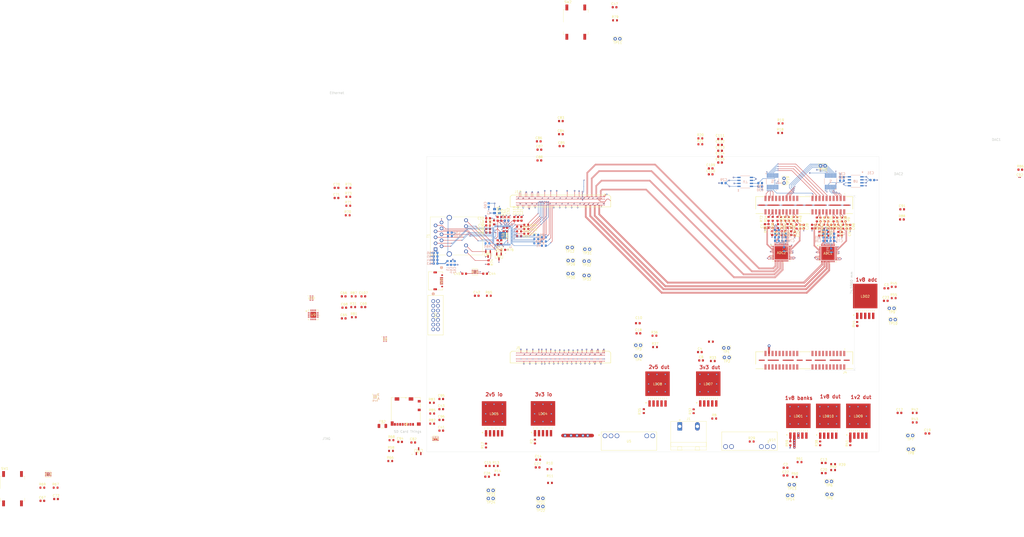
<source format=kicad_pcb>
(kicad_pcb (version 20240108) (generator "pcbnew") (generator_version "8.0")
  (layers (0 "F.Cu" signal) (1 "In1.Cu" power) (2 "In2.Cu" signal) (3 "In3.Cu" power) (4 "In4.Cu" power) (5 "In5.Cu" power) (6 "In6.Cu" power) (7 "In7.Cu" signal) (8 "In8.Cu" power) (31 "B.Cu" signal) (34 "B.Paste" user) (35 "F.Paste" user) (36 "B.SilkS" user "B.Silkscreen") (37 "F.SilkS" user "F.Silkscreen") (38 "B.Mask" user) (39 "F.Mask" user) (44 "Edge.Cuts" user))
  (net 0 "")
  (net 1 "/SOM240_1(1.5)/ethernet1/DVDD")
  (net 2 "3V3_IO")
  (net 3 "VDD_BUCK_5V")
  (net 4 "3V3_DUT")
  (net 5 "2V5_DUT")
  (net 6 "1V2_DUT")
  (net 7 "1V8_DUT")
  (net 8 "1V8_Banks")
  (net 9 "1V8_ADC")
  (net 10 "2V5_IO")
  (net 11 "Net-(U2-REF)")
  (net 12 "Net-(U4-REF)")
  (net 13 "Net-(ADC1-REFT)")
  (net 14 "Net-(ADC1-REFB)")
  (net 15 "Net-(U11-*MR)")
  (net 16 "Net-(U11-CT)")
  (net 17 "/SOM240_1(1.5)/ethernet1/AVDD33")
  (net 18 "/SOM240_1(1.5)/FWUEN_B")
  (net 19 "/SOM240_1(1.5)/ethernet1/AVDD18")
  (net 20 "/SOM240_1(1.5)/ethernet1/PHY_VCC")
  (net 21 "Net-(U12-CT)")
  (net 22 "Net-(U10-CH2)")
  (net 23 "Net-(ADC1-VREF)")
  (net 24 "Net-(ADC2-VREF)")
  (net 25 "/SOM240_1(1.5)/SDcard1/SD_CARD_VCC")
  (net 26 "VDD_BUCK_2V5")
  (net 27 "Net-(U10-CH1)")
  (net 28 "Net-(U1-REGCAP1)")
  (net 29 "Net-(U1-REGCAP2)")
  (net 30 "Net-(LDO4-EN)")
  (net 31 "Net-(LDO4-ADJ)")
  (net 32 "Net-(LDO5-EN)")
  (net 33 "Net-(LDO5-ADJ)")
  (net 34 "/SOM240_1(1.5)/ADC1_SDIO{slash}ODM")
  (net 35 "/SOM240_1(1.5)/ADC1_SCLK{slash}DTP")
  (net 36 "/SOM240_1(1.5)/ADC2_SCLK{slash}DTP")
  (net 37 "/SOM240_1(1.5)/ADC2_SDIO{slash}ODM")
  (net 38 "Net-(U9-USBDP)")
  (net 39 "Net-(LDO7-EN)")
  (net 40 "Net-(LDO7-ADJ)")
  (net 41 "Net-(LDO8-EN)")
  (net 42 "Net-(LDO8-ADJ)")
  (net 43 "Net-(LDO10-EN)")
  (net 44 "Net-(LDO10-ADJ)")
  (net 45 "Net-(LDO9-EN)")
  (net 46 "Net-(LDO9-ADJ)")
  (net 47 "Net-(LDO2-EN)")
  (net 48 "Net-(LDO2-ADJ)")
  (net 49 "Net-(ADC2-RBIAS)")
  (net 50 "Net-(ADC1-RBIAS)")
  (net 51 "Net-(LDO1-EN)")
  (net 52 "Net-(LDO1-ADJ)")
  (net 53 "PS_POR")
  (net 54 "PS_SRST")
  (net 55 "Net-(Q4-G)")
  (net 56 "Net-(U12-*MR)")
  (net 57 "/SOM240_1(1.5)/MODE3")
  (net 58 "/SOM240_1(1.5)/MODE2")
  (net 59 "/SOM240_1(1.5)/MODE1")
  (net 60 "/SOM240_1(1.5)/ethernet1/LED_11")
  (net 61 "/SOM240_1(1.5)/MODE0")
  (net 62 "/SOM240_1(1.5)/ethernet1/LED_13")
  (net 63 "/SOM240_1(1.5)/SHUTDOWN")
  (net 64 "/SOM240_1(1.5)/USB-UART1/USB_RESET#")
  (net 65 "/SOM240_1(1.5)/CLR_DAC*")
  (net 66 "Net-(U9-USBDM)")
  (net 67 "/SOM240_1(1.5)/SCK_DAC1")
  (net 68 "/SOM240_1(1.5)/CS{slash}LD_DAC1*")
  (net 69 "Disc_Thresh2")
  (net 70 "Net-(U2-SDO)")
  (net 71 "Disc_Thresh7")
  (net 72 "Disc_Thresh1")
  (net 73 "Disc_Thresh6")
  (net 74 "Disc_Thresh3")
  (net 75 "Disc_Thresh4")
  (net 76 "Disc_Thresh5")
  (net 77 "/SOM240_1(1.5)/SDI_DAC_THRES")
  (net 78 "Disc_Thresh8")
  (net 79 "/SOM240_1(1.5)/CS{slash}LD_DAC2*")
  (net 80 "DAC_Unused2")
  (net 81 "DAC_Unused4")
  (net 82 "READBIAS2")
  (net 83 "Net-(U4-SDO)")
  (net 84 "READBIAS1")
  (net 85 "DISCBIAS")
  (net 86 "/SOM240_1(1.5)/SDI_DAC_BIAS")
  (net 87 "DAC_Unused1")
  (net 88 "DAC_Unused3")
  (net 89 "/SOM240_1(1.5)/SCK_DAC2")
  (net 90 "WBUFBIAS")
  (net 91 "/SOM240_1(1.5)/ADC_DOUT2+")
  (net 92 "SIGNAL4-")
  (net 93 "/SOM240_1(1.5)/ADC_DOUT3+")
  (net 94 "/SOM240_1(1.5)/ADC_CLK1+")
  (net 95 "SIGNAL1-")
  (net 96 "SIGNAL3+")
  (net 97 "SIGNAL2+")
  (net 98 "/SOM240_1(1.5)/ADC_DOUT4-")
  (net 99 "/SOM240_1(1.5)/ADC_DOUT3-")
  (net 100 "/SOM240_1(1.5)/ADC_DOUT1-")
  (net 101 "/SOM240_1(1.5)/ADC_DOUT4+")
  (net 102 "/SOM240_1(1.5)/ADC_CLK1-")
  (net 103 "SIGNAL1+")
  (net 104 "/SOM240_1(1.5)/FrameClk1+")
  (net 105 "/SOM240_1(1.5)/FrameClk1-")
  (net 106 "/SOM240_1(1.5)/DataClk1-")
  (net 107 "SIGNAL2-")
  (net 108 "/SOM240_1(1.5)/DataClk1+")
  (net 109 "SIGNAL4+")
  (net 110 "/SOM240_1(1.5)/ADC_DOUT1+")
  (net 111 "/SOM240_1(1.5)/ADC_DOUT2-")
  (net 112 "SIGNAL3-")
  (net 113 "SIGNAL8+")
  (net 114 "/SOM240_1(1.5)/ADC_DOUT8-")
  (net 115 "SIGNAL8-")
  (net 116 "/SOM240_1(1.5)/ADC_DOUT7+")
  (net 117 "/SOM240_1(1.5)/ADC_DOUT5+")
  (net 118 "SIGNAL6-")
  (net 119 "/SOM240_1(1.5)/ADC_DOUT6-")
  (net 120 "/SOM240_1(1.5)/ADC_DOUT7-")
  (net 121 "SIGNAL5-")
  (net 122 "SIGNAL5+")
  (net 123 "/SOM240_1(1.5)/ADC_CLK2+")
  (net 124 "/SOM240_1(1.5)/ADC_CLK2-")
  (net 125 "/SOM240_1(1.5)/ADC_DOUT5-")
  (net 126 "/SOM240_1(1.5)/ADC_DOUT8+")
  (net 127 "SIGNAL6+")
  (net 128 "SIGNAL7-")
  (net 129 "Net-(ADC2-REFB)")
  (net 130 "/SOM240_1(1.5)/ADC_DOUT6+")
  (net 131 "SIGNAL7+")
  (net 132 "Net-(ADC2-REFT)")
  (net 137 "SPIclk")
  (net 139 "Psec5RefClk")
  (net 146 "POCI")
  (net 153 "PICO")
  (net 155 "Psec5TriggerOut")
  (net 168 "P5_ReadClk")
  (net 171 "P5_rst")
  (net 179 "Psec5TriggerIn")
  (net 181 "HPB18_P")
  (net 182 "HPB15_CC_P")
  (net 183 "Net-(C80-Pad1)")
  (net 184 "HDC07")
  (net 185 "HPC06_N")
  (net 186 "OscClkOut")
  (net 187 "V_ped8")
  (net 188 "HPB15_CC_N")
  (net 189 "HPC08_P")
  (net 190 "HPC11_P")
  (net 191 "V_ped7")
  (net 192 "SYNC_N")
  (net 193 "V_ped3")
  (net 194 "Net-(C81-Pad1)")
  (net 195 "HPC10_CC_P")
  (net 196 "HDC03")
  (net 197 "HPB09_P")
  (net 198 "HPB12_P")
  (net 199 "HDC04")
  (net 200 "HPC10_CC_N")
  (net 201 "HPC09_N")
  (net 202 "HPB12_N")
  (net 203 "HPC14_P")
  (net 204 "V_ped1")
  (net 205 "Net-(C93-Pad1)")
  (net 206 "V_ped5")
  (net 207 "HPB14_P")
  (net 208 "HDC01")
  (net 209 "Net-(C97-Pad1)")
  (net 210 "DAC_SCLK")
  (net 211 "HPC08_N")
  (net 212 "Net-(C98-Pad1)")
  (net 213 "HDC08_CC")
  (net 214 "HDC09")
  (net 215 "HPB17_N")
  (net 216 "HPC07_P")
  (net 217 "HDC06")
  (net 218 "HPB14_N")
  (net 219 "HPB17_P")
  (net 220 "HPC12_P")
  (net 221 "HDC02")
  (net 222 "ADC_SDO")
  (net 224 "HPB16_P")
  (net 225 "HPC09_P")
  (net 226 "HPB16_N")
  (net 227 "HPC12_N")
  (net 228 "HDC05")
  (net 229 "V_ped4")
  (net 230 "HPC13_P")
  (net 231 "HPB10_CC_P")
  (net 232 "HPB13_N")
  (net 233 "HDC00_CC")
  (net 234 "HPC05_CC_P")
  (net 235 "HPC07_N")
  (net 237 "DAC_V_IN")
  (net 238 "HPC11_N")
  (net 239 "HPC05_CC_N")
  (net 240 "HPB18_N")
  (net 241 "HPC14_N")
  (net 242 "V_ped6")
  (net 243 "ADC_SCLK")
  (net 244 "V_ped2")
  (net 245 "HPB10_CC_N")
  (net 246 "ADC_CNV")
  (net 247 "HPB11_P")
  (net 248 "HPC06_P")
  (net 249 "HPB11_N")
  (net 250 "HPC13_N")
  (net 251 "HPB13_P")
  (net 338 "Net-(J6-CLK)")
  (net 339 "/SOM240_1(1.5)/SDcard1/DAT2B")
  (net 340 "/SOM240_1(1.5)/SDcard1/DAT1B")
  (net 341 "/SOM240_1(1.5)/SD_DETECT")
  (net 342 "/SOM240_1(1.5)/SDcard1/DAT0B")
  (net 343 "/SOM240_1(1.5)/SDcard1/CD{slash}DAT3")
  (net 344 "/SOM240_1(1.5)/SDcard1/CMDB")
  (net 346 "/SOM240_1(1.5)/SD_DAT0")
  (net 347 "/SOM240_1(1.5)/UART_RXD")
  (net 349 "Net-(J10A-PS_ERROR_OUT_M2C)")
  (net 350 "/SOM240_1(1.5)/JTAG_CLK")
  (net 353 "/SOM240_1(1.5)/SD_DAT2")
  (net 354 "/SOM240_1(1.5)/UART_TXD")
  (net 355 "/SOM240_1(1.5)/ETH_RXD0")
  (net 357 "/SOM240_1(1.5)/ETH_RXD2")
  (net 367 "/SOM240_1(1.5)/SD_DAT1")
  (net 368 "/SOM240_1(1.5)/JTAG_TMS")
  (net 369 "Net-(J10A-PWROFF_C2M_L)")
  (net 371 "/SOM240_1(1.5)/ETH_RX_CTRL")
  (net 372 "/SOM240_1(1.5)/ETH_RXD3")
  (net 373 "/SOM240_1(1.5)/ETH_RXD1")
  (net 375 "/SOM240_1(1.5)/SD_DAT3")
  (net 378 "/SOM240_1(1.5)/ETH_RX_CLK")
  (net 379 "/SOM240_1(1.5)/JTAG_TDO")
  (net 381 "Net-(J10A-PS_ERROR_STATUS_M2C)")
  (net 383 "/SOM240_1(1.5)/JTAG_TDI")
  (net 390 "/SOM240_1(1.5)/ethernet1/PHY_MDI3_P")
  (net 391 "/SOM240_1(1.5)/ethernet1/PHY_MDI2_P")
  (net 392 "/SOM240_1(1.5)/ethernet1/PHY_MDI3_N")
  (net 393 "/SOM240_1(1.5)/ethernet1/PHY_MDI0_P")
  (net 394 "/SOM240_1(1.5)/ethernet1/LED_14")
  (net 395 "/SOM240_1(1.5)/ethernet1/PHY_MDI0_N")
  (net 396 "/SOM240_1(1.5)/ethernet1/PHY_MDI1_P")
  (net 397 "/SOM240_1(1.5)/ethernet1/PHY_MDI1_N")
  (net 398 "/SOM240_1(1.5)/ethernet1/LED_12")
  (net 399 "/SOM240_1(1.5)/ethernet1/PHY_MDI2_N")
  (net 402 "/SOM240_1(1.5)/ETH_TXD3")
  (net 403 "/SOM240_1(1.5)/ethernet1/OSC25_OUT")
  (net 405 "Net-(U1-RXD[2])")
  (net 407 "Net-(U1-RX_CLK)")
  (net 409 "Net-(U1-RX_CTRL)")
  (net 410 "Net-(U1-CONFIG)")
  (net 411 "Net-(U1-RSET)")
  (net 413 "/SOM240_1(1.5)/ETH_TXD2")
  (net 414 "/SOM240_1(1.5)/ETH_MDIO")
  (net 415 "Net-(U1-RXD[1])")
  (net 416 "/SOM240_1(1.5)/ETH_TXD1")
  (net 417 "Net-(U1-RXD[0])")
  (net 418 "/SOM240_1(1.5)/ETH_TXD0")
  (net 419 "/SOM240_1(1.5)/ETH_MDC")
  (net 421 "/SOM240_1(1.5)/ETH_TX_CLK")
  (net 422 "Net-(U1-RXD[3])")
  (net 425 "/SOM240_1(1.5)/ETH_TX_CTRL")
  (net 430 "/SOM240_1(1.5)/SD_CLK")
  (net 431 "Net-(U6-VCCB)")
  (net 432 "/SOM240_1(1.5)/SDcard1/SD_CLK_FB")
  (net 433 "Net-(U6-SEL)")
  (net 434 "/SOM240_1(1.5)/SD_CMD")
  (net 435 "/SOM240_1(1.5)/UART_RTS")
  (net 438 "/SOM240_1(1.5)/UART_CTS")
  (net 447 "/SOM240_1(1.5)/Peripherals_Ctrl1/AVDD")
  (net 448 "Net-(J10B-MIO54)")
  (net 451 "/SOM240_1(1.5)/SD_SEL")
  (net 453 "Net-(J10B-PWRGD_PL_M2C)")
  (net 454 "Net-(J10B-MIO64)")
  (net 456 "Net-(J10B-PWRGD_FPD_M2C)")
  (net 457 "Net-(C94-Pad1)")
  (net 458 "Net-(Q4-D)")
  (net 459 "Net-(U16-+VIN)")
  (net 460 "Net-(U16-TRIM)")
  (net 461 "Net-(U5-+VIN)")
  (net 462 "Net-(U5-TRIM)")
  (net 465 "/SOM240_1(1.5)/Peripherals_Ctrl1/READOUT3-")
  (net 466 "/SOM240_1(1.5)/Peripherals_Ctrl1/READOUT4-")
  (net 467 "/SOM240_1(1.5)/Peripherals_Ctrl1/READOUT3+")
  (net 468 "/SOM240_1(1.5)/Peripherals_Ctrl1/READOUT2+")
  (net 469 "/SOM240_1(1.5)/Peripherals_Ctrl1/READOUT1-")
  (net 470 "/SOM240_1(1.5)/Peripherals_Ctrl1/READOUT2-")
  (net 471 "/SOM240_1(1.5)/Peripherals_Ctrl1/READOUT1+")
  (net 472 "/SOM240_1(1.5)/Peripherals_Ctrl1/READOUT4+")
  (net 473 "/SOM240_1(1.5)/Peripherals_Ctrl1/READOUT8-")
  (net 474 "/SOM240_1(1.5)/Peripherals_Ctrl1/READOUT6+")
  (net 475 "/SOM240_1(1.5)/Peripherals_Ctrl1/READOUT8+")
  (net 476 "/SOM240_1(1.5)/Peripherals_Ctrl1/READOUT5+")
  (net 477 "/SOM240_1(1.5)/Peripherals_Ctrl1/READOUT5-")
  (net 478 "/SOM240_1(1.5)/Peripherals_Ctrl1/READOUT7+")
  (net 479 "/SOM240_1(1.5)/Peripherals_Ctrl1/READOUT7-")
  (net 480 "/SOM240_1(1.5)/Peripherals_Ctrl1/READOUT6-")
  (net 481 "Net-(C1-Pad1)")
  (net 482 "Net-(C6-Pad1)")
  (net 483 "Net-(C7-Pad1)")
  (net 484 "Net-(C9-Pad1)")
  (net 485 "Net-(C11-Pad1)")
  (net 486 "Net-(C16-Pad1)")
  (net 487 "Net-(C25-Pad1)")
  (net 488 "Net-(C28-Pad1)")
  (net 489 "Net-(C74-Pad1)")
  (net 490 "Net-(C76-Pad1)")
  (net 491 "Net-(C77-Pad1)")
  (net 496 "ADC_SDI")
  (net 502 "Net-(J10B-MIO53)")
  (net 503 "Net-(J10B-PWRGD_LPD_M2C)")
  (net 505 "Net-(J10B-MIO66)")
  (net 507 "Net-(J10B-MIO65)")
  (net 521 "Net-(J10B-MIO52)")
  (net 525 "GND")
  (net 526 "Net-(T1-SHIELD1)")
  (net 528 "unconnected-(J10A-MIO75-PadA44)")
  (net 529 "unconnected-(J10A-HPA04_P-PadB04)")
  (net 530 "unconnected-(J10A-HPA04_N-PadB05)")
  (footprint "TestPoint:TestPoint_Bridge_Pitch2.0mm_Drill0.7mm" (layer "F.Cu") (at 112.776 185.399)
    (property "Reference" "TP21")
    (property "Value" "GND")
  )
  (footprint "OKX_T_5_D12N_C:OKX-T&slash_5-D12N-C_MUR" (layer "F.Cu") (at 212.852 163.322 180)
    (property "Reference" "U16")
    (property "Value" "OKX-T/5-D12N-C")
  )
  (footprint "Resistor_SMD:R_0603_1608Metric" (layer "F.Cu") (at 50.307999 160.5885)
    (property "Reference" "R68")
    (property "Value" "10k")
  )
  (footprint "Resistor_SMD:R_0603_1608Metric" (layer "F.Cu") (at 218.948 69.342 -90)
    (property "Reference" "R62")
    (property "Value" "10R")
  )
  (footprint "Button_Switch_SMD:SW_MEC_5GSH9" (layer "F.Cu") (at 128.778 -17.526)
    (property "Reference" "SW2")
    (property "Value" "SW_MEC_5G")
  )
  (footprint "Connector_RJ:RJ45_Wuerth_7499111446_Horizontal" (layer "F.Cu") (at 69.088 79.248 90)
    (property "Reference" "T1")
    (property "Value" "7499111446")
  )
  (footprint "Resistor_SMD:R_0603_1608Metric" (layer "F.Cu") (at 215.773 29.688)
    (property "Reference" "R18")
    (property "Value" "5k")
  )
  (footprint "Capacitor_SMD:C_0603_1608Metric" (layer "F.Cu") (at 112.522 172.191)
    (property "Reference" "C27")
    (property "Value" "10u")
  )
  (footprint "Capacitor_SMD:C_0603_1608Metric" (layer "F.Cu") (at 26.911 57.404)
    (property "Reference" "C71")
    (property "Value" "100n")
  )
  (footprint "Resistor_SMD:R_0603_1608Metric" (layer "F.Cu") (at 67.525001 144.6595)
    (property "Reference" "R83")
    (property "Value" "47k")
  )
  (footprint "Capacitor_SMD:C_0603_1608Metric" (layer "F.Cu") (at 214.122 72.39 -90)
    (property "Reference" "C7")
    (property "Value" "39p")
  )
  (footprint "Capacitor_SMD:C_0603_1608Metric" (layer "F.Cu") (at 155.435 115.0747)
    (property "Reference" "C18")
    (property "Value" "10u")
  )
  (footprint "TestPoint:TestPoint_Bridge_Pitch2.0mm_Drill0.7mm" (layer "F.Cu") (at 132.382 90.424)
    (property "Reference" "TP33")
    (property "Value" "PWRGD_PL_M2C")
  )
  (footprint "Resistor_SMD:R_0603_1608Metric" (layer "F.Cu") (at 210.82 66.294 -90)
    (property "Reference" "R72")
    (property "Value" "33.2R")
  )
  (footprint "Resistor_SMD:R_0603_1608Metric" (layer "F.Cu") (at 107.696 70.612)
    (property "Reference" "R26")
    (property "Value" "22")
  )
  (footprint "Capacitor_SMD:C_0603_1608Metric" (layer "F.Cu") (at 97.028 76.2 90)
    (property "Reference" "C61")
    (property "Value" "470n")
  )
  (footprint "Capacitor_SMD:C_0603_1608Metric" (layer "F.Cu") (at 53.994511 161.3205)
    (property "Reference" "C94")
    (property "Value" "10u/35V")
  )
  (footprint "1040310811:104031-0811_MOL" (layer "F.Cu") (at 56.388 148.336)
    (property "Reference" "J6")
    (property "Value" "1040310811")
  )
  (footprint "TestPoint:TestPoint_Bridge_Pitch2.0mm_Drill0.7mm" (layer "F.Cu") (at 192.056 125.349)
    (property "Reference" "TP2")
    (property "Value" "3V3_DUT")
  )
  (footprint "Resistor_SMD:R_0603_1608Metric" (layer "F.Cu") (at 32.004 53.086)
    (property "Reference" "R75")
    (property "Value" "0R")
  )
  (footprint "Capacitor_SMD:C_0603_1608Metric" (layer "F.Cu") (at 218.046 175.641)
    (property "Reference" "C22")
    (property "Value" "10u")
  )
  (footprint "Capacitor_SMD:C_0603_1608Metric" (layer "F.Cu") (at 29.972 99.314)
    (property "Reference" "C66")
    (property "Value" "4.7u")
  )
  (footprint "Capacitor_SMD:C_0603_1608Metric" (layer "F.Cu") (at 181.594 123.063)
    (property "Reference" "C4")
    (property "Value" "10u")
  )
  (footprint "PI4ULS3V4857GEAEX:BGA20_WLCSP_PI4ULS3V4857_DIO" (layer "F.Cu") (at 43.287999 142.0845)
    (property "Reference" "U6")
    (property "Value" "PI4ULS3V4857GEAEX")
  )
  (footprint "Capacitor_SMD:C_0603_1608Metric" (layer "F.Cu") (at 122.428 24.638)
    (property "Reference" "C83")
    (property "Value" "100n")
  )
  (footprint "TPS3808G01QDRVRQ1:DRV6_1P6X1" (layer "F.Cu") (at 85.852 88.9)
    (property "Reference" "U11")
    (property "Value" "TPS3808G01QDRVRQ1")
  )
  (footprint "TestPoint:TestPoint_Bridge_Pitch2.0mm_Drill0.7mm" (layer "F.Cu") (at 132.636 79.248)
    (property "Reference" "TP31")
    (property "Value" "PWRGD_FPD_M2C")
  )
  (footprint "Resistor_SMD:R_0603_1608Metric" (layer "F.Cu") (at 214.63 66.294 -90)
    (property "Reference" "R53")
    (property "Value" "33.2R")
  )
  (footprint "Resistor_SMD:R_0603_1608Metric" (layer "F.Cu") (at 97.853 79.502)
    (property "Reference" "R76")
    (property "Value" "240R")
  )
  (footprint "Resistor_SMD:R_0603_1608Metric" (layer "F.Cu") (at 107.696 68.834)
    (property "Reference" "R28")
    (property "Value" "22")
  )
  (footprint "Capacitor_SMD:C_0603_1608Metric" (layer "F.Cu") (at 234.341 174.625)
    (property "Reference" "C20")
    (property "Value" "10u")
  )
  (footprint "Resistor_SMD:R_0603_1608Metric" (layer "F.Cu") (at 242.062 66.548 -90)
    (property "Reference" "R15")
    (property "Value" "33.2R")
  )
  (footprint "Resistor_SMD:R_0603_1608Metric" (layer "F.Cu") (at 273.051 148.971)
    (property "Reference" "R42")
    (property "Value" "9.83k")
  )
  (footprint "Resistor_SMD:R_0603_1608Metric" (layer "F.Cu") (at 212.598 69.342 -90)
    (property "Reference" "R98")
    (property "Value" "10R")
  )
  (footprint "Resistor_SMD:R_0603_1608Metric" (layer "F.Cu") (at 31.687 64.77)
    (property "Reference" "R70")
    (property "Value" "0R")
  )
  (footprint "Resistor_SMD:R_0603_1608Metric" (layer "F.Cu") (at 236.22 66.548 -90)
    (property "Reference" "R25")
    (property "Value" "33.2R")
  )
  (footprint "Capacitor_SMD:C_0603_1608Metric" (layer "F.Cu") (at 229.362 69.596 -90)
    (property "Reference" "C74")
    (property "Value" "39p")
  )
  (footprint "Resistor_SMD:R_0603_1608Metric" (layer "F.Cu") (at 50.116999 165.1605)
    (property "Reference" "R58")
    (property "Value" "10k")
  )
  (footprint "Capacitor_SMD:C_0603_1608Metric" (layer "F.Cu") (at 266.56 148.971)
    (property "Reference" "C12")
    (property "Value" "10u")
  )
  (footprint "Button_Switch_SMD:SW_MEC_5GSH9" (layer "F.Cu") (at -110.998 181.256)
    (property "Reference" "SW1")
    (property "Value" "SW_MEC_5G")
  )
  (footprint "Capacitor_SMD:C_0603_1608Metric" (layer "F.Cu") (at 186.186 44.808)
    (property "Reference" "C109")
    (property "Value" "0.1u")
  )
  (footprint "ul_LP38501TS-ADJ-NOPB:TS5B" (layer "F.Cu") (at 114.808 149.352)
    (property "Reference" "LDO4")
    (property "Value" "LP38501TS-ADJ/NOPB")
  )
  (footprint "Resistor_SMD:R_0603_1608Metric" (layer "F.Cu") (at 217.932 66.294 -90)
    (property "Reference" "R51")
    (property "Value" "33.2R")
  )
  (footprint "Resistor_SMD:R_0603_1608Metric" (layer "F.Cu") (at 95.122 175.387)
    (property "Reference" "R14")
    (property "Value" "10k")
  )
  (footprint "Capacitor_SMD:C_0603_1608Metric" (layer "F.Cu") (at 91.453 72.136 180)
    (property "Reference" "C46")
    (property "Value" "470n")
  )
  (footprint "Capacitor_SMD:C_0603_1608Metric" (layer "F.Cu") (at 105.664 66.307 90)
    (property "Reference" "C21")
    (property "Value" "470n")
  )
  (footprint "Resistor_SMD:R_0603_1608Metric" (layer "F.Cu") (at 203.645 161.163)
    (property "Reference" "R29")
    (property "Value" "5.009k")
  )
  (footprint "Capacitor_SMD:C_0603_1608Metric" (layer "F.Cu") (at 260.972 95.885)
    (property "Reference" "C3")
    (property "Value" "10u")
  )
  (footprint "Resistor_SMD:R_0603_1608Metric" (layer "F.Cu") (at 232.7905 161.9504 90)
    (property "Reference" "R38")
    (property "Value" "10k")
  )
  (footprint "Capacitor_SMD:C_0603_1608Metric" (layer "F.Cu") (at 100.089 66.307 90)
    (property "Reference" "C52")
    (property "Value" "4.7u")
  )
  (footprint "Capacitor_SMD:C_0603_1608Metric" (layer "F.Cu") (at 38.367 103.886)
    (property "Reference" "C69")
    (property "Value" "47p")
  )
  (footprint "Resistor_SMD:R_0603_1608Metric" (layer "F.Cu") (at 222.758 69.596 -90)
    (property "Reference" "R96")
    (property "Value" "10R")
  )
  (footprint "Capacitor_SMD:C_0603_1608Metric" (layer "F.Cu") (at 91.3 171.577)
    (property "Reference" "C15")
    (property "Value" "10u")
  )
  (footprint "TestPoint:TestPoint_Bridge_Pitch2.0mm_Drill0.7mm" (layer "F.Cu") (at 132.382 84.328)
    (property "Reference" "TP32")
    (property "Value" "PWRGD_LPD_M2C")
  )
  (footprint "Capacitor_SMD:C_0603_1608Metric" (layer "F.Cu") (at 317.995 45.339)
    (property "Reference" "R86")
    (property "Value" "5k")
  )
  (footprint "TestPoint:TestPoint_Bridge_Pitch2.0mm_Drill0.7mm" (layer "F.Cu") (at 270.399 164.465)
    (property "Reference" "TP8")
    (property "Value" "1V2_DUT")
  )
  (footprint "Resistor_SMD:R_0603_1608Metric" (layer "F.Cu") (at 67.651001 153.5495)
    (property "Reference" "R82")
    (property "Value" "10k")
  )
  (footprint "878311420:CONN_87831-1420_MOL" (layer "F.Cu") (at 68.103999 101.346 -90)
    (property "Reference" "J12")
    (property "Value" "878311420")
  )
  (footprint "Resistor_SMD:R_0603_1608Metric" (layer "F.Cu") (at 242.57 69.596 -90)
    (property "Reference" "R80")
    (property "Value" "10R")
  )
  (footprint "SI2342DS_T1_GE3:SOT-23_TO-236_VIS" (layer "F.Cu") (at 61.864999 165.2875)
    (property "Reference" "Q4")
    (property "Value" "NMOS")
  )
  (footprint "Resistor_SMD:R_0603_1608Metric" (layer "F.Cu") (at 212.598 66.294 -90)
    (property "Reference" "R54")
    (property "Value" "33.2R")
  )
  (footprint "TestPoint:TestPoint_Bridge_Pitch2.0mm_Drill0.7mm" (layer "F.Cu") (at 154.369 124.714)
    (property "Reference" "TP4")
    (property "Value" "2V5_DUT")
  )
  (footprint "Capacitor_SMD:C_0603_1608Metric" (layer "F.Cu") (at 190.196 39.788)
    (property "Reference" "C114")
    (property "Value" "0.1u")
  )
  (footprint "Capacitor_SMD:C_0603_1608Metric" (layer "F.Cu") (at 59.582511 161.5745)
    (property "Reference" "C82")
    (property "Value" "4.7u")
  )
  (footprint "TestPoint:TestPoint_Bridge_Pitch2.0mm_Drill0.7mm" (layer "F.Cu") (at 235.617 178.181)
    (property "Reference" "TP6")
    (property "Value" "1V8_DUT")
  )
  (footprint "TestPoint:TestPoint_Bridge_Pitch2.0mm_Drill0.7mm" (layer "F.Cu") (at 91.583 181.991)
    (property "Reference" "TP23")
    (property "Value" "GND")
  )
  (footprint "Capacitor_SMD:C_0603_1608Metric" (layer "F.Cu") (at 190.196 32.258)
    (property "Reference" "C111")
    (property "Value" "0.1u")
  )
  (footprint "Resistor_SMD:R_0603_1608Metric" (layer "F.Cu") (at 94.742 171.577)
    (property "Reference" "R13")
    (property "Value" "31.3k")
  )
  (footprint "Resistor_SMD:R_0603_1608Metric" (layer "F.Cu") (at 232.918 66.548 -90)
    (property "Reference" "R46")
    (property "Value" "33.2R")
  )
  (footprint "Capacitor_SMD:C_0603_1608Metric" (layer "F.Cu") (at 71.516999 151.9525)
    (property "Reference" "C96")
    (property "Value" "100n")
  )
  (footprint "Resistor_SMD:R_0603_1608Metric" (layer "F.Cu") (at 90.551 162.877 90)
    (property "Reference" "R12")
    (property "Value" "10k")
  )
  (footprint "Capacitor_SMD:C_0603_1608Metric" (layer "F.Cu") (at 233.934 72.644 -90)
    (property "Reference" "C77")
    (property "Value" "39p")
  )
  (footprint "Resistor_SMD:R_0603_1608Metric" (layer "F.Cu") (at 239.014 69.596 -90)
    (property "Reference" "R90")
    (property "Value" "10R")
  )
  (footprint "Resistor_SMD:R_1206_3216Metric" (layer "F.Cu") (at 46.446009 154.5355)
    (property "Reference" "FB2")
    (property "Value" "300R/3A")
  )
  (footprint "FT230XQ_R:QFN-16_FTD" (layer "F.Cu") (at 17.018 107.188)
    (property "Reference" "U9")
    (property "Value" "FT230XQ-R")
  )
  (footprint "Capacitor_SMD:C_0603_1608Metric" (layer "F.Cu") (at 91.033 176.149)
    (property "Reference" "C26")
    (property "Value" "10u")
  )
  (footprint "Resistor_SMD:R_0603_1608Metric" (layer "F.Cu") (at 187.106 126.873)
    (property "Reference" "R33")
    (property "Value" "10k")
  )
  (footprint "Capacitor_SMD:C_0603_1608Metric" (layer "F.Cu") (at 95.53 76.2 90)
    (property "Reference" "C63")
    (property "Value" "470n")
  )
  (footprint "Capacitor_SMD:C_0603_1608Metric" (layer "F.Cu") (at 97.028 66.294 90)
    (property "Reference" "C49")
    (property "Value" "470n")
  )
  (footprint "Capacitor_SMD:C_0603_1608Metric" (layer "F.Cu") (at 91.453 70.612 180)
    (property "Reference" "C48")
    (property "Value" "470n")
  )
  (footprint "Capacitor_SMD:C_0603_1608Metric" (layer "F.Cu") (at 221.996 72.644 -90)
    (property "Reference" "C25")
    (property "Value" "39p")
  )
  (footprint "ADM6_60_01_5_L_4_2_A_TR (1):SAMTEC_ADM6-60-01.5-L-4-2-A-TR" (layer "F.Cu") (at 122.243 58.674)
    (property "Reference" "J10")
    (property "Value" "ADM6-60-01.5-L-4-2-A-TR")
  )
  (footprint "TestPoint:TestPoint_Bridge_Pitch2.0mm_Drill0.7mm" (layer "F.Cu") (at 219.742 179.578)
    (property "Reference" "TP13")
    (property "Value" "GND")
  )
  (footprint "Resistor_SMD:R_0603_1608Metric" (layer "F.Cu") (at 162.256 116.0907)
    (property "Reference" "R36")
    (property "Value" "10k")
  )
  (footprint "Capacitor_SMD:C_0603_1608Metric" (layer "F.Cu") (at 245.618 69.596 -90)
    (property "Reference" "C98")
    (property "Value" "39p")
  )
  (footprint "Resistor_SMD:R_0603_1608Metric" (layer "F.Cu") (at 210.82 69.342 -90)
    (property "Reference" "R99")
    (property "Value" "10R")
  )
  (footprint "TestPoint:TestPoint_Bridge_Pitch2.0mm_Drill0.7mm" (layer "F.Cu") (at 191.802 121.285)
    (property "Reference" "TP1")
    (property "Value" "GND")
  )
  (footprint "Resistor_SMD:R_0603_1608Metric" (layer "F.Cu") (at 34.227 99.314)
    (property "Reference" "R87")
    (property "Value" "R_US")
  )
  (footprint "Capacitor_SMD:C_0603_1608Metric" (layer "F.Cu") (at 81.28 89.662 180)
    (property "Reference" "C45")
    (property "Value" "100n")
  )
  (footprint "ADM6_60_01_5_L_4_2_A_TR (1):SAMTEC_ADM6-60-01.5-L-4-2-A-TR" (layer "F.Cu") (at 122.243 125.194)
    (property "Reference" "J5")
    (property "Value" "ADM6-60-01.5-L-4-2-A-TR (1)")
  )
  (footprint "Resistor_SMD:R_0603_1608Metric" (layer "F.Cu") (at 245.618 161.925 90)
    (property "Reference" "R41")
    (property "Value" "10k")
  )
  (footprint "Resistor_SMD:R_0603_1608Metric" (layer "F.Cu") (at 181.801 32.004)
    (property "Reference" "R20")
    (property "Value" "5k")
  )
  (footprint "Resistor_SMD:R_0603_1608Metric" (layer "F.Cu") (at 230.886 69.596 -90)
    (property "Reference" "R93")
    (property "Value" "10R")
  )
  (footprint "TestPoint:TestPoint_Bridge_Pitch2.0mm_Drill0.7mm" (layer "F.Cu") (at 270.145 158.623)
    (property "Reference" "TP7")
    (property "Value" "GND")
  )
  (footprint "Resistor_SMD:R_0603_1608Metric" (layer "F.Cu") (at 232.41 69.596 -90)
    (property "Reference" "R92")
    (property "Value" "10R")
  )
  (footprint "Capacitor_SMD:C_0603_1608Metric" (layer "F.Cu") (at 112.776 168.91)
    (property "Reference" "C14")
    (property "Value" "10u")
  )
  (footprint "Capacitor_SMD:C_0603_1608Metric" (layer "F.Cu") (at 102.616 66.307 90)
    (property "Reference" "C119")
    (property "Value" "4.7u")
  )
  (footprint "Capacitor_SMD:C_0603_1608Metric" (layer "F.Cu") (at 236.22 72.644 -90)
    (property "Reference" "C80")
    (property "Value" "39p")
  )
  (footprint "TestPoint:TestPoint_Bridge_Pitch2.0mm_Drill0.7mm" (layer "F.Cu") (at 145.542 -10.414)
    (property "Reference" "TP11")
    (property "Value" "SHUTDOWN")
  )
  (footprint "Resistor_SMD:R_0603_1608Metric" (layer "F.Cu") (at 49.799999 169.4785)
    (property "Reference" "R66")
    (property "Value" "470k")
  )
  (footprint "ul_LP38501TS-ADJ-NOPB:TS5B" (layer "F.Cu") (at 249.047 150.3934)
    (property "Reference" "LDO9")
    (property "Value" "LP38501TS-ADJ/NOPB")
  )
  (footprint "Resistor_SMD:R_0603_1608Metric" (layer "F.Cu") (at 93.98 67.818 90)
    (property "Reference" "R22")
    (property "Value" "4k99")
  )
  (footprint "Resistor_SMD:R_0603_1608Metric" (layer "F.Cu") (at 264.096 95.25)
    (property "Reference" "R45")
    (property "Value" "19.7k")
  )
  (footprint "Resistor_SMD:R_0603_1608Metric" (layer "F.Cu") (at 238.316 170.815)
    (property "Reference" "R39")
    (property "Value" "19.7k")
  )
  (footprint "Capacitor_SMD:C_0603_1608Metric" (layer "F.Cu") (at 122.428 30.226)
    (property "Reference" "C84")
    (property "Value" "100n")
  )
  (footprint "Capacitor_SMD:C_0603_1608Metric" (layer "F.Cu") (at 216.408 72.403 -90)
    (property "Reference" "C9")
    (property "Value" "39p")
  )
  (footprint "ul_LP38501TS-ADJ-NOPB:TS5B" (layer "F.Cu") (at 163.576 136.6901)
    (property "Reference" "LDO8")
    (property "Value" "LP38501TS-ADJ/NOPB")
  )
  (footprint "Capacitor_SMD:C_0603_1608Metric" (layer "F.Cu") (at 234.328 170.307)
    (property "Reference" "C13")
    (property "Value" "10u")
  )
  (footprint "Capacitor_SMD:C_0603_1608Metric" (layer "F.Cu") (at -92.469 185.674)
    (property "Reference" "C72")
    (property "Value" "10n")
  )
  (footprint "Resistor_SMD:R_0603_1608Metric" (layer "F.Cu") (at 248.539 111.061 90)
    (property "Reference" "R44")
    (property "Value" "10k")
  )
  (footprint "Capacitor_SMD:C_0603_1608Metric" (layer "F.Cu") (at 240.538 72.657 -90)
    (property "Reference" "C93")
    (property "Value" "39p")
  )
  (footprint "Resistor_SMD:R_0603_1608Metric" (layer "F.Cu") (at 67.651001 149.2315)
    (property "Reference" "R85")
    (property "Value" "0R")
  )
  (footprint "ZX62D_B_5P8_30_:ZX62D-B-5P830_HIR" (layer "F.Cu") (at 69.088 92.71 -90)
    (property "Reference" "J14")
    (property "Value" "ZX62D-B-5P830")
  )
  (footprint "Resistor_SMD:R_0603_1608Metric" (layer "F.Cu") (at 220.091 161.925 90)
    (property "Reference" "R59")
    (property "Value" "10k")
  )
  (footprint "SI2342DS_T1_GE3:SOT-23_TO-236_VIS" (layer "F.Cu") (at 91.44 81.28 180)
    (property "Reference" "Q8")
    (property "Value" "NMOS")
  )
  (footprint "TestPoint:TestPoint_Bridge_Pitch2.0mm_Drill0.7mm" (layer "F.Cu") (at 125.524 89.662)
    (property "Reference" "TP30")
    (property "Value" "PWROFF_C2M_L")
  )
  (footprint "Capacitor_SMD:C_0603_1608Metric" (layer "F.Cu") (at 38.341 99.314)
    (property "Reference" "C107")
    (property "Value" "47p")
  )
  (footprint "Capacitor_SMD:C_0603_1608Metric" (layer "F.Cu") (at 113.017 33.274)
    (property "Reference" "C86")
    (property "Value" "100n")
  )
  (footprint "Resistor_SMD:R_0603_1608Metric" (layer "F.Cu") (at 238.316 173.325)
    (property "Reference" "R40")
    (property "Value" "10k")
  )
  (footprint "Resistor_SMD:R_0603_1608Metric" (layer "F.Cu") (at 264.096 100.076)
    (property "Reference" "R55")
    (property "Value" "10k")
  )
  (footprint "Resistor_SMD:R_0603_1608Metric" (layer "F.Cu") (at 104.648 69.596)
    (property "Reference" "R27")
    (property "Value" "22")
  )
  (footprint "Resistor_SMD:R_0603_1608Metric" (layer "F.Cu") (at 111.379 161.163 90)
    (property "Reference" "R2")
    (property "Value" "10k")
  )
  (footprint "Resistor_SMD:R_0603_1608Metric" (layer "F.Cu") (at 220.472 69.342 -90)
    (property "Reference" "R97")
    (property "Value" "10R")
  )
  (footprint "TestPoint:TestPoint_Bridge_Pitch2.0mm_Drill0.7mm" (layer "F.Cu") (at 217.424 51.038 90)
    (property "Reference" "TP19")
    (property "Value" "SDO2")
  )
  (footprint "Capacitor_SMD:C_0603_1608Metric" (layer "F.Cu") (at -98.298 186.436)
    (property "Reference" "C67")
    (property "Value" "100n")
  )
  (footprint "Resistor_SMD:R_0603_1608Metric" (layer "F.Cu") (at 240.03 66.548 -90)
    (property "Reference" "R16")
    (property "Value" "33.2R")
  )
  (footprint "Resistor_SMD:R_0603_1608Metric" (layer "F.Cu") (at 157.734 148.209 90)
    (property "Reference" "R35")
    (property "Value" "10k")
  )
  (footprint "Resistor_SMD:R_0603_1608Metric" (layer "F.Cu") (at 187.706 151.384)
    (property "Reference" "R8")
    (property "Value" "1.472k")
  )
  (footprint "Capacitor_SMD:C_0603_1608Metric" (layer "F.Cu") (at 71.516999 156.5245)
    (property "Reference" "C41")
    (property "Value" "2.2u")
  )
  (footprint "Capacitor_SMD:C_0603_1608Metric" (layer "F.Cu") (at 190.196 34.768)
    (property "Reference" "C112")
    (property "Value" "0.1u")
  )
  (footprint "Resistor_SMD:R_0603_1608Metric" (layer "F.Cu") (at 216.408 69.405 -90)
    (property "Reference" "R63")
    (property "Value" "10R")
  )
  (footprint "Capacitor_SMD:C_0603_1608Metric" (layer "F.Cu") (at 242.062 72.644 -90)
    (property "Reference" "C97")
    (property "Value" "39p")
  )
  (footprint "Resistor_SMD:R_0603_1608Metric" (layer "F.Cu") (at 31.941 56.896)
    (property "Reference" "R73")
    (property "Value" "0R")
  )
  (footprint "Resistor_SMD:R_0603_1608Metric" (layer "F.Cu") (at 104.648 73.66)
    (property "Reference" "R23")
    (property "Value" "22")
  )
  (footprint "TestPoint:TestPoint_Bridge_Pitch2.0mm_Drill0.7mm" (layer "F.Cu") (at 112.776 188.849)
    (property "Reference" "TP22")
    (property "Value" "3V3_IO")
  )
  (footprint "Capacitor_SMD:C_0603_1608Metric" (layer "F.Cu") (at 182.102 126.619)
    (property "Reference" "C8")
    (property "Value" "10u")
  )
  (footprint "TestPoint:TestPoint_Bridge_Pitch2.0mm_Drill0.7mm" (layer "F.Cu") (at 262.778 109.22)
    (property "Reference" "TP10")
    (property "Value" "1V8_ADC")
  )
  (footprint "TestPoint:TestPoint_Bridge_Pitch2.0mm_Drill0.7mm" (layer "F.Cu") (at 232.934 43.688)
    (property "Reference" "TP20")
    (property "Value" "SDO2")
  )
  (footprint "Capacitor_SMD:C_0603_1608Metric" (layer "F.Cu") (at 99.568 70.866 -90)
    (property "Reference" "C59")
    (property "Value" "100u")
  )
  (footprint "TestPoint:TestPoint_Bridge_Pitch2.0mm_Drill0.7mm" (layer "F.Cu") (at 218.98 184.15)
    (property "Reference" "TP14")
    (property "Value" "1V8_Bank")
  )
  (footprint "Capacitor_SMD:C_0603_1608Metric" (layer "F.Cu") (at 122.669 35.306)
    (property "Reference" "C85")
    (property "Value" "100n")
  )
  (footprint "TPS3808G01QDRVRQ1:DRV6_1P6X1" (layer "F.Cu") (at -95.792 175.118001)
    (property "Reference" "U12")
    (property "Value" "TPS3808G01QDRVRQ1")
  )
  (footprint "Capacitor_SMD:C_0603_1608Metric" (layer "F.Cu") (at 113.284 36.83)
    (property "Reference" "C87")
    (property "Value" "100n")
  )
  (footprint "Capacitor_SMD:C_0603_1608Metric" (layer "F.Cu") (at 218.059 172.339)
    (property "Reference" "C2")
    (property "Value" "10u")
  )
  (footprint "Capacitor_SMD:C_0603_1608Metric" (layer "F.Cu") (at 30.226 104.14)
    (property "Reference" "C68")
    (property "Value" "4.7u")
  )
  (footprint "Capacitor_SMD:C_0603_1608Metric" (layer "F.Cu") (at 86.614 99.06)
    (property "Reference" "C42")
    (property "Value" "10n")
  )
  (footprint "QSH-040-01-L-D-DP-A:SAMTEC_QSH-040-01-X-D-DP-A" (layer "F.Cu") (at 226.025 60.452 180)
    (property "Reference" "J2")
    (property "Value" "QSH-040-01-X-D-DP-A")
  )
  (footprint "Resistor_SMD:R_0603_1608Metric" (layer "F.Cu") (at 91.44 67.564 180)
    (property "Reference" "L3")
    (property "Value" "220R @ 100mHz")
  )
  (footprint "Capacitor_SMD:C_0201_0603Metric" (layer "F.Cu") (at 317.741 48.641)
    (property "Reference" "C92")
    (property "Value" "0.1u")
  )
  (footprint "Resistor_SMD:R_0603_1608Metric" (layer "F.Cu") (at 117.793 178.795)
    (property "Reference" "R11")
    (property "Value" "10k")
  )
  (footprint "TestPoint:TestPoint_Bridge_Pitch2.0mm_Drill0.7mm" (layer "F.Cu") (at 125.54 84.074)
    (property "Reference" "TP29")
    (property "Value" "PS_ERROR_STATUS_M2C")
  )
  (footprint "Capacitor_SMD:C_0603_1608Metric" (layer "F.Cu") (at 113.271 41.402)
    (property "Reference" "C88")
    (property "Value" "100n")
  )
  (footprint "Resistor_SMD:R_0603_1608Metric" (layer "F.Cu") (at 221.488 66.294 -90)
    (property "Reference" "R49")
    (property "Value" "33.2R")
  )
  (footprint "ul_LP38501TS-ADJ-NOPB:TS5B" (layer "F.Cu") (at 185.166 136.6774)
    (property "Reference" "LDO7")
    (property "Value" "LP38501TS-ADJ/NOPB")
  )
  (footprint "Resistor_SMD:R_0603_1608Metric" (layer "F.Cu") (at 91.628001 84.836 -90)
    (property "Reference" "R74")
    (property "Value" "240R")
  )
  (footprint "Capacitor_SMD:C_0603_1608Metric" (layer "F.Cu") (at 232.41 72.644 -90)
    (property "Reference" "C76")
    (property "Value" "39p")
  )
  (footprint "Capacitor_SMD:C_0603_1608Metric" (layer "F.Cu") (at 237.49 69.596 -90)
    (property "Reference" "C81")
    (property "Value" "39p")
  )
  (footprint "Capacitor_SMD:C_0603_1608Metric" (layer "F.Cu") (at 190.196 37.278)
    (property "Reference" "C113")
    (property "Value" "0.1u")
  )
  (footprint "Capacitor_SMD:C_0603_1608Metric" (layer "F.Cu") (at 26.924 53.086)
    (property "Reference" "C70")
    (property "Value" "100n")
  )
  (footprint "Resistor_SMD:R_0603_1608Metric" (layer "F.Cu") (at 244.094 69.596 -90)
    (property "Reference" "R77")
    (property "Value" "10R")
  )
  (footprint "Resistor_SMD:R_0603_1608Metric" (layer "F.Cu") (at 221.997 176.276)
    (property "Reference" "R60")
    (property "Value" "19.7k")
  )
  (footprint "ul_LP38501TS-ADJ-NOPB:TS5B" (layer "F.Cu") (at 236.22 150.4061)
    (property "Reference" "LDO10")
    (property "Value" "LP38501TS-ADJ/NOPB")
  )
  (footprint "Resistor_SMD:R_0603_1608Metric" (layer "F.Cu") (at 107.696 72.644)
    (property "Reference" "R24")
    (property "Value" "22")
  )
  (footprint "TestPoint:TestPoint_Bridge_Pitch2.0mm_Drill0.7mm" (layer "F.Cu") (at 235.741 183.705)
    (property "Reference" "TP5")
    (property "Value" "GND")
  )
  (footprint "Resistor_SMD:R_0603_1608Metric" (layer "F.Cu") (at 34.036 103.886)
    (property "Reference" "R31")
    (property "Value" "R_US")
  )
  (footprint "Resistor_SMD:R_0603_1608Metric" (layer "F.Cu") (at 234.442 69.596 -90)
    (property "Reference" "R91")
    (property "Value" "10R")
  )
  (footprint "Resistor_SMD:R_0603_1608Metric" (layer "F.Cu") (at 91.757 99.06)
    (property "Reference" "R65")
    (property "Value" "10k")
  )
  (footprint "Resistor_SMD:R_0603_1608Metric" (layer "F.Cu") (at 224.282 69.596 -90)
    (property "Reference" "R94")
    (property "Value" "10R")
  )
  (footprint "Capacitor_SMD:C_0603_1608Metric" (layer "F.Cu") (at 145.288 -23.876)
    (property "Reference" "C47")
    (property "Value" "100n")
  )
  (footprint "Capacitor_SMD:C_0603_1608Metric" (layer "F.Cu") (at 190.196 42.298)
    (property "Reference" "C115")
    (property "Value" "0.1u")
  )
  (footprint "PUSB3FR4Z:U_PUSB3FR4Z_NEX" (layer "F.Cu") (at 16.2687 100.060001)
    (property "Reference" "U10")
    (property "Value" "PUSB3FR4Z")
  )
  (footprint "ul_LP38501TS-ADJ-NOPB:TS5B" (layer "F.Cu") (at 223.52 150.368)
    (property "Reference" "LDO1")
    (property "Value" "LP38501TS-ADJ/NOPB")
  )
  (footprint "AD9228ABCPZ_65:CP_48_8_ADI" (layer "F.Cu") (at 216.3064 80.752)
    (property "Reference" "ADC2")
    (property "Value" "AD9228ABCPZ-65")
  )
  (footprint "Resistor_SMD:R_0603_1608Metric" (layer "F.Cu") (at 104.648 71.628)
    (property "Reference" "R78")
    (property "Value" "22")
  )
  (footprint "Capacitor_SMD:C_0603_1608Metric" (layer "F.Cu") (at 29.985 108.712)
    (property "Reference" "C65")
    (property "Value" "100n")
  )
  (footprint "Resistor_SMD:R_0603_1608Metric" (layer "F.Cu") (at -98.298 180.848)
    (property "Reference" "R69")
    (property "Value" "10k")
  )
  (footprint "TestPoint:TestPoint_Bridge_Pitch2.0mm_Drill0.7mm" (layer "F.Cu") (at 91.583 185.441)
    (property "Reference" "TP24")
    (property "Value" "2V5_IO")
  )
  (footprint "SIA427ADJ_T1_GE3:SON_1DJ-T1-GE3_VIS" (layer "F.Cu") (at 69.078599 159.9535)
    (property "Reference" "U14")
    (property "Value" "SIA427ADJ-T1-GE3")
  )
  (footprint "AD9228ABCPZ_65:CP_48_8_ADI" (layer "F.Cu") (at 236.1184 81.006)
    (property "Reference" "ADC1")
    (property "Value" "AD9228ABCPZ-65")
  )
  (footprint "Capacitor_SMD:C_0603_1608Metric" (layer "F.Cu") (at 225.806 69.596 -90)
    (property "Reference" "C28")
    (property "Value" "39p")
  )
  (footprint "Capacitor_SMD:C_0603_1608Metric" (layer "F.Cu") (at 267.7054 62.23)
    (property "Reference" "C91")
    (property "Value" "0.1u")
  )
  (footprint "Capacitor_SMD:C_0603_1608Metric" (layer "F.Cu") (at 98.044 70.866 -90)
    (property "Reference" "C58")
    (property "Value" "470n")
  )
  (footprint "Resistor_SMD:R_0603_1608Metric" (layer "F.Cu") (at 181.801 34.514)
    (property "Reference" "R21")
    (property "Value" "5k")
  )
  (footprint "QSH-040-01-L-D-DP-A:SAMTEC_QSH-040-01-X-D-DP-A" (layer "F.Cu") (at 226.025 126.532 180)
    (property "Reference" "J4")
    (property "Value" "QSH-040-01-X-D-DP-A")
  )
  (footprint "Capacitor_SMD:C_0603_1608Metric" (layer "F.Cu") (at 71.503999 143.0625)
    (property "Reference" "C95")
    (property "Value" "1u")
  )
  (footprint "PUSB3FR4Z:U_PUSB3FR4Z_NEX" (layer "F.Cu") (at 47.5793 117.562)
    (property "Reference" "U3")
    (property "Value" "PUSB3FR4Z")
  )
  (footprint "Capacitor_SMD:C_0603_1608Metric" (layer "F.Cu") (at 71.503999 147.3805)
    (property "Reference" "C43")
    (property "Value" "100n")
  )
  (footprint "Capacitor_SMD:C_0603_1608Metric" (layer "F.Cu") (at 155.194 110.7567)
    (property "Reference" "C10")
    (property "Value" "10u")
  )
  (footprint "Resistor_SMD:R_0603_1608Metric" (layer "F.Cu") (at 235.966 69.596 -90)
    (property "Reference" "R95")
    (property "Value" "10R")
  )
  (footprint "ul_LP38501TS-ADJ-NOPB:TS5B" (layer "F.Cu") (at 251.968 99.3394)
    (property "Reference" "LDO2")
    (property "Value" "LP38501TS-ADJ/NOPB")
  )
  (footprint "Capacitor_SMD:C_0603_1608Metric" (layer "F.Cu") (at 186.186 47.318)
    (property "Reference" "C110")
    (property "Value" "0.1u")
  )
  (footprint "Capacitor_SMD:C_0603_1608Metric" (layer "F.Cu") (at 91.44 66.04)
    (property "Reference" "C17")
    (property "Value" "470n")
  )
  (footprint "Resistor_SMD:R_0603_1608Metric" (layer "F.Cu") (at 186.293 118.618)
    (property "Reference" "R34" (hide yes))
    (property "Value" "44.5k")
  )
  (footprint "Capacitor_SMD:C_0603_1608Metric" (layer "F.Cu") (at 217.932 72.39 -90)
    (property "Reference" "C11")
    (property "Value" "39p")
  )
  (footprint "Resistor_SMD:R_0603_1608Metric" (layer "F.Cu") (at 223.012 66.294 -90)
    (property "Reference" "R48")
    (property "Value" "33.2R")
  )
  (footprint "Resistor_SMD:R_0603_1608Metric" (layer "F.Cu") (at 243.586 66.548 -90)
    (property "Reference" "R9")
    (property "Value" "33.2R")
  )
  (footprint "TestPoint:TestPoint_Bridge_Pitch2.0mm_Drill0.7mm" (layer "F.Cu") (at 262.254 104.394)
    (property "Reference" "TP9")
    (property "Value" "GND")
  )
  (footprint "Resistor_SMD:R_0603_1608Metric" (layer "F.Cu") (at 231.394 66.548 -90)
    (property "Reference" "R47")
    (property "Value" "33.2R")
  )
  (footprint "Resistor_SMD:R_0603_1608Metric" (layer "F.Cu") (at 224.028 169.926)
    (property "Reference" "R61")
    (property "Value" "10k")
  )
  (footprint "Capacitor_SMD:C_0603_1608Metric" (layer "F.Cu") (at 95.504 66.294 90)
    (property "Reference" "C106")
    (property "Value" "470n")
  )
  (footprint "ul_LP38501TS-ADJ-NOPB:TS5B" (layer "F.Cu") (at 93.98 149.3901)
    (property "Reference" "LDO5")
    (property "Value" "LP38501TS-ADJ/NOPB")
  )
  (footprint "Resistor_SMD:R_0603_1608Metric" (layer "F.Cu") (at 216.154 66.294 -90)
    (property "Reference" "R52")
    (property "Value" "33.2R")
  )
  (footprint "Capacitor_SMD:C_0603_1608Metric" (layer "F.Cu") (at 209.296 69.342 -90)
    (property "Reference" "C1")
    (property "Value" "39p")
  )
  (footprint "Capacitor_SMD:C_0603_1608Metric" (layer "F.Cu") (at 98.552 66.294 90)
    (property "Reference" "C51")
    (property "Value" "470n")
  )
  (footprint "TestPoint:TestPoint_Bridge_Pitch2.0mm_Drill0.7mm" (layer "F.Cu") (at 125.254 78.486)
    (property "Reference" "TP12")
    (property "Value" "PS_ERROR_OUT_M2C")
  )
  (footprint "Resistor_SMD:R_0603_1608Metric" (layer "F.Cu") (at -92.647 180.848)
    (property "Reference" "R67")
    (property "Value" "10k")
  )
  (footprint "Capacitor_SMD:C_0603_1608Metric" (layer "F.Cu") (at 220.472 72.39 -90)
    (property "Reference" "C16")
    (property "Value" "39p")
  )
  (footprint "Resistor_SMD:R_0603_1608Metric" (layer "F.Cu") (at 240.538 69.596 -90)
    (property "Reference" "R89")
    (property "Value" "10R")
  )
  (footprint "Capacitor_SMD:C_0603_1608Metric" (layer "F.Cu") (at 91.44 69.088 180)
    (property "Reference" "C50")
    (property "Value" "470n")
  )
  (footprint "Capacitor_SMD:C_0603_1608Metric" (layer "F.Cu") (at 212.344 72.403 -90)
    (property "Reference" "C6")
    (property "Value" "39p")
  )
  (footprint "Capacitor_SMD:C_0603_1608Metric" (layer "F.Cu") (at 90.17 89.662)
    (property "Reference" "C44")
    (property "Value" "100n")
  )
  (footprint "Resistor_SMD:R_0603_1608Metric" (layer "F.Cu") (at 214.884 69.405 -90)
    (property "Reference" "R64")
    (property "Value" "10R")
  )
  (footprint "Resistor_SMD:R_0603_1608Metric" (layer "F.Cu") (at 234.696 66.548 -90)
    (property "Reference" "R30")
    (property "Value" "33.2R")
  )
  (footprint "OKX_T_5_D12N_C:OKX-T&slash_5-D12N-C_MUR" (layer "F.Cu") (at 141.224 158.75)
    (property "Reference" "U5")
    (property "Value" "OKX-T/5-D12N-C")
  )
  (footprint "Capacitor_SMD:C_0603_1608Metric" (layer "F.Cu") (at 267.6014 66.548)
    (property "Reference" "R88")
    (property "Value" "5k")
  )
  (footprint "Resistor_SMD:R_0603_1608Metric" (layer "F.Cu") (at 238.506 66.548 -90)
    (property "Reference" "R17")
    (property "Value" "33.2R")
  )
  (footprint "Resistor_SMD:R_0603_1608Metric" (layer "F.Cu") (at 117.539 172.953)
    (property "Reference" "R10")
    (property "Value" "44.5k")
  )
  (footprint "Resistor_SMD:R_0603_1608Metric" (layer "F.Cu") (at 219.456 66.294 -90)
    (property "Reference" "R50")
    (property "Value" "33.2R")
  )
  (footprint "Connector_Phoenix_GMSTB:PhoenixContact_GMSTBA_2,5_2-G_1x02_P7.50mm_Horizontal" (layer "F.Cu") (at 173.034 154.7185)
    (property "Reference" "J1")
    (property "Value" "1766343")
  )
  (footprint "Capacitor_SMD:C_0603_1608Metric" (layer "F.Cu") (at 278.4475 157.734)
    (property "Reference" "C19")
    (property "Value" "10u")
  )
  (footprint "Resistor_SMD:R_0603_1608Metric" (layer "F.Cu") (at 178.943 148.273 90)
    (property "Reference" "R32")
    (property "Value" "10k")
  )
  (footprint "Resistor_SMD:R_0603_1608Metric" (layer "F.Cu") (at 215.964 25.624)
    (property "Reference" "R19")
    (property "Value" "5k")
  )
  (footprint "Resistor_SMD:R_0603_1608Metric" (layer "F.Cu") (at 31.941 60.706)
    (property "Reference" "R71")
    (property "Value" "0R")
  )
  (footprint "Resistor_SMD:R_0603_1608Metric" (layer "F.Cu") (at 145.479 -18.288)
    (property "Reference" "R79")
    (property "Value" "10k")
  )
  (footprint "Capacitor_SMD:C_0603_1608Metric" (layer "F.Cu") (at 104.14 66.307 90)
    (property "Reference" "C118")
    (property "Value" "470n")
  )
  (footprint "Resistor_SMD:R_0603_1608Metric" (layer "F.Cu") (at 34.29 108.204)
    (property "Reference" "R81")
    (property "Value" "10k")
  )
  (footprint "Resistor_SMD:R_0603_1608Metric" (layer "F.Cu") (at 162.51 120.9167)
    (property "Reference" "R37")
    (property "Value" "31.3k")
  )
  (footprint "SI2342DS_T1_GE3:SOT-23_TO-236_VIS" (layer "F.Cu") (at 96.075 82.296 180)
    (property "Reference" "Q6")
    (property "Value" "NMOS")
  )
  (footprint "TestPoint:TestPoint_Bridge_Pitch2.0mm_Drill0.7mm" (layer "F.Cu") (at 154.337 120.142)
    (property "Reference" "TP3")
    (property "Value" "GND")
  )
  (footprint "Resistor_SMD:R_0603_1608Metric" (layer "F.Cu") (at 273.051 153.035)
    (property "Reference" "R43")
    (property "Value" "10k")
  )
  (footprint "Capacitor_SMD:C_0603_1608Metric" (layer "F.Cu") (at 260.731 101.219)
    (property "Reference" "C23")
    (property "Value" "10u")
  )
  (footprint "Resistor_SMD:R_0603_1608Metric" (layer "B.Cu") (at 111.951 73.152 180)
    (property "Reference" "R5")
    (property "Value" "22R 1%")
  )
  (footprint "Resistor_SMD:R_0603_1608Metric" (layer "B.Cu") (at 115.19 77.724 180)
    (property "Reference" "R1")
    (property "Value" "22R 1%")
  )
  (footprint "Resistor_SMD:R_0603_1608Metric" (layer "B.Cu") (at 91.186 76.708)
    (property "Reference" "R84")
    (property "Value" "10k")
  )
  (footprint "Capacitor_SMD:C_0603_1608Metric" (layer "B.Cu") (at 237.998 72.644)
    (property "Reference" "C117")
    (property "Value" "1u")
  )
  (footprint "MCP1501_25E_SN:SOIC8_NARROW_SN_MCH" (layer "B.Cu") (at 247.904 50.292 180)
    (property "Reference" "U8")
    (property "Value" "MCP1501-25E/SN")
  )
  (footprint "Capacitor_SMD:C_0603_1608Metric" (layer "B.Cu") (at 91.694 60.452 -90)
    (property "Reference" "C60")
    (property "Value" "10n")
  )
  (footprint "Capacitor_SMD:C_0603_1608Metric" (layer "B.Cu") (at 242.062 48.514 180)
    (property "Reference" "C32")
    (property "Value" "1n")
  )
  (footprint "Resistor_SMD:R_0603_1608Metric" (layer "B.Cu") (at 111.951 76.708 180)
    (property "Reference" "R7")
    (property "Value" "22R 1%")
  )
  (footprint "LTC2600CGN_PBF:SSOP-16_GN" (layer "B.Cu") (at 237.236 50.292 90)
    (property "Reference" "U4")
    (property "Value" "LTC2600CGN_PBF")
  )
  (footprint "Capacitor_SMD:C_0603_1608Metric" (layer "B.Cu") (at 99.314 67.056 180)
    (property "Reference" "C155")
    (property "Value" "470n")
  )
  (footprint "Resistor_SMD:R_0603_1608Metric" (layer "B.Cu") (at 115.19 75.946 180)
    (property "Reference" "R3")
    (property "Value" "22R 1%")
  )
  (footprint "Capacitor_SMD:C_0603_1608Metric" (layer "B.Cu") (at 69.088 85.344 180)
    (property "Reference" "C53")
    (property "Value" "100n")
  )
  (footprint "Capacitor_SMD:C_0603_1608Metric" (layer "B.Cu") (at 215.138 71.869 90)
    (property "Reference" "C38")
    (property "Value" "0.1u")
  )
  (footprint "Capacitor_SMD:C_0603_1608Metric" (layer "B.Cu") (at 207.264 51.054)
    (property "Reference" "C90")
    (property "Value" "0.1u")
  )
  (footprint "Resistor_SMD:R_0603_1608Metric" (layer "B.Cu") (at 74.168 85.09 -90)
    (property "Reference" "L5")
    (property "Value" "220R@100MHz")
  )
  (footprint "Capacitor_SMD:C_0603_1608Metric" (layer "B.Cu") (at 217.437 72.644)
    (property "Reference" "C116")
    (property "Value" "1u")
  )
  (footprint "Capacitor_SMD:C_0603_1608Metric" (layer "B.Cu") (at 69.088 82.296 180)
    (property "Reference" "C55")
    (property "Value" "100n")
  )
  (footprint "Capacitor_SMD:C_0603_1608Metric" (layer "B.Cu") (at 191.7573 51.054 180)
    (property "Reference" "C29")
    (property "Value" "0.1u")
  )
  (footprint "Capacitor_SMD:C_0603_1608Metric" (layer "B.Cu") (at 217.437 75.692)
    (property "Reference" "C78")
    (property "Value" "0.02u")
  )
  (footprint "Capacitor_SMD:C_0603_1608Metric" (layer "B.Cu") (at 207.264 52.578)
    (property "Reference" "C30")
    (property "Value" "1n")
  )
  (footprint "Capacitor_SMD:C_0603_1608Metric" (layer "B.Cu") (at 213.614 71.869 90)
    (property "Reference" "C37")
    (property "Value" "0.1u")
  )
  (footprint "Capacitor_SMD:C_0603_1608Metric" (layer "B.Cu") (at 75.692 85.09 90)
    (property "Reference" "C64")
    (property "Value" "100n")
  )
  (footprint "Capacitor_SMD:C_0603_1608Metric" (layer "B.Cu") (at 237.998 74.168)
    (property "Reference" "C75")
    (property "Value" "0.1u")
  )
  (footprint "Capacitor_SMD:C_0603_1608Metric" (layer "B.Cu") (at 242.062 50.038 180)
    (property "Reference" "C89")
    (property "Value" "0.1u")
  )
  (footprint "Capacitor_SMD:C_0603_1608Metric" (layer "B.Cu") (at 234.95 75.692)
    (property "Reference" "C36")
    (property "Value" "0.1u")
  )
  (footprint "LTC2600CGN_PBF:SSOP-16_GN" (layer "B.Cu") (at 212.5345 50.292 -90)
    (property "Reference" "U2")
    (property "Value" "LTC2600CGN_PBF")
  )
  (footprint "Capacitor_SMD:C_0603_1608Metric" (layer "B.Cu") (at 69.088 80.772 180)
    (property "Reference" "C56")
    (property "Value" "100n")
  )
  (footprint "Capacitor_SMD:C_0603_1608Metric" (layer "B.Cu") (at 75.171 72.136)
    (property "Reference" "C57")
    (property "Value" "47p")
  )
  (footprint "Capacitor_SMD:C_0603_1608Metric" (layer "B.Cu") (at 234.95 74.168)
    (property "Reference" "C35")
    (property "Value" "2.2u")
  )
  (footprint "Resistor_SMD:R_0603_1608Metric" (layer "B.Cu") (at 237.49 79.756 -90)
    (property "Reference" "R57")
    (property "Value" "10k")
  )
  (footprint "Capacitor_SMD:C_0603_1608Metric" (layer "B.Cu") (at 214.376 75.679)
    (property "Reference" "C40")
    (property "Value" "0.1u")
  )
  (footprint "Capacitor_SMD:C_0603_1608Metric" (layer "B.Cu") (at 217.437 74.168)
    (property "Reference" "C79")
    (property "Value" "0.1u")
  )
  (footprint "Resistor_SMD:R_0603_1608Metric" (layer "B.Cu") (at 217.424 79.248 -90)
    (property "Reference" "R56")
    (property "Value" "10k")
  )
  (footprint "Capacitor_SMD:C_0603_1608Metric" (layer "B.Cu") (at 237.998 75.692)
    (property "Reference" "C73")
    (property "Value" "0.02u")
  )
  (footprint "Resistor_SMD:R_0603_1608Metric" (layer "B.Cu") (at 111.951 74.93 180)
    (property "Reference" "R6")
    (property "Value" "22R 1%")
  )
  (footprint "Capacitor_SMD:C_0603_1608Metric" (layer "B.Cu") (at 234.188 71.882 90)
    (property "Reference" "C33")
    (property "Value" "0.1u")
  )
  (footprint "Resistor_SMD:R_0603_1608Metric" (layer "B.Cu") (at 115.19 74.168 180)
    (property "Reference" "R4")
    (property "Value" "22R 1%")
  )
  (footprint "Capacitor_SMD:C_0603_1608Metric" (layer "B.Cu") (at 235.712 71.895 90)
    (property "Reference" "C34")
    (property "Value" "0.1u")
  )
  (footprint "Capacitor_SMD:C_0603_1608Metric" (layer "B.Cu") (at 69.088 83.82 180)
    (property "Reference" "C54")
    (property "Value" "100n")
  )
  (footprint "MCP1501_25E_SN:SOIC8_NARROW_SN_MCH" (layer "B.Cu") (at 200.9013 50.546)
    (property "Reference" "U7")
    (property "Value" "MCP1501-25E/SN")
  )
  (footprint "ASE2_25_000MHZ_ET:XTAL_ASE2-25.000MHZ-ET" (layer "B.Cu") (at 95.25 62.992 -90)
    (property "Reference" "Y3")
    (property "Value" "ASE2-25.000MHZ-ET")
  )
  (footprint "88E1512_A0_NNP2C000:QFN_56P_MTG" (layer "B.Cu") (at 97.536 73.406 90)
    (property "Reference" "U1")
    (property "Value" "88E1512-A0-NNP2C000")
  )
  (footprint "Capacitor_SMD:C_0603_1608Metric" (layer "B.Cu") (at 214.376 74.155)
    (property "Reference" "C39")
    (property "Value" "2.2u")
  )
  (footprint "Capacitor_SMD:C_0603_1608Metric" (layer "B.Cu") (at 77.216 85.09 90)
    (property "Reference" "C62")
    (property "Value" "100n")
  )
  (footprint "Resistor_SMD:R_0603_1608Metric" (layer "B.Cu") (at 75.171 73.66)
    (property "Reference" "R100")
    (property "Value" "1M2")
  )
  (footprint "Capacitor_SMD:C_0603_1608Metric" (layer "B.Cu") (at 255.016 49.784)
    (property "Reference" "C31")
    (property "Value" "0.1u")
  )
  (gr_rect (start 65.241 39.766) (end 257.847 165.481) (stroke (width 0.05)) (fill none) (layer "Edge.Cuts"))
  (gr_text "3v3 io" (at 111.252 141.986 0) (layer "F.Cu") (effects (font (size 1.5 1.5) (thickness 0.3) (bold yes)) (justify left bottom)))
  (gr_text "3v3 dut" (at 181.229 130.429 0) (layer "F.Cu") (effects (font (size 1.5 1.5) (thickness 0.3) (bold yes)) (justify left bottom)))
  (gr_text "2v5 dut" (at 159.639 130.302 0) (layer "F.Cu") (effects (font (size 1.5 1.5) (thickness 0.3) (bold yes)) (justify left bottom)))
  (gr_text "1v8 banks" (at 217.678 143.51 0) (layer "F.Cu") (effects (font (size 1.5 1.5) (thickness 0.3) (bold yes)) (justify left bottom)))
  (gr_text "2v5 io" (at 90.17 141.986 0) (layer "F.Cu") (effects (font (size 1.5 1.5) (thickness 0.3) (bold yes)) (justify left bottom)))
  (gr_text "1v8 adc" (at 247.777 93.091 0) (layer "F.Cu") (effects (font (size 1.5 1.5) (thickness 0.3) (bold yes)) (justify left bottom)))
  (gr_text "1v8 dut" (at 232.537 142.875 0) (layer "F.Cu") (effects (font (size 1.5 1.5) (thickness 0.3) (bold yes)) (justify left bottom)))
  (gr_text "1v2 dut\n" (at 245.618 143.129 0) (layer "F.Cu") (effects (font (size 1.5 1.5) (thickness 0.3) (bold yes)) (justify left bottom)))
  (gr_text "JTAG\n" (at 20.828 160.528 0) (layer "Edge.Cuts") (effects (font (size 1 1)) (justify left bottom)))
  (gr_text "SD Card Things\n" (at 51.262011 157.5105 0) (layer "Edge.Cuts") (effects (font (size 1 1)) (justify left bottom)))
  (gr_text "DAC2" (at 264.16 47.752 0) (layer "Edge.Cuts") (effects (font (size 1 1)) (justify left bottom)))
  (gr_text "DAC1" (at 305.803 33.147 0) (layer "Edge.Cuts") (effects (font (size 1 1)) (justify left bottom)))
  (gr_text "Ethernet\n" (at 23.876 13.208 0) (layer "Edge.Cuts") (effects (font (size 1 1)) (justify left bottom)))
  (dimension (type aligned) (layer "Edge.Cuts") (pts (xy 225.8 56.285) (xy 225.8 130.875)) (height -21.542) (gr_text "74.5900 mm" (at 246.192 93.58 90) (layer "Edge.Cuts") (effects (font (size 1 1) (thickness 0.15)))) (format (prefix "") (suffix "") (units 3) (units_format 1) (precision 4)) (style (thickness 0.05) (arrow_length 1.27) (text_position_mode 0) (extension_height 0.58642) (extension_offset 0.5) keep_text_aligned))
  (segment (start 101.828 67.082) (end 102.616 67.082) (width 0.15875) (layer "F.Cu") (net 1))
  (segment (start 102.616 68.072) (end 102.616 67.082) (width 0.15875) (layer "F.Cu") (net 1))
  (segment (start 102.616 67.082) (end 104.14 67.082) (width 0.15875) (layer "F.Cu") (net 1))
  (segment (start 100.086687 68.823313) (end 101.828 67.082) (width 0.15875) (layer "F.Cu") (net 1))
  (segment (start 101.6 69.088) (end 102.616 68.072) (width 0.15875) (layer "F.Cu") (net 1))
  (segment (start 104.14 67.082) (end 105.664 67.082) (width 0.15875) (layer "F.Cu") (net 1))
  (segment (start 99.806625 68.823313) (end 100.086687 68.823313) (width 0.15875) (layer "F.Cu") (net 1))
  (via (at 99.806625 68.823313) (size 0.4) (drill 0.2) (layers "F.Cu" "B.Cu") (net 1))
  (via (at 101.6 69.088) (size 0.4) (drill 0.2) (layers "F.Cu" "B.Cu") (net 1))
  (segment (start 99.786001 69.5071) (end 99.786001 68.843937) (width 0.15875) (layer "B.Cu") (net 1))
  (segment (start 98.286001 76.712749) (end 98.286001 77.3049) (width 0.15875) (layer "B.Cu") (net 1))
  (segment (start 101.1809 69.5071) (end 101.6 69.088) (width 0.15875) (layer "B.Cu") (net 1))
  (segment (start 100.786001 69.5071) (end 101.1809 69.5071) (width 0.15875) (layer "B.Cu") (net 1))
  (segment (start 100.749125 70.192875) (end 99.822 71.12) (width 0.15875) (layer "B.Cu") (net 1))
  (segment (start 99.822 75.17675) (end 98.286001 76.712749) (width 0.15875) (layer "B.Cu") (net 1))
  (segment (start 100.786001 69.5071) (end 100.749125 69.543976) (width 0.15875) (layer "B.Cu") (net 1))
  (segment (start 100.749125 69.543976) (end 100.749125 70.192875) (width 0.15875) (layer "B.Cu") (net 1))
  (segment (start 99.822 71.12) (end 99.822 75.17675) (width 0.15875) (layer "B.Cu") (net 1))
  (segment (start 99.786001 68.843937) (end 99.806625 68.823313) (width 0.15875) (layer "B.Cu") (net 1))
  (segment (start 97.282 70.853) (end 98.044 70.091) (width 0.15875) (layer "F.Cu") (net 2))
  (segment (start 99.835 70.091) (end 101.6 68.326) (width 0.15875) (layer "F.Cu") (net 2))
  (segment (start 98.678 79.502) (end 100.076 79.502) (width 0.15) (layer "F.Cu") (net 2))
  (segment (start 90.665 66.04) (end 90.665 67.514) (width 0.15875) (layer "F.Cu") (net 2))
  (segment (start 95.53 77.75) (end 96.012 78.232) (width 0.15875) (layer "F.Cu") (net 2))
  (segment (start 97.282 70.866) (end 97.282 70.853) (width 0.15875) (layer "F.Cu") (net 2))
  (segment (start 90.665 66.04) (end 90.665 65.265) (width 0.15875) (layer "F.Cu") (net 2))
  (segment (start 90.665 65.265) (end 90.424 65.024) (width 0.15875) (layer "F.Cu") (net 2))
  (segment (start 95.53 76.975) (end 97.028 76.975) (width 0.15875) (layer "F.Cu") (net 2))
  (segment (start 99.568 70.091) (end 99.835 70.091) (width 0.15875) (layer "F.Cu") (net 2))
  (segment (start 97.028 77.122574) (end 98.005811 78.100385) (width 0.15875) (layer "F.Cu") (net 2))
  (segment (start 97.028 76.975) (end 97.028 77.122574) (width 0.15875) (layer "F.Cu") (net 2))
  (segment (start 90.665 67.514) (end 90.615 67.564) (width 0.15875) (layer "F.Cu") (net 2))
  (segment (start 95.53 76.975) (end 95.53 77.75) (width 0.15875) (layer "F.Cu") (net 2))
  (segment (start 90.295001 85.661) (end 91.628001 85.661) (width 0.15) (layer "F.Cu") (net 2))
  (segment (start 98.044 70.091) (end 99.568 70.091) (width 0.15875) (layer "F.Cu") (net 2))
  (via (at 90.424 65.024) (size 0.6) (drill 0.3) (layers "F.Cu" "B.Cu") (net 2))
  (via (at 252.476 48.387) (size 0.6) (drill 0.3) (layers "F.Cu" "B.Cu") (net 2))
  (via (at 90.295001 85.661) (size 0.4) (drill 0.2) (layers "F.Cu" "B.Cu") (net 2))
  (via (at 194.0433 49.911) (size 0.6) (drill 0.3) (layers "F.Cu" "B.Cu") (net 2))
  (via (at 101.6 68.326) (size 0.4) (drill 0.2) (layers "F.Cu" "B.Cu") (net 2))
  (via (at 96.012 78.232) (size 0.4) (drill 0.2) (layers "F.Cu" "B.Cu") (net 2))
  (via (at 194.1703 52.451) (size 0.6) (drill 0.3) (layers "F.Cu" "B.Cu") (net 2))
  (via (at 97.282 70.866) (size 0.4) (drill 0.2) (layers "F.Cu" "B.Cu") (net 2))
  (via (at 98.005811 78.100385) (size 0.4) (drill 0.2) (layers "F.Cu" "B.Cu") (net 2))
  (via (at 252.349 50.927) (size 0.6) (drill 0.3) (layers "F.Cu" "B.Cu") (net 2))
  (via (at 102.616 73.152) (size 0.4) (drill 0.2) (layers "F.Cu" "B.Cu") (net 2))
  (via (at 100.076 79.502) (size 0.4) (drill 0.2) (layers "F.Cu" "B.Cu") (net 2))
  (via (at 78.486 85.852) (size 0.6) (drill 0.3) (layers "F.Cu" "B.Cu") (net 2))
  (via (at 102.596 74.656) (size 0.4) (drill 0.2) (layers "F.Cu" "B.Cu") (net 2))
  (segment (start 97.786 70.362) (end 97.282 70.866) (width 0.15875) (layer "B.Cu") (net 2))
  (segment (start 96.286 77.958) (end 96.012 78.232) (width 0.15875) (layer "B.Cu") (net 2))
  (segment (start 101.4349 73.156) (end 102.612 73.156) (width 0.15) (layer "B.Cu") (net 2))
  (segment (start 252.476 48.387) (end 250.5583 48.387) (width 0.15) (layer "B.Cu") (net 2))
  (segment (start 192.5323 51.054) (end 192.7733 51.054) (width 0.15) (layer "B.Cu") (net 2))
  (segment (start 252.476 48.387) (end 253.873 49.784) (width 0.15) (layer "B.Cu") (net 2))
  (segment (start 192.5323 51.054) (end 193.6753 49.911) (width 0.15) (layer "B.Cu") (net 2))
  (segment (start 96.286 77.3049) (end 96.286 77.958) (width 0.15875) (layer "B.Cu") (net 2))
  (segment (start 254.241 49.784) (end 253.492 49.784) (width 0.15) (layer "B.Cu") (net 2))
  (segment (start 97.786 69.5071) (end 97.786 70.362) (width 0.15875) (layer "B.Cu") (net 2))
  (segment (start 194.0433 49.911) (end 198.247 49.911) (width 0.15) (layer "B.Cu") (net 2))
  (segment (start 78.473 85.865) (end 78.486 85.852) (width 0.15875) (layer "B.Cu") (net 2))
  (segment (start 192.7733 51.054) (end 194.1703 52.451) (width 0.15) (layer "B.Cu") (net 2))
  (segment (start 77.216 85.865) (end 75.692 85.865) (width 0.15875) (layer "B.Cu") (net 2))
  (segment (start 198.12 50.038) (end 198.247 49.911) (width 0.15) (layer "B.Cu") (net 2))
  (segment (start 75.692 85.865) (end 74.218 85.865) (width 0.15875) (layer "B.Cu") (net 2))
  (segment (start 252.349 50.927) (end 250.5583 50.927) (width 0.15) (layer "B.Cu") (net 2))
  (segment (start 253.492 49.784) (end 252.349 50.927) (width 0.15) (layer "B.Cu") (net 2))
  (segment (start 95.786001 77.3049) (end 95.786001 78.006001) (width 0.15875) (layer "B.Cu") (net 2))
  (segment (start 102.596 74.656) (end 101.4349 74.656) (width 0.15) (layer "B.Cu") (net 2))
  (segment (start 102.612 73.156) (end 102.616 73.152) (width 0.15) (layer "B.Cu") (net 2))
  (segment (start 95.786001 78.006001) (end 96.012 78.232) (width 0.15875) (layer "B.Cu") (net 2))
  (segment (start 74.218 85.865) (end 74.168 85.915) (width 0.15875) (layer "B.Cu") (net 2))
  (segment (start 253.873 49.784) (end 254.241 49.784) (width 0.15) (layer "B.Cu") (net 2))
  (segment (start 193.6753 49.911) (end 194.0433 49.911) (width 0.15) (layer "B.Cu") (net 2))
  (segment (start 194.1703 52.451) (end 198.247 52.451) (width 0.15) (layer "B.Cu") (net 2))
  (segment (start 77.216 85.865) (end 78.473 85.865) (width 0.15875) (layer "B.Cu") (net 2))
  (segment (start 126.746 158.623) (end 124.206 158.623) (width 1.5) (layer "F.Cu") (net 3))
  (segment (start 129.286 158.623) (end 126.746 158.623) (width 1.5) (layer "F.Cu") (net 3))
  (segment (start 124.206 158.623) (end 123.317 158.623) (width 1.5) (layer "F.Cu") (net 3))
  (segment (start 131.826 158.623) (end 129.286 158.623) (width 1.5) (layer "F.Cu") (net 3))
  (segment (start 133.858 158.623) (end 131.826 158.623) (width 1.5) (layer "F.Cu") (net 3))
  (segment (start 135.763 158.623) (end 133.858 158.623) (width 1.5) (layer "F.Cu") (net 3))
  (via (at 124.206 158.623) (size 1.2) (drill 0.6) (layers "F.Cu" "B.Cu") (net 3))
  (via (at 131.826 158.623) (size 1.2) (drill 0.6) (layers "F.Cu" "B.Cu") (net 3))
  (via (at 129.286 158.623) (size 1.2) (drill 0.6) (layers "F.Cu" "B.Cu") (net 3))
  (via (at 133.858 158.623) (size 1.2) (drill 0.6) (layers "F.Cu" "B.Cu") (net 3))
  (via (at 126.746 158.623) (size 1.2) (drill 0.6) (layers "F.Cu" "B.Cu") (net 3))
  (segment (start 210.775 120.695) (end 210.775 123.662) (width 0.3175) (layer "F.Cu") (net 4))
  (segment (start 211.275 121.158) (end 211.275 120.703) (width 0.3175) (layer "F.Cu") (net 4))
  (segment (start 211.275 120.597) (end 211.074 120.396) (width 0.3175) (layer "F.Cu") (net 4))
  (segment (start 211.275 123.662) (end 211.275 121.158) (width 0.3175) (layer "F.Cu") (net 4))
  (segment (start 211.275 121.158) (end 211.275 120.597) (width 0.3175) (layer "F.Cu") (net 4))
  (segment (start 211.074 120.396) (end 210.775 120.695) (width 0.3175) (layer "F.Cu") (net 4))
  (via (at 211.074 120.396) (size 1.2) (drill 0.6) (layers "F.Cu" "B.Cu") (net 4))
  (segment (start 212.9028 80.001999) (end 211.844001 80.001999) (width 0.15875) (layer "F.Cu") (net 9))
  (segment (start 221.552 83.502) (end 219.71 83.502) (width 0.15875) (layer "F.Cu") (net 9))
  (segment (start 218.056399 77.3484) (end 218.056399 76.685406) (width 0.15875) (layer "F.Cu") (net 9))
  (segment (start 230.378 82.804) (end 231.33 83.756) (width 0.15875) (layer "F.Cu") (net 9))
  (segment (start 210.756 83.502) (end 212.9028 83.502) (width 0.15875) (layer "F.Cu") (net 9))
  (segment (start 239.522 78.755999) (end 239.936211 78.755999) (width 0.15875) (layer "F.Cu") (net 9))
  (segment (start 212.9028 80.502) (end 211.82 80.502) (width 0.15875) (layer "F.Cu") (net 9))
  (segment (start 231.378 80.756) (end 231.14 80.518) (width 0.15875) (layer "F.Cu") (net 9))
  (segment (start 230.926 82.256) (end 232.7148 82.256) (width 0.15875) (layer "F.Cu") (net 9))
  (segment (start 230.378 82.804) (end 230.426001 82.755999) (width 0.15875) (layer "F.Cu") (net 9))
  (segment (start 218.056399 76.685406) (end 218.077026 76.664779) (width 0.15875) (layer "F.Cu") (net 9))
  (segment (start 222.123 82.931) (end 221.552 83.502) (width 0.15875) (layer "F.Cu") (net 9))
  (segment (start 210.312 83.058) (end 210.756 83.502) (width 0.15875) (layer "F.Cu") (net 9))
  (segment (start 237.868399 77.6024) (end 237.868399 76.982627) (width 0.15875) (layer "F.Cu") (net 9))
  (segment (start 234.368401 77.6024) (end 234.368401 77.289599) (width 0.15875) (layer "F.Cu") (net 9))
  (segment (start 241.328625 83.791375) (end 241.808 83.312) (width 0.15875) (layer "F.Cu") (net 9))
  (segment (start 210.312 83.058) (end 210.868001 82.501999) (width 0.15875) (layer "F.Cu") (net 9))
  (segment (start 239.936211 78.755999) (end 240.499105 78.193105) (width 0.15875) (layer "F.Cu") (net 9))
  (segment (start 231.33 83.756) (end 232.7148 83.756) (width 0.15875) (layer "F.Cu") (net 9))
  (segment (start 221.234 80.001999) (end 219.71 80.001999) (width 0.15875) (layer "F.Cu") (net 9))
  (segment (start 239.522 80.255999) (end 240.783999 80.255999) (width 0.15875) (layer "F.Cu") (net 9))
  (segment (start 230.378 82.804) (end 230.926 82.256) (width 0.15875) (layer "F.Cu") (net 9))
  (segment (start 212.9028 82.002) (end 211.368 82.002) (width 0.15875) (layer "F.Cu") (net 9))
  (segment (start 232.7148 80.756) (end 231.378 80.756) (width 0.15875) (layer "F.Cu") (net 9))
  (segment (start 240.43621 78.256) (end 240.499105 78.193105) (width 0.15875) (layer "F.Cu") (net 9))
  (segment (start 211.844001 80.001999) (end 211.582 80.264) (width 0.15875) (layer "F.Cu") (net 9))
  (segment (start 220.202001 78.501999) (end 219.71 78.501999) (width 0.15875) (layer "F.Cu") (net 9))
  (segment (start 240.783999 80.255999) (end 240.792 80.264) (width 0.15875) (layer "F.Cu") (net 9))
  (segment (start 211.82 80.502) (end 211.582 80.264) (width 0.15875) (layer "F.Cu") (net 9))
  (segment (start 239.522 82.755999) (end 241.251999 82.755999) (width 0.15875) (layer "F.Cu") (net 9))
  (segment (start 220.726 77.978) (end 220.202001 78.501999) (width 0.15875) (layer "F.Cu") (net 9))
  (segment (start 231.402001 80.255999) (end 231.14 80.518) (width 0.15875) (layer "F.Cu") (net 9))
  (segment (start 220.218 77.978) (end 219.734 77.978) (width 0.15875) (layer "F.Cu") (net 9))
  (segment (start 222.123 82.931) (end 221.693999 82.501999) (width 0.15875) (layer "F.Cu") (net 9))
  (segment (start 234.8684 77.6024) (end 234.8684 77.1344) (width 0.15875) (layer "F.Cu") (net 9))
  (segment (start 237.868399 76.982627) (end 237.889026 76.962) (width 0.15875) (layer "F.Cu") (net 9))
  (segment (start 211.368 82.002) (end 210.868001 82.501999) (width 0.15875) (layer "F.Cu") (net 9))
  (segment (start 219.734 77.978) (end 219.71 78.002) (width 0.15875) (layer "F.Cu") (net 9))
  (segment (start 212.9028 78.002) (end 212.114 78.002) (width 0.15875) (layer "F.Cu") (net 9))
  (segment (start 239.522 78.256) (end 240.43621 78.256) (width 0.15875) (layer "F.Cu") (net 9))
  (segment (start 232.7148 80.255999) (end 231.402001 80.255999) (width 0.15875) (layer "F.Cu") (net 9))
  (segment (start 241.251999 82.755999) (end 241.808 83.312) (width 0.15875) (layer "F.Cu") (net 9))
  (segment (start 239.522 83.756) (end 239.557375 83.791375) (width 0.15875) (layer "F.Cu") (net 9))
  (segment (start 211.836 77.724) (end 211.836 77.216) (width 0.15875) (layer "F.Cu") (net 9))
  (segment (start 220.726 77.47) (end 220.218 77.978) (width 0.15875) (layer "F.Cu") (net 9))
  (segment (start 220.726 77.47) (end 220.726 77.978) (width 0.15875) (layer "F.Cu") (net 9))
  (segment (start 212.114 78.002) (end 212.09 77.978) (width 0.15875) (layer "F.Cu") (net 9))
  (segment (start 234.368401 77.289599) (end 234.696 76.962) (width 0.15875) (layer "F.Cu") (net 9))
  (segment (start 221.693999 82.501999) (end 219.71 82.501999) (width 0.15875) (layer "F.Cu") (net 9))
  (segment (start 230.426001 82.755999) (end 232.7148 82.755999) (width 0.15875) (layer "F.Cu") (net 9))
  (segment (start 212.09 77.978) (end 211.836 77.724) (width 0.15875) (layer "F.Cu") (net 9))
  (segment (start 239.557375 83.791375) (end 241.328625 83.791375) (width 0.15875) (layer "F.Cu") (net 9))
  (segment (start 234.8684 77.1344) (end 234.696 76.962) (width 0.15875) (layer "F.Cu") (net 9))
  (segment (start 210.868001 82.501999) (end 212.9028 82.501999) (width 0.15875) (layer "F.Cu") (net 9))
  (via (at 240.792 80.264) (size 0.4) (drill 0.2) (layers "F.Cu" "B.Cu") (net 9))
  (via (at 237.889026 76.962) (size 0.4) (drill 0.2) (layers "F.Cu" "B.Cu") (net 9))
  (via (at 230.378 82.804) (size 0.4) (drill 0.2) (layers "F.Cu" "B.Cu") (net 9))
  (via (at 234.696 76.962) (size 0.4) (drill 0.2) (layers "F.Cu" "B.Cu") (net 9))
  (via (at 241.808 83.312) (size 0.4) (drill 0.2) (layers "F.Cu" "B.Cu") (net 9))
  (via (at 210.312 83.058) (size 0.4) (drill 0.2) (layers "F.Cu" "B.Cu") (net 9))
  (via (at 218.077026 76.664779) (size 0.4) (drill 0.2) (layers "F.Cu" "B.Cu") (net 9))
  (via (at 231.14 80.518) (size 0.4) (drill 0.2) (layers "F.Cu" "B.Cu") (net 9))
  (via (at 211.836 77.216) (size 0.4) (drill 0.2) (layers "F.Cu" "B.Cu") (net 9))
  (via (at 220.726 77.47) (size 0.4) (drill 0.2) (layers "F.Cu" "B.Cu") (net 9))
  (via (at 221.234 80.001999) (size 0.4) (drill 0.2) (layers "F.Cu" "B.Cu") (net 9))
  (via (at 222.123 82.931) (size 0.4) (drill 0.2) (layers "F.Cu" "B.Cu") (net 9))
  (via (at 211.582 80.264) (size 0.4) (drill 0.2) (layers "F.Cu" "B.Cu") (net 9))
  (via (at 240.499105 78.193105) (size 0.4) (drill 0.2) (layers "F.Cu" "B.Cu") (net 9))
  (via (at 94.234 59.69) (size 0.6) (drill 0.3) (layers "F.Cu" "B.Cu") (net 10))
  (via (at 239.4585 45.974) (size 0.4) (drill 0.2) (layers "F.Cu" "B.Cu") (net 10))
  (via (at 210.312 54.356) (size 0.4) (drill 0.2) (layers "F.Cu" "B.Cu") (net 10))
  (via (at 92.265 63.817) (size 0.6) (drill 0.3) (layers "F.Cu" "B.Cu") (net 10))
  (segment (start 94.2 62.167) (end 94.2 59.724) (width 0.15875) (layer "B.Cu") (net 10))
  (segment (start 92.202 63.754) (end 92.265 63.817) (width 0.15875) (layer "B.Cu") (net 10))
  (segment (start 94.234 59.69) (end 94.221 59.677) (width 0.15875) (layer "B.Cu") (net 10))
  (segment (start 210.312 54.356) (end 210.312 52.7558) (width 0.15) (layer "B.Cu") (net 10))
  (segment (start 239.4585 45.974) (end 239.4585 47.8282) (width 0.15) (layer "B.Cu") (net 10))
  (segment (start 94.2 59.724) (end 94.234 59.69) (width 0.15875) (layer "B.Cu") (net 10))
  (segment (start 94.221 59.677) (end 91.694 59.677) (width 0.15875) (layer "B.Cu") (net 10))
  (segment (start 94.2 63.817) (end 92.265 63.817) (width 0.15875) (layer "B.Cu") (net 10))
  (segment (start 203.5556 51.181) (end 206.362 51.181) (width 0.15) (layer "B.Cu") (net 11))
  (segment (start 206.362 52.451) (end 206.489 52.578) (width 0.15) (layer "B.Cu") (net 11))
  (segment (start 206.489 52.578) (end 206.489 51.054) (width 0.15) (layer "B.Cu") (net 11))
  (segment (start 206.362 51.181) (end 206.489 51.054) (width 0.15) (layer "B.Cu") (net 11))
  (segment (start 208.4492 49.0938) (end 213.3048 49.0938) (width 0.15) (layer "B.Cu") (net 11))
  (segment (start 206.489 51.054) (end 208.4492 49.0938) (width 0.15) (layer "B.Cu") (net 11))
  (segment (start 203.5556 52.451) (end 206.362 52.451) (width 0.15) (layer "B.Cu") (net 11))
  (segment (start 213.487 48.9116) (end 213.487 47.8282) (width 0.15) (layer "B.Cu") (net 11))
  (segment (start 213.3048 49.0938) (end 213.487 48.9116) (width 0.15) (layer "B.Cu") (net 11))
  (segment (start 245.2497 48.387) (end 242.964 48.387) (width 0.15) (layer "B.Cu") (net 12))
  (segment (start 236.2835 51.6152) (end 236.2835 52.7558) (width 0.15) (layer "B.Cu") (net 12))
  (segment (start 242.837 50.038) (end 242.042 50.833) (width 0.15) (layer "B.Cu") (net 12))
  (segment (start 242.837 50.038) (end 242.837 48.514) (width 0.15) (layer "B.Cu") (net 12))
  (segment (start 242.964 48.387) (end 242.837 48.514) (width 0.15) (layer "B.Cu") (net 12))
  (segment (start 242.042 50.833) (end 237.0657 50.833) (width 0.15) (layer "B.Cu") (net 12))
  (segment (start 237.0657 50.833) (end 236.2835 51.6152) (width 0.15) (layer "B.Cu") (net 12))
  (segment (start 235.368399 76.785867) (end 235.120266 76.537734) (width 0.15875) (layer "F.Cu") (net 13))
  (segment (start 235.368399 77.6024) (end 235.368399 76.785867) (width 0.15875) (layer "F.Cu") (net 13))
  (via (at 235.120266 76.537734) (size 0.4) (drill 0.2) (layers "F.Cu" "B.Cu") (net 13))
  (segment (start 235.020734 76.537734) (end 234.175 75.692) (width 0.15875) (layer "B.Cu") (net 13))
  (segment (start 234.175 72.67) (end 234.188 72.657) (width 0.15875) (layer "B.Cu") (net 13))
  (segment (start 235.120266 76.537734) (end 235.020734 76.537734) (width 0.15875) (layer "B.Cu") (net 13))
  (segment (start 234.175 74.168) (end 234.175 72.67) (width 0.15875) (layer "B.Cu") (net 13))
  (segment (start 234.175 75.692) (end 234.175 74.168) (width 0.15875) (layer "B.Cu") (net 13))
  (segment (start 235.8684 76.712397) (end 235.83592 76.679917) (width 0.15875) (layer "F.Cu") (net 14))
  (segment (start 235.8684 77.6024) (end 235.8684 76.712397) (width 0.15875) (layer "F.Cu") (net 14))
  (via (at 235.83592 76.679917) (size 0.4) (drill 0.2) (layers "F.Cu" "B.Cu") (net 14))
  (segment (start 235.725 72.683) (end 235.712 72.67) (width 0.15875) (layer "B.Cu") (net 14))
  (segment (start 235.725 75.692) (end 235.725 74.168) (width 0.15875) (layer "B.Cu") (net 14))
  (segment (start 235.725 74.168) (end 235.725 72.683) (width 0.15875) (layer "B.Cu") (net 14))
  (segment (start 235.83592 76.679917) (end 235.83592 75.80292) (width 0.15875) (layer "B.Cu") (net 14))
  (segment (start 235.83592 75.80292) (end 235.725 75.692) (width 0.15875) (layer "B.Cu") (net 14))
  (segment (start 89.282999 89.549999) (end 89.395 89.662) (width 0.15875) (layer "F.Cu") (net 15))
  (segment (start 86.902 89.549999) (end 89.282999 89.549999) (width 0.15875) (layer "F.Cu") (net 15))
  (segment (start 82.167001 89.549999) (end 82.055 89.662) (width 0.15875) (layer "F.Cu") (net 16))
  (segment (start 84.802 89.549999) (end 82.167001 89.549999) (width 0.15875) (layer "F.Cu") (net 16))
  (segment (start 94.742 72.136) (end 92.228 72.136) (width 0.15875) (layer "F.Cu") (net 17))
  (segment (start 92.265 69.038) (end 92.215 69.088) (width 0.15875) (layer "F.Cu") (net 17))
  (segment (start 92.215 69.088) (end 92.215 70.599) (width 0.15875) (layer "F.Cu") (net 17))
  (segment (start 92.265 67.564) (end 92.265 69.038) (width 0.15875) (layer "F.Cu") (net 17))
  (segment (start 92.228 70.612) (end 92.228 72.136) (width 0.15875) (layer "F.Cu") (net 17))
  (segment (start 92.215 70.599) (end 92.228 70.612) (width 0.15875) (layer "F.Cu") (net 17))
  (via (at 94.742 72.136) (size 0.4) (drill 0.2) (layers "F.Cu" "B.Cu") (net 17))
  (segment (start 94.742 72.136) (end 94.742 73.64325) (width 0.15875) (layer "B.Cu") (net 17))
  (segment (start 94.229249 74.156001) (end 93.6371 74.156001) (width 0.15875) (layer "B.Cu") (net 17))
  (segment (start 94.262001 71.656001) (end 94.742 72.136) (width 0.15875) (layer "B.Cu") (net 17))
  (segment (start 94.742 73.64325) (end 94.229249 74.156001) (width 0.15875) (layer "B.Cu") (net 17))
  (segment (start 93.6371 71.656001) (end 94.262001 71.656001) (width 0.15875) (layer "B.Cu") (net 17))
  (segment (start 97.028 67.069) (end 97.041 67.069) (width 0.15875) (layer "F.Cu") (net 19))
  (segment (start 98.552 67.564) (end 99.314 68.326) (width 0.15875) (layer "F.Cu") (net 19))
  (segment (start 100.089 67.551) (end 99.314 68.326) (width 0.15875) (layer "F.Cu") (net 19))
  (segment (start 98.552 67.069) (end 97.028 67.069) (width 0.15875) (layer "F.Cu") (net 19))
  (segment (start 95.504 73.914) (end 94.742 74.676) (width 0.15875) (layer "F.Cu") (net 19))
  (segment (start 95.504 70.612) (end 95.504 73.914) (width 0.15875) (layer "F.Cu") (net 19))
  (segment (start 98.552 67.069) (end 98.552 67.564) (width 0.15875) (layer "F.Cu") (net 19))
  (segment (start 97.028 67.069) (end 95.504 67.069) (width 0.15875) (layer "F.Cu") (net 19))
  (segment (start 97.041 67.069) (end 98.806 68.834) (width 0.15875) (layer "F.Cu") (net 19))
  (segment (start 95.504 70.358) (end 95.504 67.069) (width 0.15875) (layer "F.Cu") (net 19))
  (segment (start 95.504 70.612) (end 99.822 74.93) (width 0.15875) (layer "F.Cu") (net 19))
  (segment (start 99.822 74.93) (end 99.822 76.454) (width 0.15875) (layer "F.Cu") (net 19))
  (segment (start 95.504 70.358) (end 95.504 70.612) (width 0.15875) (layer "F.Cu") (net 19))
  (segment (start 97.015 68.58) (end 97.286 68.58) (width 0.15875) (layer "F.Cu") (net 19))
  (segment (start 100.089 67.082) (end 100.089 67.551) (width 0.15875) (layer "F.Cu") (net 19))
  (segment (start 95.504 67.069) (end 97.015 68.58) (width 0.15875) (layer "F.Cu") (net 19))
  (segment (start 94.742 71.12) (end 95.504 70.358) (width 0.15875) (layer "F.Cu") (net 19))
  (via (at 94.742 71.12) (size 0.4) (drill 0.2) (layers "F.Cu" "B.Cu") (net 19))
  (via (at 99.822 76.454) (size 0.4) (drill 0.2) (layers "F.Cu" "B.Cu") (net 19))
  (via (at 99.314 68.326) (size 0.6) (drill 0.3) (layers "F.Cu" "B.Cu") (net 19))
  (via (at 97.286 68.58) (size 0.4) (drill 0.2) (layers "F.Cu" "B.Cu") (net 19))
  (via (at 94.742 74.676) (size 0.4) (drill 0.2) (layers "F.Cu" "B.Cu") (net 19))
  (via (at 98.806 68.834) (size 0.4) (drill 0.2) (layers "F.Cu" "B.Cu") (net 19))
  (segment (start 99.822 76.454) (end 99.822 77.268901) (width 0.15875) (layer "B.Cu") (net 19))
  (segment (start 94.706001 71.155999) (end 94.742 71.12) (width 0.15875) (layer "B.Cu") (net 19))
  (segment (start 99.285999 69.5071) (end 99.285999 68.354001) (width 0.15875) (layer "B.Cu") (net 19))
  (segment (start 93.6571 74.676) (end 93.6371 74.656) (width 0.15875) (layer "B.Cu") (net 19))
  (segment (start 93.6371 71.155999) (end 94.706001 71.155999) (width 0.15875) (layer "B.Cu") (net 19))
  (segment (start 97.286 68.58) (end 97.286 69.5071) (width 0.15875) (layer "B.Cu") (net 19))
  (segment (start 98.786 68.854) (end 98.806 68.834) (width 0.15875) (layer "B.Cu") (net 19))
  (segment (start 98.786 69.5071) (end 98.786 68.854) (width 0.15875) (layer "B.Cu") (net 19))
  (segment (start 99.822 77.268901) (end 99.786001 77.3049) (width 0.15875) (layer "B.Cu") (net 19))
  (segment (start 94.742 74.676) (end 93.6571 74.676) (width 0.15875) (layer "B.Cu") (net 19))
  (segment (start 99.285999 68.354001) (end 99.314 68.326) (width 0.15875) (layer "B.Cu") (net 19))
  (segment (start 69.088 79.248) (end 69.088 79.997) (width 0.3175) (layer "B.Cu") (net 20))
  (segment (start 69.088 79.997) (end 69.863 80.772) (width 0.3175) (layer "B.Cu") (net 20))
  (segment (start 69.863 82.296) (end 69.863 83.82) (width 0.3175) (layer "B.Cu") (net 20))
  (segment (start 69.863 85.344) (end 73.089 85.344) (width 0.3175) (layer "B.Cu") (net 20))
  (segment (start 73.089 85.344) (end 74.168 84.265) (width 0.3175) (layer "B.Cu") (net 20))
  (segment (start 69.863 80.772) (end 69.863 82.296) (width 0.3175) (layer "B.Cu") (net 20))
  (segment (start 69.863 83.82) (end 69.863 85.344) (width 0.3175) (layer "B.Cu") (net 20))
  (segment (start 236.3684 76.5596) (end 236.3684 77.6024) (width 0.15875) (layer "F.Cu") (net 23))
  (segment (start 236.474 76.454) (end 236.3684 76.5596) (width 0.15875) (layer "F.Cu") (net 23))
  (via (at 236.474 76.454) (size 0.4) (drill 0.2) (layers "F.Cu" "B.Cu") (net 23))
  (segment (start 237.223 75.692) (end 237.223 74.168) (width 0.15875) (layer "B.Cu") (net 23))
  (segment (start 237.223 75.705) (end 237.223 75.692) (width 0.15875) (layer "B.Cu") (net 23))
  (segment (start 237.223 75.692) (end 237.223 72.644) (width 0.15875) (layer "B.Cu") (net 23))
  (segment (start 236.474 76.454) (end 237.223 75.705) (width 0.15875) (layer "B.Cu") (net 23))
  (segment (start 216.5564 77.3484) (end 216.5564 76.48901) (width 0.15875) (layer "F.Cu") (net 24))
  (segment (start 216.5564 76.48901) (end 216.518626 76.451236) (width 0.15875) (layer "F.Cu") (net 24))
  (via (at 216.518626 76.451236) (size 0.4) (drill 0.2) (layers "F.Cu" "B.Cu") (net 24))
  (segment (start 216.662 75.692) (end 216.662 74.168) (width 0.15875) (layer "B.Cu") (net 24))
  (segment (start 216.662 74.168) (end 216.662 72.644) (width 0.15875) (layer "B.Cu") (net 24))
  (segment (start 216.518626 75.835374) (end 216.662 75.692) (width 0.15875) (layer "B.Cu") (net 24))
  (segment (start 216.518626 76.451236) (end 216.518626 75.835374) (width 0.15875) (layer "B.Cu") (net 24))
  (segment (start 221.8182 161.7218) (end 221.8182 160.02) (width 1) (layer "F.Cu") (net 26))
  (segment (start 248.539 111.886) (end 248.665 111.886) (width 1) (layer "F.Cu") (net 26))
  (segment (start 221.8182 160.7058) (end 221.8182 160.02) (width 1) (layer "F.Cu") (net 26))
  (segment (start 220.091 163.703) (end 219.964 163.83) (width 0.3175) (layer "F.Cu") (net 26))
  (segment (start 221.8182 163.7538) (end 221.8182 158.6484) (width 1) (layer "F.Cu") (net 26))
  (segment (start 221.8182 158.6484) (end 221.8182 160.02) (width 1) (layer "F.Cu") (net 26))
  (segment (start 221.8182 162.7378) (end 221.8182 158.6484) (width 1) (layer "F.Cu") (net 26))
  (segment (start 220.091 162.75) (end 220.091 163.703) (width 0.3175) (layer "F.Cu") (net 26))
  (via (at 221.8182 162.7378) (size 0.6) (drill 0.3) (layers "F.Cu" "B.Cu") (net 26))
  (via (at 221.8182 160.7058) (size 0.6) (drill 0.3) (layers "F.Cu" "B.Cu") (net 26))
  (via (at 219.964 163.83) (size 0.6) (drill 0.3) (layers "F.Cu" "B.Cu") (net 26))
  (via (at 221.8182 163.7538) (size 0.6) (drill 0.3) (layers "F.Cu" "B.Cu") (net 26))
  (via (at 221.8182 161.7218) (size 0.6) (drill 0.3) (layers "F.Cu" "B.Cu") (net 26))
  (segment (start 98.286001 67.308999) (end 98.539 67.056) (width 0.15875) (layer "B.Cu") (net 28))
  (segment (start 98.286001 69.5071) (end 98.286001 67.308999) (width 0.15875) (layer "B.Cu") (net 28))
  (segment (start 100.089 67.056) (end 100.286 67.253) (width 0.15875) (layer "B.Cu") (net 29))
  (segment (start 100.286 67.253) (end 100.286 69.5071) (width 0.15875) (layer "B.Cu") (net 29))
  (segment (start 111.379 157.6578) (end 111.4044 157.6324) (width 1) (layer "F.Cu") (net 30))
  (segment (start 90.551 157.6959) (end 90.5764 157.6705) (width 1) (layer "F.Cu") (net 32))
  (segment (start 113.0355 57.94048) (end 113.0355 57.884) (width 0.15) (layer "F.Cu") (net 36))
  (segment (start 113.6705 58.0335) (end 113.6705 57.884) (width 0.15) (layer "F.Cu") (net 37))
  (segment (start 232.7905 158.7124) (end 232.8164 158.6865) (width 1) (layer "F.Cu") (net 43))
  (segment (start 232.8164 158.941) (end 232.8164 158.6865) (width 0.2) (layer "F.Cu") (net 43))
  (segment (start 245.618 158.6992) (end 245.6434 158.6738) (width 1) (layer "F.Cu") (net 45))
  (segment (start 245.618 161.1) (end 245.618 158.6992) (width 1) (layer "F.Cu") (net 45))
  (segment (start 245.745 157.6832) (end 245.8974 157.5308) (width 0.2) (layer "F.Cu") (net 45))
  (segment (start 248.539 107.6452) (end 248.5644 107.6198) (width 1) (layer "F.Cu") (net 47))
  (segment (start 217.536979 76.382008) (end 217.5564 76.401429) (width 0.15875) (layer "F.Cu") (net 49))
  (segment (start 217.5564 76.401429) (end 217.5564 77.3484) (width 0.15875) (layer "F.Cu") (net 49))
  (via (at 217.536979 76.382008) (size 0.4) (drill 0.2) (layers "F.Cu" "B.Cu") (net 49))
  (segment (start 217.536979 76.382008) (end 217.424 76.494987) (width 0.15875) (layer "B.Cu") (net 49))
  (segment (start 217.424 76.494987) (end 217.424 78.423) (width 0.15875) (layer "B.Cu") (net 49))
  (segment (start 237.3684 77.6024) (end 237.3684 76.644282) (width 0.15875) (layer "F.Cu") (net 50))
  (segment (start 237.3684 76.644282) (end 237.356742 76.632624) (width 0.15875) (layer "F.Cu") (net 50))
  (via (at 237.356742 76.632624) (size 0.4) (drill 0.2) (layers "F.Cu" "B.Cu") (net 50))
  (segment (start 237.356742 78.797742) (end 237.49 78.931) (width 0.15875) (layer "B.Cu") (net 50))
  (segment (start 237.356742 76.632624) (end 237.356742 78.797742) (width 0.15875) (layer "B.Cu") (net 50))
  (segment (start 220.1164 161.0746) (end 220.091 161.1) (width 0.3175) (layer "F.Cu") (net 51))
  (segment (start 220.1164 158.6484) (end 220.1164 161.0746) (width 0.3175) (layer "F.Cu") (net 51))
  (segment (start 85.906 84.011) (end 82.058 80.163) (width 0.15) (layer "F.Cu") (net 60))
  (segment (start 92.578002 83.060999) (end 91.628001 84.011) (width 0.15) (layer "F.Cu") (net 60))
  (segment (start 92.578002 80.264) (end 92.578002 83.060999) (width 0.15) (layer "F.Cu") (net 60))
  (segment (start 91.628001 84.011) (end 85.906 84.011) (width 0.15) (layer "F.Cu") (net 60))
  (segment (start 97.028 79.502) (end 96.266 79.502) (width 0.15) (layer "F.Cu") (net 62))
  (segment (start 96.266 79.502) (end 94.869 78.105) (width 0.15) (layer "F.Cu") (net 62))
  (segment (start 97.025001 81.28) (end 97.025001 79.504999) (width 0.15) (layer "F.Cu") (net 62))
  (segment (start 97.028 81.277001) (end 97.025001 81.28) (width 0.15) (layer "F.Cu") (net 62))
  (segment (start 94.869 78.105) (end 86.233 69.469) (width 0.15) (layer "F.Cu") (net 62))
  (segment (start 97.025001 79.504999) (end 97.028 79.502) (width 0.15) (layer "F.Cu") (net 62))
  (via (at 94.869 78.105) (size 0.4) (drill 0.2) (layers "F.Cu" "B.Cu") (net 62))
  (via (at 86.233 69.469) (size 0.4) (drill 0.2) (layers "F.Cu" "B.Cu") (net 62))
  (segment (start 86.233 69.469) (end 86.207 69.443) (width 0.15) (layer "B.Cu") (net 62))
  (segment (start 94.786 77.3049) (end 94.786 78.022) (width 0.15) (layer "B.Cu") (net 62))
  (segment (start 86.207 69.443) (end 82.058 69.443) (width 0.15) (layer "B.Cu") (net 62))
  (segment (start 94.786 78.022) (end 94.869 78.105) (width 0.15) (layer "B.Cu") (net 62))
  (via (at 213.487 49.784) (size 0.4) (drill 0.2) (layers "F.Cu" "B.Cu") (net 65))
  (via (at 231.394 45.399) (size 0.6) (drill 0.3) (layers "F.Cu" "B.Cu") (net 65))
  (segment (start 234.9377 45.399) (end 236.2835 46.7448) (width 0.15) (layer "B.Cu") (net 65))
  (segment (start 213.487 49.784) (end 213.487 52.7558) (width 0.15) (layer "B.Cu") (net 65))
  (segment (start 236.2835 46.7448) (end 236.2835 47.8282) (width 0.15) (layer "B.Cu") (net 65))
  (segment (start 231.394 45.399) (end 234.9377 45.399) (width 0.15) (layer "B.Cu") (net 65))
  (segment (start 234.275 57.582) (end 234.275 56.257) (width 0.15) (layer "F.Cu") (net 69))
  (segment (start 234.275 56.257) (end 221.96 43.942) (width 0.15) (layer "F.Cu") (net 69))
  (segment (start 221.96 43.942) (end 214.884 43.942) (width 0.15) (layer "F.Cu") (net 69))
  (via (at 214.884 43.942) (size 0.4) (drill 0.2) (layers "F.Cu" "B.Cu") (net 69))
  (segment (start 214.884 43.942) (end 214.3276 43.942) (width 0.15) (layer "B.Cu") (net 69))
  (segment (start 214.3276 43.942) (end 211.582 46.6876) (width 0.15) (layer "B.Cu") (net 69))
  (segment (start 211.582 46.6876) (end 211.582 47.8282) (width 0.15) (layer "B.Cu") (net 69))
  (segment (start 214.122 51.054) (end 214.122 51.052603) (width 0.1) (layer "F.Cu") (net 70))
  (segment (start 214.122 51.054) (end 214.138 51.038) (width 0.1) (layer "F.Cu") (net 70))
  (segment (start 214.138 51.038) (end 217.424 51.038) (width 0.1) (layer "F.Cu") (net 70))
  (segment (start 217.424 51.038) (end 217.424 49.038) (width 0.1) (layer "F.Cu") (net 70))
  (segment (start 216.99 50.604) (end 217.424 51.038) (width 0.1) (layer "F.Cu") (net 70))
  (via (at 214.122 51.054) (size 0.4) (drill 0.2) (layers "F.Cu" "B.Cu") (net 70))
  (segment (start 214.122 52.7558) (end 214.122 51.054) (width 0.1) (layer "B.Cu") (net 70))
  (segment (start 211.582 54.356) (end 211.582 57.275) (width 0.15) (layer "F.Cu") (net 71))
  (segment (start 211.582 57.275) (end 211.275 57.582) (width 0.15) (layer "F.Cu") (net 71))
  (via (at 211.582 54.356) (size 0.4) (drill 0.2) (layers "F.Cu" "B.Cu") (net 71))
  (segment (start 211.582 54.356) (end 211.582 52.7558) (width 0.15) (layer "B.Cu") (net 71))
  (segment (start 222.444 42.926) (end 214.884 42.926) (width 0.15) (layer "F.Cu") (net 72))
  (segment (start 235.775 57.582) (end 235.775 56.257) (width 0.15) (layer "F.Cu") (net 72))
  (segment (start 235.775 56.257) (end 222.444 42.926) (width 0.15) (layer "F.Cu") (net 72))
  (via (at 214.884 42.926) (size 0.4) (drill 0.2) (layers "F.Cu" "B.Cu") (net 72))
  (segment (start 214.884 42.926) (end 214.7086 42.926) (width 0.15) (layer "B.Cu") (net 72))
  (segment (start 214.7086 42.926) (end 210.947 46.6876) (width 0.15) (layer "B.Cu") (net 72))
  (segment (start 210.947 46.6876) (end 210.947 47.8282) (width 0.15) (layer "B.Cu") (net 72))
  (segment (start 212.217 54.356) (end 212.775 54.914) (width 0.15) (layer "F.Cu") (net 73))
  (segment (start 212.775 54.914) (end 212.775 57.582) (width 0.15) (layer "F.Cu") (net 73))
  (via (at 212.217 54.356) (size 0.4) (drill 0.2) (layers "F.Cu" "B.Cu") (net 73))
  (segment (start 212.217 54.356) (end 212.217 52.7558) (width 0.15) (layer "B.Cu") (net 73))
  (segment (start 232.775 57.582) (end 232.775 56.257) (width 0.15) (layer "F.Cu") (net 74))
  (segment (start 221.476 44.958) (end 214.884 44.958) (width 0.15) (layer "F.Cu") (net 74))
  (segment (start 232.775 56.257) (end 221.476 44.958) (width 0.15) (layer "F.Cu") (net 74))
  (via (at 214.884 44.958) (size 0.4) (drill 0.2) (layers "F.Cu" "B.Cu") (net 74))
  (segment (start 213.9466 44.958) (end 212.217 46.6876) (width 0.15) (layer "B.Cu") (net 74))
  (segment (start 214.884 44.958) (end 213.9466 44.958) (width 0.15) (layer "B.Cu") (net 74))
  (segment (start 212.217 46.6876) (end 212.217 47.8282) (width 0.15) (layer "B.Cu") (net 74))
  (segment (start 231.275 57.582) (end 231.275 56.257) (width 0.15) (layer "F.Cu") (net 75))
  (segment (start 231.275 56.257) (end 220.738 45.72) (width 0.15) (layer "F.Cu") (net 75))
  (segment (start 220.738 45.72) (end 214.884 45.72) (width 0.15) (layer "F.Cu") (net 75))
  (via (at 214.884 45.72) (size 0.4) (drill 0.2) (layers "F.Cu" "B.Cu") (net 75))
  (segment (start 213.8196 45.72) (end 212.852 46.6876) (width 0.15) (layer "B.Cu") (net 75))
  (segment (start 214.884 45.72) (end 213.8196 45.72) (width 0.15) (layer "B.Cu") (net 75))
  (segment (start 212.852 46.6876) (end 212.852 47.8282) (width 0.15) (layer "B.Cu") (net 75))
  (segment (start 229.775 55.785) (end 229.616 55.626) (width 0.15) (layer "F.Cu") (net 76))
  (segment (start 229.775 57.582) (end 229.775 55.785) (width 0.15) (layer "F.Cu") (net 76))
  (via (at 229.616 55.626) (size 0.4) (drill 0.2) (layers "F.Cu" "B.Cu") (net 76))
  (segment (start 229.616 55.626) (end 229.362 55.372) (width 0.15) (layer "B.Cu") (net 76))
  (segment (start 229.362 55.372) (end 214.3276 55.372) (width 0.15) (layer "B.Cu") (net 76))
  (segment (start 212.852 53.8964) (end 212.852 52.7558) (width 0.15) (layer "B.Cu") (net 76))
  (segment (start 214.3276 55.372) (end 212.852 53.8964) (width 0.15) (layer "B.Cu") (net 76))
  (segment (start 131.4505 57.884) (end 131.4505 58.065715) (width 0.15) (layer "F.Cu") (net 77))
  (segment (start 131.4505 58.065715) (end 131.69411 58.309325) (width 0.15) (layer "F.Cu") (net 77))
  (via (at 131.69411 58.309325) (size 0.4) (drill 0.2) (layers "F.Cu" "B.Cu") (net 77))
  (via (at 132.334 49.784) (size 0.4) (drill 0.2) (layers "F.Cu" "B.Cu") (net 77))
  (via (at 214.757 50.292) (size 0.4) (drill 0.2) (layers "F.Cu" "B.Cu") (net 77))
  (segment (start 132.1455 52.441499) (end 132.1455 52.578) (width 0.15) (layer "B.Cu") (net 77))
  (segment (start 132.1455 52.578) (end 132.1455 54.708252) (width 0.15) (layer "B.Cu") (net 77))
  (segment (start 132.1455 54.708252) (end 131.69411 55.159642) (width 0.15) (layer "B.Cu") (net 77))
  (segment (start 132.1455 49.9725) (end 132.334 49.784) (width 0.15) (layer "B.Cu") (net 77))
  (segment (start 214.757 50.292) (end 214.757 52.7558) (width 0.1) (layer "B.Cu") (net 77))
  (segment (start 131.69411 55.159642) (end 131.69411 58.309325) (width 0.15) (layer "B.Cu") (net 77))
  (segment (start 132.1455 52.578) (end 132.1455 49.9725) (width 0.15) (layer "B.Cu") (net 77))
  (segment (start 209.775 55.564752) (end 209.775 57.582) (width 0.15) (layer "F.Cu") (net 78))
  (segment (start 210.947 54.392752) (end 209.775 55.564752) (width 0.15) (layer "F.Cu") (net 78))
  (segment (start 210.947 54.356) (end 210.947 54.392752) (width 0.15) (layer "F.Cu") (net 78))
  (via (at 210.947 54.356) (size 0.4) (drill 0.2) (layers "F.Cu" "B.Cu") (net 78))
  (segment (start 210.947 54.356) (end 210.947 52.7558) (width 0.15) (layer "B.Cu") (net 78))
  (via (at 235.6485 54.864) (size 0.4) (drill 0.2) (layers "F.Cu" "B.Cu") (net 79))
  (segment (start 235.6485 54.864) (end 235.6485 52.7558) (width 0.15) (layer "B.Cu") (net 79))
  (segment (start 219.775 55.978752) (end 221.656555 54.097197) (width 0.15) (layer "F.Cu") (net 80))
  (segment (start 219.775 57.582) (end 219.775 55.978752) (width 0.15) (layer "F.Cu") (net 80))
  (via (at 221.656555 54.097197) (size 0.4) (drill 0.2) (layers "F.Cu" "B.Cu") (net 80))
  (segment (start 221.656555 54.097197) (end 220.472 52.912642) (width 0.15) (layer "B.Cu") (net 80))
  (segment (start 228.854 43.434) (end 234.9349 43.434) (width 0.15) (layer "B.Cu") (net 80))
  (segment (start 234.9349 43.434) (end 238.1885 46.6876) (width 0.15) (layer "B.Cu") (net 80))
  (segment (start 220.472 52.912642) (end 220.472 51.816) (width 0.15) (layer "B.Cu") (net 80))
  (segment (start 220.472 51.816) (end 228.854 43.434) (width 0.15) (layer "B.Cu") (net 80))
  (segment (start 238.1885 46.6876) (end 238.1885 47.8282) (width 0.15) (layer "B.Cu") (net 80))
  (segment (start 218.275 56.299) (end 221.996 52.578) (width 0.15) (layer "F.Cu") (net 81))
  (segment (start 218.275 57.582) (end 218.275 56.299) (width 0.15) (layer "F.Cu") (net 81))
  (via (at 221.996 52.578) (size 0.4) (drill 0.2) (layers "F.Cu" "B.Cu") (net 81))
  (segment (start 236.9185 46.6725) (end 236.9185 47.8282) (width 0.15) (layer "B.Cu") (net 81))
  (segment (start 221.996 51.816) (end 229.362 44.45) (width 0.15) (layer "B.Cu") (net 81))
  (segment (start 229.362 44.45) (end 234.696 44.45) (width 0.15) (layer "B.Cu") (net 81))
  (segment (start 234.696 44.45) (end 236.9185 46.6725) (width 0.15) (layer "B.Cu") (net 81))
  (segment (start 221.996 52.578) (end 221.996 51.816) (width 0.15) (layer "B.Cu") (net 81))
  (segment (start 241.775 56.101) (end 241.046 55.372) (width 0.15) (layer "F.Cu") (net 82))
  (segment (start 241.775 57.582) (end 241.775 56.101) (width 0.15) (layer "F.Cu") (net 82))
  (via (at 241.046 55.372) (size 0.4) (drill 0.2) (layers "F.Cu" "B.Cu") (net 82))
  (segment (start 241.046 55.372) (end 237.744 55.372) (width 0.15) (layer "B.Cu") (net 82))
  (segment (start 237.744 55.372) (end 236.9185 54.5465) (width 0.15) (layer "B.Cu") (net 82))
  (segment (start 236.9185 54.5465) (end 236.9185 52.7558) (width 0.15) (layer "B.Cu") (net 82))
  (segment (start 232.934 43.688) (end 234.934 43.688) (width 0.15) (layer "F.Cu") (net 83))
  (segment (start 232.918 45.974) (end 232.934 45.958) (width 0.15) (layer "F.Cu") (net 83))
  (segment (start 232.934 45.958) (end 232.934 43.688) (width 0.15) (layer "F.Cu") (net 83))
  (via (at 232.918 45.974) (size 0.6) (drill 0.3) (layers "F.Cu" "B.Cu") (net 83))
  (segment (start 235.6485 46.7448) (end 235.6485 47.8282) (width 0.15) (layer "B.Cu") (net 83))
  (segment (start 234.8777 45.974) (end 235.6485 46.7448) (width 0.15) (layer "B.Cu") (net 83))
  (segment (start 232.918 45.974) (end 234.8777 45.974) (width 0.15) (layer "B.Cu") (net 83))
  (segment (start 239.7595 54.897) (end 241.275 56.4125) (width 0.15) (layer "F.Cu") (net 84))
  (segment (start 241.275 56.4125) (end 241.275 57.582) (width 0.15) (layer "F.Cu") (net 84))
  (via (at 239.7595 54.897) (size 0.4) (drill 0.2) (layers "F.Cu" "B.Cu") (net 84))
  (segment (start 237.5535 54.4195) (end 237.5535 52.7558) (width 0.15) (layer "B.Cu") (net 84))
  (segment (start 239.7265 54.864) (end 237.998 54.864) (width 0.15) (layer "B.Cu") (net 84))
  (segment (start 239.7595 54.897) (end 239.7265 54.864) (width 0.15) (layer "B.Cu") (net 84))
  (segment (start 237.998 54.864) (end 237.5535 54.4195) (width 0.15) (layer "B.Cu") (net 84))
  (segment (start 240.275 56.321752) (end 240.275 57.582) (width 0.15) (layer "F.Cu") (net 85))
  (segment (start 238.778907 54.389) (end 238.778907 54.825659) (width 0.15) (layer "F.Cu") (net 85))
  (segment (start 238.778907 54.825659) (end 240.275 56.321752) (width 0.15) (layer "F.Cu") (net 85))
  (via (at 238.778907 54.389) (size 0.4) (drill 0.2) (layers "F.Cu" "B.Cu") (net 85))
  (segment (start 238.778907 54.389) (end 238.778907 52.800393) (width 0.15) (layer "B.Cu") (net 85))
  (segment (start 238.778907 52.800393) (end 238.8235 52.7558) (width 0.15) (layer "B.Cu") (net 85))
  (segment (start 130.8155 57.70303) (end 130.8155 57.884) (width 0.15) (layer "F.Cu") (net 86))
  (segment (start 131.081236 57.437294) (end 130.8155 57.70303) (width 0.15) (layer "F.Cu") (net 86))
  (via (at 228.346 46.736) (size 0.6) (drill 0.3) (layers "F.Cu" "B.Cu") (net 86))
  (via (at 131.081236 57.437294) (size 0.4) (drill 0.2) (layers "F.Cu" "B.Cu") (net 86))
  (segment (start 234.95 46.736) (end 235.0135 46.7995) (width 0.15) (layer "B.Cu") (net 86))
  (segment (start 228.346 46.736) (end 234.95 46.736) (width 0.15) (layer "B.Cu") (net 86))
  (segment (start 235.0135 46.7995) (end 235.0135 47.8282) (width 0.15) (layer "B.Cu") (net 86))
  (segment (start 220.275 56.150504) (end 221.528503 54.897001) (width 0.15) (layer "F.Cu") (net 87))
  (segment (start 220.275 57.582) (end 220.275 56.150504) (width 0.15) (layer "F.Cu") (net 87))
  (via (at 221.528503 54.897001) (size 0.4) (drill 0.2) (layers "F.Cu" "B.Cu") (net 87))
  (segment (start 219.71 51.816) (end 228.6 42.926) (width 0.15) (layer "B.Cu") (net 87))
  (segment (start 221.528503 54.897001) (end 219.71 53.078498) (width 0.15) (layer "B.Cu") (net 87))
  (segment (start 235.0619 42.926) (end 238.8235 46.6876) (width 0.15) (layer "B.Cu") (net 87))
  (segment (start 238.8235 46.6876) (end 238.8235 47.8282) (width 0.15) (layer "B.Cu") (net 87))
  (segment (start 228.6 42.926) (end 235.0619 42.926) (width 0.15) (layer "B.Cu") (net 87))
  (segment (start 219.71 53.078498) (end 219.71 51.816) (width 0.15) (layer "B.Cu") (net 87))
  (segment (start 218.775 57.582) (end 218.775 56.307) (width 0.15) (layer "F.Cu") (net 88))
  (segment (start 218.775 56.307) (end 221.742 53.34) (width 0.15) (layer "F.Cu") (net 88))
  (segment (start 221.742 53.34) (end 221.823876 53.421876) (width 0.15) (layer "F.Cu") (net 88))
  (via (at 221.823876 53.421876) (size 0.4) (drill 0.2) (layers "F.Cu" "B.Cu") (net 88))
  (segment (start 221.234 51.816) (end 229.108 43.942) (width 0.15) (layer "B.Cu") (net 88))
  (segment (start 221.234 52.832) (end 221.234 51.816) (width 0.15) (layer "B.Cu") (net 88))
  (segment (start 221.823876 53.421876) (end 221.234 52.832) (width 0.15) (layer "B.Cu") (net 88))
  (segment (start 234.8079 43.942) (end 237.5535 46.6876) (width 0.15) (layer "B.Cu") (net 88))
  (segment (start 229.108 43.942) (end 234.8079 43.942) (width 0.15) (layer "B.Cu") (net 88))
  (segment (start 237.5535 46.6876) (end 237.5535 47.8282) (width 0.15) (layer "B.Cu") (net 88))
  (segment (start 131.4505 54.7315) (end 131.4505 56.924) (width 0.15) (layer "F.Cu") (net 89))
  (segment (start 131.572 54.61) (end 131.4505 54.7315) (width 0.15) (layer "F.Cu") (net 89))
  (via (at 131.572 54.61) (size 0.4) (drill 0.2) (layers "F.Cu" "B.Cu") (net 89))
  (via (at 235.0135 54.2925) (size 0.4) (drill 0.2) (layers "F.Cu" "B.Cu") (net 89))
  (segment (start 235.0135 54.2925) (end 235.0135 52.7558) (width 0.15) (layer "B.Cu") (net 89))
  (segment (start 239.775 57.582) (end 239.775 56.587) (width 0.15) (layer "F.Cu") (net 90))
  (segment (start 238.252 55.064) (end 238.252 54.102) (width 0.15) (layer "F.Cu") (net 90))
  (segment (start 239.775 56.587) (end 238.252 55.064) (width 0.15) (layer "F.Cu") (net 90))
  (via (at 238.252 54.102) (size 0.4) (drill 0.2) (layers "F.Cu" "B.Cu") (net 90))
  (segment (start 238.252 52.8193) (end 238.1885 52.7558) (width 0.15) (layer "B.Cu") (net 90))
  (segment (start 238.252 54.102) (end 238.252 52.8193) (width 0.15) (layer "B.Cu") (net 90))
  (segment (start 134.717999 60.516499) (end 134.6255 60.424) (width 0.2) (layer "F.Cu") (net 91))
  (segment (start 166.0228 96.491) (end 134.717999 65.186199) (width 0.2) (layer "F.Cu") (net 91))
  (segment (start 226.9152 96.491) (end 166.0228 96.491) (width 0.2) (layer "F.Cu") (net 91))
  (segment (start 235.8684 84.4096) (end 235.8434 84.4346) (width 0.2) (layer "F.Cu") (net 91))
  (segment (start 134.717999 65.186199) (end 134.717999 60.516499) (width 0.2) (layer "F.Cu") (net 91))
  (segment (start 235.8434 84.4346) (end 235.8434 87.5628) (width 0.2) (layer "F.Cu") (net 91))
  (segment (start 235.8434 87.5628) (end 226.9152 96.491) (width 0.2) (layer "F.Cu") (net 91))
  (segment (start 232.275 64.842) (end 231.394 65.723) (width 0.15875) (layer "F.Cu") (net 92))
  (segment (start 232.275 63.322) (end 232.275 64.842) (width 0.15875) (layer "F.Cu") (net 92))
  (segment (start 136.622999 60.516499) (end 136.5305 60.424) (width 0.2) (layer "F.Cu") (net 93))
  (segment (start 136.622999 65.059199) (end 136.622999 60.516499) (width 0.2) (layer "F.Cu") (net 93))
  (segment (start 234.843401 84.434599) (end 234.843401 86.784799) (width 0.2) (layer "F.Cu") (net 93))
  (segment (start 166.7848 95.221) (end 136.622999 65.059199) (width 0.2) (layer "F.Cu") (net 93))
  (segment (start 234.843401 86.784799) (end 226.4072 95.221) (width 0.2) (layer "F.Cu") (net 93))
  (segment (start 234.8684 84.4096) (end 234.843401 84.434599) (width 0.2) (layer "F.Cu") (net 93))
  (segment (start 226.4072 95.221) (end 166.7848 95.221) (width 0.2) (layer "F.Cu") (net 93))
  (segment (start 241.275 64.936) (end 242.062 65.723) (width 0.15875) (layer "F.Cu") (net 95))
  (segment (start 241.275 63.322) (end 241.275 64.936) (width 0.15875) (layer "F.Cu") (net 95))
  (segment (start 235.775 65.278) (end 236.22 65.723) (width 0.15875) (layer "F.Cu") (net 96))
  (segment (start 235.775 63.322) (end 235.775 65.278) (width 0.15875) (layer "F.Cu") (net 96))
  (segment (start 238.775 64.468) (end 240.03 65.723) (width 0.15875) (layer "F.Cu") (net 97))
  (segment (start 238.775 63.322) (end 238.775 64.468) (width 0.15875) (layer "F.Cu") (net 97))
  (segment (start 138.978001 60.516499) (end 139.0705 60.424) (width 0.2) (layer "F.Cu") (net 98))
  (segment (start 233.3934 84.4346) (end 233.3934 85.6306) (width 0.2) (layer "F.Cu") (net 98))
  (segment (start 225.777 93.247) (end 167.9872 93.247) (width 0.2) (layer "F.Cu") (net 98))
  (segment (start 138.978001 64.237801) (end 138.978001 60.516499) (width 0.2) (layer "F.Cu") (net 98))
  (segment (start 167.9872 93.247) (end 138.978001 64.237801) (width 0.2) (layer "F.Cu") (net 98))
  (segment (start 233.3684 84.4096) (end 233.3934 84.4346) (width 0.2) (layer "F.Cu") (net 98))
  (segment (start 233.3934 85.6306) (end 225.777 93.247) (width 0.2) (layer "F.Cu") (net 98))
  (segment (start 226.2208 94.771) (end 166.9712 94.771) (width 0.2) (layer "F.Cu") (net 99))
  (segment (start 166.9712 94.771) (end 137.073001 64.872801) (width 0.2) (layer "F.Cu") (net 99))
  (segment (start 234.393401 84.4346) (end 234.393401 86.598399) (width 0.2) (layer "F.Cu") (net 99))
  (segment (start 137.073001 64.872801) (end 137.073001 60.516499) (width 0.2) (layer "F.Cu") (net 99))
  (segment (start 234.368401 84.4096) (end 234.393401 84.4346) (width 0.2) (layer "F.Cu") (net 99))
  (segment (start 137.073001 60.516499) (end 137.1655 60.424) (width 0.2) (layer "F.Cu") (net 99))
  (segment (start 234.393401 86.598399) (end 226.2208 94.771) (width 0.2) (layer "F.Cu") (net 99))
  (segment (start 236.393401 84.434601) (end 236.393401 88.154399) (width 0.2) (layer "F.Cu") (net 100))
  (segment (start 133.263001 65.380801) (end 133.263001 60.516499) (width 0.2) (layer "F.Cu") (net 100))
  (segment (start 165.4472 97.565) (end 133.263001 65.380801) (width 0.2) (layer "F.Cu") (net 100))
  (segment (start 133.263001 60.516499) (end 133.3555 60.424) (width 0.2) (layer "F.Cu") (net 100))
  (segment (start 236.3684 84.4096) (end 236.393401 84.434601) (width 0.2) (layer "F.Cu") (net 100))
  (segment (start 226.9828 97.565) (end 165.4472 97.565) (width 0.2) (layer "F.Cu") (net 100))
  (segment (start 236.393401 88.154399) (end 226.9828 97.565) (width 0.2) (layer "F.Cu") (net 100))
  (segment (start 233.8434 84.434599) (end 233.8434 85.9426) (width 0.2) (layer "F.Cu") (net 101))
  (segment (start 233.868399 84.4096) (end 233.8434 84.434599) (width 0.2) (layer "F.Cu") (net 101))
  (segment (start 138.527999 64.424199) (end 138.527999 60.516499) (width 0.2) (layer "F.Cu") (net 101))
  (segment (start 233.8434 85.9426) (end 226.089 93.697) (width 0.2) (layer "F.Cu") (net 101))
  (segment (start 138.527999 60.516499) (end 138.4355 60.424) (width 0.2) (layer "F.Cu") (net 101))
  (segment (start 167.8008 93.697) (end 138.527999 64.424199) (width 0.2) (layer "F.Cu") (net 101))
  (segment (start 226.089 93.697) (end 167.8008 93.697) (width 0.2) (layer "F.Cu") (net 101))
  (segment (start 241.775 64.27752) (end 243.22048 65.723) (width 0.15875) (layer "F.Cu") (net 103))
  (segment (start 241.775 63.322) (end 241.775 64.27752) (width 0.15875) (layer "F.Cu") (net 103))
  (segment (start 243.22048 65.723) (end 243.586 65.723) (width 0.15875) (layer "F.Cu") (net 103))
  (segment (start 238.275 65.492) (end 238.506 65.723) (width 0.15875) (layer "F.Cu") (net 107))
  (segment (start 238.275 63.322) (end 238.275 65.492) (width 0.15875) (layer "F.Cu") (net 107))
  (segment (start 232.775 63.322) (end 232.775 65.58) (width 0.15875) (layer "F.Cu") (net 109))
  (segment (start 232.775 65.58) (end 232.918 65.723) (width 0.15875) (layer "F.Cu") (net 109))
  (segment (start 132.812999 65.567199) (end 132.812999 60.516499) (width 0.2) (layer "F.Cu") (net 110))
  (segment (start 165.2608 98.015) (end 132.812999 65.567199) (width 0.2) (layer "F.Cu") (net 110))
  (segment (start 236.843401 88.340799) (end 227.1692 98.015) (width 0.2) (layer "F.Cu") (net 110))
  (segment (start 132.812999 60.516499) (end 132.7205 60.424) (width 0.2) (layer "F.Cu") (net 110))
  (segment (start 236.843401 84.4346) (end 236.843401 88.340799) (width 0.2) (layer "F.Cu") (net 110))
  (segment (start 227.1692 98.015) (end 165.2608 98.015) (width 0.2) (layer "F.Cu") (net 110))
  (segment (start 236.868401 84.4096) (end 236.843401 84.4346) (width 0.2) (layer "F.Cu") (net 110))
  (segment (start 135.168001 60.516499) (end 135.2605 60.424) (width 0.2) (layer "F.Cu") (net 111))
  (segment (start 235.3934 87.3764) (end 226.7288 96.041) (width 0.2) (layer "F.Cu") (net 111))
  (segment (start 226.7288 96.041) (end 166.2092 96.041) (width 0.2) (layer "F.Cu") (net 111))
  (segment (start 235.368399 84.4096) (end 235.3934 84.434601) (width 0.2) (layer "F.Cu") (net 111))
  (segment (start 235.3934 84.434601) (end 235.3934 87.3764) (width 0.2) (layer "F.Cu") (net 111))
  (segment (start 166.2092 96.041) (end 135.168001 64.999801) (width 0.2) (layer "F.Cu") (net 111))
  (segment (start 135.168001 64.999801) (end 135.168001 60.516499) (width 0.2) (layer "F.Cu") (net 111))
  (segment (start 235.275 65.144) (end 234.696 65.723) (width 0.15875) (layer "F.Cu") (net 112))
  (segment (start 235.275 63.322) (end 235.275 65.144) (width 0.15875) (layer "F.Cu") (net 112))
  (segment (start 212.775 65.292) (end 212.598 65.469) (width 0.15875) (layer "F.Cu") (net 113))
  (segment (start 212.775 63.322) (end 212.775 65.292) (width 0.15875) (layer "F.Cu") (net 113))
  (segment (start 133.447999 46.602793) (end 133.447999 56.831501) (width 0.159) (layer "F.Cu") (net 114))
  (segment (start 213.5814 84.1806) (end 213.5814 86.3284) (width 0.159) (layer "F.Cu") (net 114))
  (segment (start 133.447999 56.831501) (end 133.3555 56.924) (width 0.159) (layer "F.Cu") (net 114))
  (segment (start 137.075292 42.9755) (end 133.447999 46.602793) (width 0.159) (layer "F.Cu") (net 114))
  (segment (start 162.644708 42.9755) (end 137.075292 42.9755) (width 0.159) (layer "F.Cu") (net 114))
  (segment (start 213.5814 86.3284) (end 212.7588 87.151) (width 0.159) (layer "F.Cu") (net 114))
  (segment (start 213.5564 84.1556) (end 213.5814 84.1806) (width 0.159) (layer "F.Cu") (net 114))
  (segment (start 212.7588 87.151) (end 206.820208 87.151) (width 0.159) (layer "F.Cu") (net 114))
  (segment (start 206.820208 87.151) (end 162.644708 42.9755) (width 0.159) (layer "F.Cu") (net 114))
  (segment (start 212.275 64.014) (end 210.82 65.469) (width 0.15875) (layer "F.Cu") (net 115))
  (segment (start 212.275 63.322) (end 212.275 64.014) (width 0.15875) (layer "F.Cu") (net 115))
  (segment (start 203.643792 88.871) (end 213.1992 88.871) (width 0.159) (layer "F.Cu") (net 116))
  (segment (start 160.951292 46.1785) (end 203.643792 88.871) (width 0.159) (layer "F.Cu") (net 116))
  (segment (start 215.031401 87.038799) (end 215.031401 84.180599) (width 0.159) (layer "F.Cu") (net 116))
  (segment (start 135.803001 56.831501) (end 135.803001 49.144207) (width 0.159) (layer "F.Cu") (net 116))
  (segment (start 213.1992 88.871) (end 215.031401 87.038799) (width 0.159) (layer "F.Cu") (net 116))
  (segment (start 135.8955 56.924) (end 135.803001 56.831501) (width 0.159) (layer "F.Cu") (net 116))
  (segment (start 135.803001 49.144207) (end 138.768708 46.1785) (width 0.159) (layer "F.Cu") (net 116))
  (segment (start 138.768708 46.1785) (end 160.951292 46.1785) (width 0.159) (layer "F.Cu") (net 116))
  (segment (start 215.031401 84.180599) (end 215.0564 84.1556) (width 0.159) (layer "F.Cu") (net 116))
  (segment (start 217.031401 88.086799) (end 213.7072 91.411) (width 0.159) (layer "F.Cu") (net 117))
  (segment (start 213.7072 91.411) (end 196.023792 91.411) (width 0.159) (layer "F.Cu") (net 117))
  (segment (start 217.031401 84.1806) (end 217.031401 88.086799) (width 0.159) (layer "F.Cu") (net 117))
  (segment (start 139.613001 56.831501) (end 139.7055 56.924) (width 0.159) (layer "F.Cu") (net 117))
  (segment (start 139.5925 54.498708) (end 139.5925 56.811) (width 0.159) (layer "F.Cu") (net 117))
  (segment (start 196.023792 91.411) (end 158.665292 54.0525) (width 0.159) (layer "F.Cu") (net 117))
  (segment (start 140.038708 54.0525) (end 139.5925 54.498708) (width 0.159) (layer "F.Cu") (net 117))
  (segment (start 158.665292 54.0525) (end 140.038708 54.0525) (width 0.159) (layer "F.Cu") (net 117))
  (segment (start 139.5925 56.811) (end 139.7055 56.924) (width 0.159) (layer "F.Cu") (net 117))
  (segment (start 217.056401 84.1556) (end 217.031401 84.1806) (width 0.159) (layer "F.Cu") (net 117))
  (segment (start 218.275 63.322) (end 218.275 65.126) (width 0.15875) (layer "F.Cu") (net 118))
  (segment (start 218.275 65.126) (end 217.932 65.469) (width 0.15875) (layer "F.Cu") (net 118))
  (segment (start 215.556399 84.1556) (end 215.5814 84.180601) (width 0.159) (layer "F.Cu") (net 119))
  (segment (start 200.216208 89.691) (end 160.358708 49.8335) (width 0.159) (layer "F.Cu") (net 119))
  (segment (start 215.5814 84.180601) (end 215.5814 87.3764) (width 0.159) (layer "F.Cu") (net 119))
  (segment (start 137.2785 52.170292) (end 137.2785 56.811) (width 0.159) (layer "F.Cu") (net 119))
  (segment (start 215.5814 87.3764) (end 213.2668 89.691) (width 0.159) (layer "F.Cu") (net 119))
  (segment (start 160.358708 49.8335) (end 139.615292 49.8335) (width 0.159) (layer "F.Cu") (net 119))
  (segment (start 213.2668 89.691) (end 200.216208 89.691) (width 0.159) (layer "F.Cu") (net 119))
  (segment (start 139.615292 49.8335) (end 137.2785 52.170292) (width 0.159) (layer "F.Cu") (net 119))
  (segment (start 137.2785 56.811) (end 137.1655 56.924) (width 0.159) (layer "F.Cu") (net 119))
  (segment (start 138.599292 45.7695) (end 161.120708 45.7695) (width 0.159) (layer "F.Cu") (net 120))
  (segment (start 213.0128 88.421) (end 214.581401 86.852399) (width 0.159) (layer "F.Cu") (net 120))
  (segment (start 214.581401 84.1806) (end 214.556401 84.1556) (width 0.159) (layer "F.Cu") (net 120))
  (segment (start 214.581401 86.852399) (end 214.581401 84.1806) (width 0.159) (layer "F.Cu") (net 120))
  (segment (start 203.772208 88.421) (end 213.0128 88.421) (width 0.159) (layer "F.Cu") (net 120))
  (segment (start 135.352999 56.831501) (end 135.352999 49.015793) (width 0.159) (layer "F.Cu") (net 120))
  (segment (start 161.120708 45.7695) (end 203.772208 88.421) (width 0.159) (layer "F.Cu") (net 120))
  (segment (start 135.352999 49.015793) (end 138.599292 45.7695) (width 0.159) (layer "F.Cu") (net 120))
  (segment (start 135.2605 56.924) (end 135.352999 56.831501) (width 0.159) (layer "F.Cu") (net 120))
  (segment (start 221.275 63.322) (end 221.275 65.256) (width 0.15875) (layer "F.Cu") (net 121))
  (segment (start 221.275 65.256) (end 221.488 65.469) (width 0.15875) (layer "F.Cu") (net 121))
  (segment (start 221.775 64.232) (end 223.012 65.469) (width 0.15875) (layer "F.Cu") (net 122))
  (segment (start 221.775 63.322) (end 221.775 64.232) (width 0.15875) (layer "F.Cu") (net 122))
  (segment (start 216.5564 87.9254) (end 213.5208 90.961) (width 0.159) (layer "F.Cu") (net 125))
  (segment (start 213.5208 90.961) (end 196.152208 90.961) (width 0.159) (layer "F.Cu") (net 125))
  (segment (start 139.869292 53.6435) (end 139.1835 54.329292) (width 0.159) (layer "F.Cu") (net 125))
  (segment (start 196.152208 90.961) (end 158.834708 53.6435) (width 0.159) (layer "F.Cu") (net 125))
  (segment (start 158.834708 53.6435) (end 139.869292 53.6435) (width 0.159) (layer "F.Cu") (net 125))
  (segment (start 216.5564 84.1556) (end 216.5564 87.9254) (width 0.159) (layer "F.Cu") (net 125))
  (segment (start 139.162999 56.831501) (end 139.0705 56.924) (width 0.159) (layer "F.Cu") (net 125))
  (segment (start 139.1835 54.329292) (end 139.1835 56.811) (width 0.159) (layer "F.Cu") (net 125))
  (segment (start 139.1835 56.811) (end 139.0705 56.924) (width 0.159) (layer "F.Cu") (net 125))
  (segment (start 212.9452 87.601) (end 206.691792 87.601) (width 0.159) (layer "F.Cu") (net 126))
  (segment (start 214.0314 84.180599) (end 214.0314 86.5148) (width 0.159) (layer "F.Cu") (net 126))
  (segment (start 133.898001 56.831501) (end 133.9905 56.924) (width 0.159) (layer "F.Cu") (net 126))
  (segment (start 206.691792 87.601) (end 162.475292 43.3845) (width 0.159) (layer "F.Cu") (net 126))
  (segment (start 133.898001 46.731207) (end 133.898001 56.831501) (width 0.159) (layer "F.Cu") (net 126))
  (segment (start 137.244708 43.3845) (end 133.898001 46.731207) (width 0.159) (layer "F.Cu") (net 126))
  (segment (start 214.056399 84.1556) (end 214.0314 84.180599) (width 0.159) (layer "F.Cu") (net 126))
  (segment (start 214.0314 86.5148) (end 212.9452 87.601) (width 0.159) (layer "F.Cu") (net 126))
  (segment (start 162.475292 43.3845) (end 137.244708 43.3845) (width 0.159) (layer "F.Cu") (net 126))
  (segment (start 218.775 63.322) (end 218.775 64.788) (width 0.15875) (layer "F.Cu") (net 127))
  (segment (start 218.775 64.788) (end 219.456 65.469) (width 0.15875) (layer "F.Cu") (net 127))
  (segment (start 215.275 63.322) (end 215.275 64.824) (width 0.15875) (layer "F.Cu") (net 128))
  (segment (start 215.275 64.824) (end 214.63 65.469) (width 0.15875) (layer "F.Cu") (net 128))
  (segment (start 216.0564 77.3484) (end 216.0564 76.57831) (width 0.15875) (layer "F.Cu") (net 129))
  (segment (start 216.0564 76.57831) (end 215.886616 76.408526) (width 0.15875) (layer "F.Cu") (net 129))
  (via (at 215.886616 76.408526) (size 0.4) (drill 0.2) (layers "F.Cu" "B.Cu") (net 129))
  (segment (start 215.880526 76.408526) (end 215.151 75.679) (width 0.15875) (layer "B.Cu") (net 129))
  (segment (start 215.886616 76.408526) (end 215.880526 76.408526) (width 0.15875) (layer "B.Cu") (net 129))
  (segment (start 215.151 72.657) (end 215.138 72.644) (width 0.15875) (layer "B.Cu") (net 129))
  (segment (start 215.151 75.679) (end 215.151 74.155) (width 0.15875) (layer "B.Cu") (net 129))
  (segment (start 215.138 71.908) (end 215.125 71.895) (width 0.15875) (layer "B.Cu") (net 129))
  (segment (start 215.151 74.155) (end 215.151 72.657) (width 0.15875) (layer "B.Cu") (net 129))
  (segment (start 216.0564 87.5378) (end 213.4532 90.141) (width 0.159) (layer "F.Cu") (net 130))
  (segment (start 137.6875 56.811) (end 137.8005 56.924) (width 0.159) (layer "F.Cu") (net 130))
  (segment (start 137.6875 52.339708) (end 137.6875 56.811) (width 0.159) (layer "F.Cu") (net 130))
  (segment (start 200.087792 90.141) (end 160.189292 50.2425) (width 0.159) (layer "F.Cu") (net 130))
  (segment (start 160.189292 50.2425) (end 139.784708 50.2425) (width 0.159) (layer "F.Cu") (net 130))
  (segment (start 216.0564 84.1556) (end 216.0564 87.5378) (width 0.159) (layer "F.Cu") (net 130))
  (segment (start 139.784708 50.2425) (end 137.6875 52.339708) (width 0.159) (layer "F.Cu") (net 130))
  (segment (start 213.4532 90.141) (end 200.087792 90.141) (width 0.159) (layer "F.Cu") (net 130))
  (segment (start 215.775 63.322) (end 215.775 65.09) (width 0.15875) (layer "F.Cu") (net 131))
  (segment (start 215.775 65.09) (end 216.154 65.469) (width 0.15875) (layer "F.Cu") (net 131))
  (segment (start 215.274158 76.474008) (end 214.616693 76.474008) (width 0.15875) (layer "F.Cu") (net 132))
  (segment (start 215.556399 77.3484) (end 215.556399 76.756249) (width 0.15875) (layer "F.Cu") (net 132))
  (segment (start 215.556399 76.756249) (end 215.274158 76.474008) (width 0.15875) (layer "F.Cu") (net 132))
  (via (at 214.616693 76.474008) (size 0.4) (drill 0.2) (layers "F.Cu" "B.Cu") (net 132))
  (segment (start 213.601 75.679) (end 213.601 72.657) (width 0.15875) (layer "B.Cu") (net 132))
  (segment (start 213.601 75.679) (end 213.601 74.155) (width 0.15875) (layer "B.Cu") (net 132))
  (segment (start 214.396008 76.474008) (end 213.601 75.679) (width 0.15875) (layer "B.Cu") (net 132))
  (segment (start 213.601 72.657) (end 213.614 72.644) (width 0.15875) (layer "B.Cu") (net 132))
  (segment (start 213.588 71.908) (end 213.601 71.895) (width 0.15875) (layer "B.Cu") (net 132))
  (segment (start 214.616693 76.474008) (end 214.396008 76.474008) (width 0.15875) (layer "B.Cu") (net 132))
  (segment (start 235.966 67.627) (end 236.22 67.373) (width 0.15875) (layer "F.Cu") (net 183))
  (segment (start 236.720375 69.525375) (end 236.720375 71.368625) (width 0.15875) (layer "F.Cu") (net 183))
  (segment (start 235.966 68.771) (end 236.720375 69.525375) (width 0.15875) (layer "F.Cu") (net 183))
  (segment (start 235.966 68.771) (end 235.966 67.627) (width 0.15875) (layer "F.Cu") (net 183))
  (segment (start 236.720375 71.368625) (end 236.22 71.869) (width 0.15875) (layer "F.Cu") (net 183))
  (segment (start 238.506 67.373) (end 238.506 68.263) (width 0.15875) (layer "F.Cu") (net 194))
  (segment (start 238.506 68.263) (end 239.014 68.771) (width 0.15875) (layer "F.Cu") (net 194))
  (segment (start 239.014 68.771) (end 237.54 68.771) (width 0.15875) (layer "F.Cu") (net 194))
  (segment (start 237.54 68.771) (end 237.49 68.821) (width 0.15875) (layer "F.Cu") (net 194))
  (segment (start 240.538 71.882) (end 241.292375 71.127625) (width 0.15875) (layer "F.Cu") (net 205))
  (segment (start 240.538 68.771) (end 240.538 67.881) (width 0.15875) (layer "F.Cu") (net 205))
  (segment (start 240.538 67.881) (end 240.03 67.373) (width 0.15875) (layer "F.Cu") (net 205))
  (segment (start 241.292375 69.525375) (end 240.538 68.771) (width 0.15875) (layer "F.Cu") (net 205))
  (segment (start 241.292375 71.127625) (end 241.292375 69.525375) (width 0.15875) (layer "F.Cu") (net 205))
  (segment (start 241.815625 69.525375) (end 242.57 68.771) (width 0.15875) (layer "F.Cu") (net 209))
  (segment (start 242.57 68.771) (end 242.57 67.881) (width 0.15875) (layer "F.Cu") (net 209))
  (segment (start 242.57 67.881) (end 242.062 67.373) (width 0.15875) (layer "F.Cu") (net 209))
  (segment (start 242.062 71.869) (end 241.815625 71.622625) (width 0.15875) (layer "F.Cu") (net 209))
  (segment (start 241.815625 71.622625) (end 241.815625 69.525375) (width 0.15875) (layer "F.Cu") (net 209))
  (segment (start 244.094 68.771) (end 245.568 68.771) (width 0.15875) (layer "F.Cu") (net 212))
  (segment (start 245.568 68.771) (end 245.618 68.821) (width 0.15875) (layer "F.Cu") (net 212))
  (segment (start 243.586 68.263) (end 244.094 68.771) (width 0.15875) (layer "F.Cu") (net 212))
  (segment (start 243.586 67.373) (end 243.586 68.263) (width 0.15875) (layer "F.Cu") (net 212))
  (segment (start 113.284 65.22948) (end 108.91748 69.596) (width 0.15875) (layer "F.Cu") (net 355))
  (segment (start 114.3055 59.464) (end 114.3055 59.265477) (width 0.15) (layer "F.Cu") (net 355))
  (segment (start 108.91748 69.596) (end 105.473 69.596) (width 0.15875) (layer "F.Cu") (net 355))
  (segment (start 114.3055 59.265477) (end 113.933062 58.893039) (width 0.15) (layer "F.Cu") (net 355))
  (via (at 113.284 65.22948) (size 0.4) (drill 0.2) (layers "F.Cu" "B.Cu") (net 355))
  (via (at 113.933062 58.893039) (size 0.4) (drill 0.2) (layers "F.Cu" "B.Cu") (net 355))
  (segment (start 113.538 59.69) (end 113.933062 59.294938) (width 0.15) (layer "B.Cu") (net 355))
  (segment (start 113.538 64.97548) (end 113.538 59.69) (width 0.15) (layer "B.Cu") (net 355))
  (segment (start 113.933062 59.294938) (end 113.933062 58.893039) (width 0.15) (layer "B.Cu") (net 355))
  (segment (start 113.284 65.22948) (end 113.538 64.97548) (width 0.15) (layer "B.Cu") (net 355))
  (segment (start 108.712 72.644) (end 113.792 67.564) (width 0.15) (layer "F.Cu") (net 357))
  (segment (start 108.521 72.644) (end 108.712 72.644) (width 0.15) (layer "F.Cu") (net 357))
  (segment (start 116.338279 58.900299) (end 116.8455 59.40752) (width 0.15) (layer "F.Cu") (net 357))
  (segment (start 108.521 72.644) (end 108.521 72.471956) (width 0.15) (layer "F.Cu") (net 357))
  (segment (start 116.8455 59.40752) (end 116.8455 59.464) (width 0.15) (layer "F.Cu") (net 357))
  (via (at 113.792 67.564) (size 0.4) (drill 0.2) (layers "F.Cu" "B.Cu") (net 357))
  (via (at 116.338279 58.900299) (size 0.4) (drill 0.2) (layers "F.Cu" "B.Cu") (net 357))
  (segment (start 113.792 67.564) (end 116.338279 65.017721) (width 0.15) (layer "B.Cu") (net 357))
  (segment (start 116.338279 65.017721) (end 116.338279 58.900299) (width 0.15) (layer "B.Cu") (net 357))
  (segment (start 108.521 68.834) (end 108.712 68.834) (width 0.15) (layer "F.Cu") (net 371))
  (segment (start 108.521 68.263) (end 112.776 64.008) (width 0.15) (layer "F.Cu") (net 371))
  (segment (start 113.6705 59.464) (end 113.6705 59.3145) (width 0.15) (layer "F.Cu") (net 371))
  (segment (start 108.521 68.834) (end 108.521 68.263) (width 0.15) (layer "F.Cu") (net 371))
  (segment (start 113.6705 59.3145) (end 113.284 58.928) (width 0.15) (layer "F.Cu") (net 371))
  (via (at 112.776 64.008) (size 0.4) (drill 0.2) (layers "F.Cu" "B.Cu") (net 371))
  (via (at 113.284 58.928) (size 0.4) (drill 0.2) (layers "F.Cu" "B.Cu") (net 371))
  (segment (start 112.776 59.436) (end 112.776 64.008) (width 0.15) (layer "B.Cu") (net 371))
  (segment (start 113.284 58.928) (end 112.776 59.436) (width 0.15) (layer "B.Cu") (net 371))
  (segment (start 117.4805 59.464) (end 117.4805 59.3145) (width 0.15) (layer "F.Cu") (net 372))
  (segment (start 108.966 73.66) (end 114.046 68.58) (width 0.15) (layer "F.Cu") (net 372))
  (segment (start 105.473 73.66) (end 108.966 73.66) (width 0.15) (layer "F.Cu") (net 372))
  (segment (start 117.4805 59.3145) (end 117.094 58.928) (width 0.15) (layer "F.Cu") (net 372))
  (via (at 117.094 58.928) (size 0.4) (drill 0.2) (layers "F.Cu" "B.Cu") (net 372))
  (via (at 114.046 68.58) (size 0.4) (drill 0.2) (layers "F.Cu" "B.Cu") (net 372))
  (segment (start 114.046 68.58) (end 117.094 65.532) (width 0.15) (layer "B.Cu") (net 372))
  (segment (start 117.094 65.532) (end 117.094 58.928) (width 0.15) (layer "B.Cu") (net 372))
  (segment (start 114.046 65.622248) (end 113.955752 65.622248) (width 0.15875) (layer "F.Cu") (net 373))
  (segment (start 114.9405 59.464) (end 114.9405 59.158013) (width 0.15) (layer "F.Cu") (net 373))
  (segment (start 108.966 70.612) (end 108.521 70.612) (width 0.15875) (layer "F.Cu") (net 373))
  (segment (start 113.955752 65.622248) (end 108.966 70.612) (width 0.15875) (layer "F.Cu") (net 373))
  (segment (start 114.9405 59.158013) (end 114.640918 58.858431) (width 0.15) (layer "F.Cu") (net 373))
  (via (at 114.046 65.622248) (size 0.4) (drill 0.2) (layers "F.Cu" "B.Cu") (net 373))
  (via (at 114.640918 58.858431) (size 0.4) (drill 0.2) (layers "F.Cu" "B.Cu") (net 373))
  (segment (start 114.046 65.622248) (end 114.046 59.69) (width 0.15) (layer "B.Cu") (net 373))
  (segment (start 114.640918 59.095082) (end 114.640918 58.858431) (width 0.15) (layer "B.Cu") (net 373))
  (segment (start 114.046 59.69) (end 114.640918 59.095082) (width 0.15) (layer "B.Cu") (net 373))
  (segment (start 115.638167 58.886028) (end 116.2105 59.458361) (width 0.15) (layer "F.Cu") (net 378))
  (segment (start 105.473 71.628) (end 108.712 71.628) (width 0.15875) (layer "F.Cu") (net 378))
  (segment (start 115.569569 58.886028) (end 115.638167 58.886028) (width 0.15) (layer "F.Cu") (net 378))
  (segment (start 108.712 71.628) (end 113.792 66.548) (width 0.15875) (layer "F.Cu") (net 378))
  (segment (start 116.2105 59.458361) (end 116.2105 59.464) (width 0.15) (layer "F.Cu") (net 378))
  (via (at 115.569569 58.886028) (size 0.4) (drill 0.2) (layers "F.Cu" "B.Cu") (net 378))
  (via (at 113.792 66.548) (size 0.4) (drill 0.2) (layers "F.Cu" "B.Cu") (net 378))
  (segment (start 114.808 59.647597) (end 115.569569 58.886028) (width 0.15) (layer "B.Cu") (net 378))
  (segment (start 114.808 65.532) (end 114.808 59.647597) (width 0.15) (layer "B.Cu") (net 378))
  (segment (start 113.792 66.548) (end 114.808 65.532) (width 0.15) (layer "B.Cu") (net 378))
  (segment (start 82.713752 71.12) (end 72.39 71.12) (width 0.15) (layer "F.Cu") (net 390))
  (segment (start 87.122 75.656001) (end 87.122 75.528248) (width 0.15) (layer "F.Cu") (net 390))
  (segment (start 87.122 75.528248) (end 82.713752 71.12) (width 0.15) (layer "F.Cu") (net 390))
  (segment (start 72.39 71.12) (end 71.628 70.358) (width 0.15) (layer "F.Cu") (net 390))
  (via (at 87.122 75.656001) (size 0.4) (drill 0.2) (layers "F.Cu" "B.Cu") (net 390))
  (segment (start 87.122 75.656001) (end 93.6371 75.656001) (width 0.15) (layer "B.Cu") (net 390))
  (segment (start 83.763713 73.665541) (end 83.787 73.642254) (width 0.15) (layer "F.Cu") (net 391))
  (segment (start 83.058 72.898) (end 71.628 72.898) (width 0.15) (layer "F.Cu") (net 391))
  (segment (start 83.787 73.642254) (end 83.787 73.627) (width 0.15) (layer "F.Cu") (net 391))
  (segment (start 83.787 73.627) (end 83.058 72.898) (width 0.15) (layer "F.Cu") (net 391))
  (via (at 83.763713 73.665541) (size 0.4) (drill 0.2) (layers "F.Cu" "B.Cu") (net 391))
  (segment (start 83.763713 73.665541) (end 83.773254 73.656) (width 0.15) (layer "B.Cu") (net 391))
  (segment (start 83.773254 73.656) (end 93.6371 73.656) (width 0.15) (layer "B.Cu") (net 391))
  (segment (start 84.290002 70.518) (end 73.312 70.518) (width 0.15) (layer "F.Cu") (net 392))
  (segment (start 88.928001 75.155999) (end 84.290002 70.518) (width 0.15) (layer "F.Cu") (net 392))
  (segment (start 71.882 69.088) (end 69.088 69.088) (width 0.15) (layer "F.Cu") (net 392))
  (segment (start 73.312 70.518) (end 71.882 69.088) (width 0.15) (layer "F.Cu") (net 392))
  (via (at 88.928001 75.155999) (size 0.4) (drill 0.2) (layers "F.Cu" "B.Cu") (net 392))
  (segment (start 88.9 75.184) (end 88.928001 75.155999) (width 0.15) (layer "B.Cu") (net 392))
  (segment (start 93.6371 75.155999) (end 88.928001 75.155999) (width 0.15) (layer "B.Cu") (net 392))
  (segment (start 71.628 77.978) (end 75.538254 77.978) (width 0.15875) (layer "F.Cu") (net 393))
  (via (at 75.538254 77.978) (size 0.4) (drill 0.2) (layers "F.Cu" "B.Cu") (net 393))
  (segment (start 93.6371 70.656) (end 82.860254 70.656) (width 0.15) (layer "B.Cu") (net 393))
  (segment (start 82.860254 70.656) (end 75.538254 77.978) (width 0.15) (layer "B.Cu") (net 393))
  (segment (start 95.124999 79.969999) (end 94.0645 78.9095) (width 0.15) (layer "F.Cu") (net 394))
  (segment (start 94.0645 78.9095) (end 82.058 66.903) (width 0.15) (layer "F.Cu") (net 394))
  (segment (start 94.234 78.74) (end 94.234 78.486) (width 0.15) (layer "F.Cu") (net 394))
  (segment (start 95.124999 81.28) (end 95.124999 79.969999) (width 0.15) (layer "F.Cu") (net 394))
  (segment (start 94.0645 78.9095) (end 94.234 78.74) (width 0.15) (layer "F.Cu") (net 394))
  (via (at 94.234 78.486) (size 0.4) (drill 0.2) (layers "F.Cu" "B.Cu") (net 394))
  (segment (start 94.234 78.486) (end 94.234 77.356899) (width 0.15) (layer "B.Cu") (net 394))
  (segment (start 94.234 77.356899) (end 94.285999 77.3049) (width 0.15) (layer "B.Cu") (net 394))
  (segment (start 75.946 76.708) (end 69.088 76.708) (width 0.15) (layer "F.Cu") (net 395))
  (via (at 75.946 76.708) (size 0.4) (drill 0.2) (layers "F.Cu" "B.Cu") (net 395))
  (segment (start 82.865281 70.155999) (end 93.6371 70.155999) (width 0.15) (layer "B.Cu") (net 395))
  (segment (start 76.31328 76.708) (end 82.865281 70.155999) (width 0.15) (layer "B.Cu") (net 395))
  (segment (start 75.946 76.708) (end 76.31328 76.708) (width 0.15) (layer "B.Cu") (net 395))
  (segment (start 80.264 75.438) (end 71.628 75.438) (width 0.15) (layer "F.Cu") (net 396))
  (via (at 80.264 75.438) (size 0.4) (drill 0.2) (layers "F.Cu" "B.Cu") (net 396))
  (segment (start 83.209753 72.655999) (end 93.6371 72.655999) (width 0.15) (layer "B.Cu") (net 396))
  (segment (start 80.264 75.438) (end 80.427752 75.438) (width 0.15) (layer "B.Cu") (net 396))
  (segment (start 80.427752 75.438) (end 83.209753 72.655999) (width 0.15) (layer "B.Cu") (net 396))
  (segment (start 81.026 74.168) (end 69.088 74.168) (width 0.15) (layer "F.Cu") (net 397))
  (via (at 81.026 74.168) (size 0.4) (drill 0.2) (layers "F.Cu" "B.Cu") (net 397))
  (segment (start 81.026 74.168) (end 83.038 72.156) (width 0.15) (layer "B.Cu") (net 397))
  (segment (start 83.038 72.156) (end 93.6371 72.156) (width 0.15) (layer "B.Cu") (net 397))
  (segment (start 84.699 80.264) (end 82.058 77.623) (width 0.15) (layer "F.Cu") (net 398))
  (segment (start 90.424 79.248) (end 90.489999 79.313999) (width 0.15) (layer "F.Cu") (net 398))
  (segment (start 90.489999 80.264) (end 84.699 80.264) (width 0.15) (layer "F.Cu") (net 398))
  (segment (start 90.489999 79.313999) (end 90.489999 80.264) (width 0.15) (layer "F.Cu") (net 398))
  (via (at 90.424 79.248) (size 0.4) (drill 0.2) (layers "F.Cu" "B.Cu") (net 398))
  (segment (start 90.424 79.248) (end 94.397752 79.248) (width 0.15) (layer "B.Cu") (net 398))
  (segment (start 95.344 77.362901) (end 95.285999 77.3049) (width 0.15) (layer "B.Cu") (net 398))
  (segment (start 94.397752 79.248) (end 95.344 78.301752) (width 0.15) (layer "B.Cu") (net 398))
  (segment (start 95.344 78.301752) (end 95.344 77.362901) (width 0.15) (layer "B.Cu") (net 398))
  (segment (start 84.074 73.152) (end 82.55 71.628) (width 0.15) (layer "F.Cu") (net 399))
  (segment (start 82.55 71.628) (end 69.088 71.628) (width 0.15) (layer "F.Cu") (net 399))
  (via (at 84.074 73.152) (size 0.4) (drill 0.2) (layers "F.Cu" "B.Cu") (net 399))
  (segment (start 93.6371 73.156) (end 84.078 73.156) (width 0.15) (layer "B.Cu") (net 399))
  (segment (start 84.078 73.156) (end 84.074 73.152) (width 0.15) (layer "B.Cu") (net 399))
  (segment (start 110.574 76.156) (end 111.126 76.708) (width 0.15) (layer "B.Cu") (net 402))
  (segment (start 101.4349 76.156) (end 110.574 76.156) (width 0.15) (layer "B.Cu") (net 402))
  (segment (start 96.785999 64.302999) (end 96.785999 69.5071) (width 0.15875) (layer "B.Cu") (net 403))
  (segment (start 96.3 63.817) (end 96.785999 64.302999) (width 0.15875) (layer "B.Cu") (net 403))
  (segment (start 103.632 72.644) (end 106.871 72.644) (width 0.15) (layer "F.Cu") (net 405))
  (via (at 103.632 72.644) (size 0.4) (drill 0.2) (layers "F.Cu" "B.Cu") (net 405))
  (segment (start 103.144 72.156) (end 101.4349 72.156) (width 0.15) (layer "B.Cu") (net 405))
  (segment (start 103.632 72.644) (end 103.144 72.156) (width 0.15) (layer "B.Cu") (net 405))
  (segment (start 102.616 71.630999) (end 103.820001 71.630999) (width 0.15) (layer "F.Cu") (net 407))
  (segment (start 103.820001 71.630999) (end 103.823 71.628) (width 0.15) (layer "F.Cu") (net 407))
  (via (at 102.616 71.630999) (size 0.4) (drill 0.2) (layers "F.Cu" "B.Cu") (net 407))
  (segment (start 102.590998 71.656001) (end 102.616 71.630999) (width 0.15) (layer "B.Cu") (net 407))
  (segment (start 101.4349 71.656001) (end 102.590998 71.656001) (width 0.15) (layer "B.Cu") (net 407))
  (segment (start 102.87 68.834) (end 106.871 68.834) (width 0.15) (layer "F.Cu") (net 409))
  (via (at 102.87 68.834) (size 0.4) (drill 0.2) (layers "F.Cu" "B.Cu") (net 409))
  (segment (start 101.548001 70.155999) (end 101.4349 70.155999) (width 0.15) (layer "B.Cu") (net 409))
  (segment (start 102.87 68.834) (end 101.548001 70.155999) (width 0.15) (layer "B.Cu") (net 409))
  (segment (start 93.6371 76.656001) (end 92.062999 76.656001) (width 0.15875) (layer "B.Cu") (net 410))
  (segment (start 92.062999 76.656001) (end 92.011 76.708) (width 0.15875) (layer "B.Cu") (net 410))
  (segment (start 94.742 68.58) (end 94.043 68.58) (width 0.15875) (layer "F.Cu") (net 411))
  (segment (start 94.043 68.58) (end 93.98 68.643) (width 0.15875) (layer "F.Cu") (net 411))
  (via (at 94.742 68.58) (size 0.4) (drill 0.2) (layers "F.Cu" "B.Cu") (net 411))
  (segment (start 94.786 69.5071) (end 94.786 68.624) (width 0.15875) (layer "B.Cu") (net 411))
  (segment (start 94.786 68.624) (end 94.742 68.58) (width 0.15875) (layer "B.Cu") (net 411))
  (segment (start 110.699709 75.656001) (end 110.989708 75.946) (width 0.15) (layer "B.Cu") (net 413))
  (segment (start 110.989708 75.946) (end 114.365 75.946) (width 0.15) (layer "B.Cu") (net 413))
  (segment (start 101.4349 75.656001) (end 110.699709 75.656001) (width 0.15) (layer "B.Cu") (net 413))
  (segment (start 103.378 70.612) (end 106.871 70.612) (width 0.15) (layer "F.Cu") (net 415))
  (via (at 103.378 70.612) (size 0.4) (drill 0.2) (layers "F.Cu" "B.Cu") (net 415))
  (segment (start 102.834001 71.155999) (end 103.378 70.612) (width 0.15) (layer "B.Cu") (net 415))
  (segment (start 101.4349 71.155999) (end 102.834001 71.155999) (width 0.15) (layer "B.Cu") (net 415))
  (segment (start 101.4349 74.156001) (end 114.353001 74.156001) (width 0.15) (layer "B.Cu") (net 416))
  (segment (start 114.353001 74.156001) (end 114.365 74.168) (width 0.15) (layer "B.Cu") (net 416))
  (segment (start 103.632 69.596) (end 103.823 69.596) (width 0.15) (layer "F.Cu") (net 417))
  (segment (start 102.616 70.612) (end 103.632 69.596) (width 0.15) (layer "F.Cu") (net 417))
  (via (at 102.616 70.612) (size 0.4) (drill 0.2) (layers "F.Cu" "B.Cu") (net 417))
  (segment (start 101.4349 70.656) (end 102.572 70.656) (width 0.15) (layer "B.Cu") (net 417))
  (segment (start 102.572 70.656) (end 102.616 70.612) (width 0.15) (layer "B.Cu") (net 417))
  (segment (start 110.622 73.656) (end 111.126 73.152) (width 0.15) (layer "B.Cu") (net 418))
  (segment (start 101.4349 73.656) (end 110.622 73.656) (width 0.15) (layer "B.Cu") (net 418))
  (segment (start 101.4349 75.155999) (end 110.900001 75.155999) (width 0.15) (layer "B.Cu") (net 421))
  (segment (start 110.900001 75.155999) (end 111.126 74.93) (width 0.15) (layer "B.Cu") (net 421))
  (segment (start 103.21051 73.071024) (end 103.234024 73.071024) (width 0.15) (layer "F.Cu") (net 422))
  (segment (start 103.234024 73.071024) (end 103.823 73.66) (width 0.15) (layer "F.Cu") (net 422))
  (via (at 103.21051 73.071024) (size 0.4) (drill 0.2) (layers "F.Cu" "B.Cu") (net 422))
  (segment (start 102.795485 72.655999) (end 103.21051 73.071024) (width 0.15) (layer "B.Cu") (net 422))
  (segment (start 101.4349 72.655999) (end 102.795485 72.655999) (width 0.15) (layer "B.Cu") (net 422))
  (segment (start 102.502899 77.724) (end 114.365 77.724) (width 0.15) (layer "B.Cu") (net 425))
  (segment (start 101.4349 76.656001) (end 102.502899 77.724) (width 0.15) (layer "B.Cu") (net 425))
  (segment (start 116.84 73.406) (end 117.4805 72.7655) (width 0.15) (layer "F.Cu") (net 448))
  (segment (start 117.4805 72.7655) (end 117.4805 60.424) (width 0.15) (layer "F.Cu") (net 448))
  (via (at 116.84 73.406) (size 0.4) (drill 0.2) (layers "F.Cu" "B.Cu") (net 448))
  (segment (start 116.015 74.168) (end 116.078 74.168) (width 0.15) (layer "B.Cu") (net 448))
  (segment (start 116.078 74.168) (end 116.84 73.406) (width 0.15) (layer "B.Cu") (net 448))
  (segment (start 116.2105 60.424) (end 116.2105 73.0195) (width 0.15) (layer "F.Cu") (net 454))
  (segment (start 116.2105 73.0195) (end 116.078 73.152) (width 0.15) (layer "F.Cu") (net 454))
  (via (at 116.078 73.152) (size 0.4) (drill 0.2) (layers "F.Cu" "B.Cu") (net 454))
  (segment (start 112.776 73.152) (end 116.078 73.152) (width 0.15) (layer "B.Cu") (net 454))
  (segment (start 204.788 161.481) (end 204.47 161.163) (width 0.2) (layer "F.Cu") (net 460))
  (segment (start 234.442 70.421) (end 234.688375 70.667375) (width 0.15875) (layer "F.Cu") (net 465))
  (segment (start 233.3684 77.010249) (end 233.3684 77.6024) (width 0.15875) (layer "F.Cu") (net 465))
  (segment (start 234.564325 75.814325) (end 233.3684 77.010249) (width 0.15875) (layer "F.Cu") (net 465))
  (segment (start 234.696 75.682649) (end 234.564325 75.814325) (width 0.15875) (layer "F.Cu") (net 465))
  (segment (start 234.688375 70.667375) (end 234.688375 75.690275) (width 0.15875) (layer "F.Cu") (net 465))
  (segment (start 234.688375 75.690275) (end 234.564325 75.814325) (width 0.15875) (layer "F.Cu") (net 465))
  (segment (start 230.886 70.421) (end 230.48275 70.82425) (width 0.15875) (layer "F.Cu") (net 466))
  (segment (start 230.48275 70.82425) (end 230.48275 77.616099) (width 0.15875) (layer "F.Cu") (net 466))
  (segment (start 230.48275 77.616099) (end 232.122652 79.256001) (width 0.15875) (layer "F.Cu") (net 466))
  (segment (start 232.122652 79.256001) (end 232.7148 79.256001) (width 0.15875) (layer "F.Cu") (net 466))
  (segment (start 235.05475 75.534048) (end 235.047125 75.526423) (width 0.15875) (layer "F.Cu") (net 467))
  (segment (start 235.05475 75.831249) (end 235.05475 75.534048) (width 0.15875) (layer "F.Cu") (net 467))
  (segment (start 235.047125 71.339875) (end 235.966 70.421) (width 0.15875) (layer "F.Cu") (net 467))
  (segment (start 235.047125 75.526423) (end 235.047125 71.339875) (width 0.15875) (layer "F.Cu") (net 467))
  (segment (start 233.868399 77.6024) (end 233.8684 77.017599) (width 0.15875) (layer "F.Cu") (net 467))
  (segment (start 233.8684 77.017599) (end 235.05475 75.831249) (width 0.15875) (layer "F.Cu") (net 467))
  (segment (start 236.22 70.421) (end 235.973625 70.667375) (width 0.15875) (layer "F.Cu") (net 467))
  (segment (start 238.368401 70.933881) (end 238.259625 70.825105) (width 0.15875) (layer "F.Cu") (net 468))
  (segment (start 238.259625 70.016895) (end 238.534895 69.741625) (width 0.15875) (layer "F.Cu") (net 468))
  (segment (start 238.259625 70.825105) (end 238.259625 70.016895) (width 0.15875) (layer "F.Cu") (net 468))
  (segment (start 238.368401 77.6024) (end 238.368401 70.933881) (width 0.15875) (layer "F.Cu") (net 468))
  (segment (start 238.534895 69.741625) (end 239.858625 69.741625) (width 0.15875) (layer "F.Cu") (net 468))
  (segment (start 239.858625 69.741625) (end 240.538 70.421) (width 0.15875) (layer "F.Cu") (net 468))
  (segment (start 242.57 70.421) (end 242.633 70.421) (width 0.15875) (layer "F.Cu") (net 469))
  (segment (start 240.114148 79.256001) (end 239.522 79.256001) (width 0.15875) (layer "F.Cu") (net 469))
  (segment (start 243.73525 71.52325) (end 243.73525 75.634899) (width 0.15875) (layer "F.Cu") (net 469))
  (segment (start 243.73525 75.634899) (end 240.114148 79.256001) (width 0.15875) (layer "F.Cu") (net 469))
  (segment (start 242.633 70.421) (end 243.73525 71.52325) (width 0.15875) (layer "F.Cu") (net 469))
  (segment (start 238.76 70.675) (end 239.014 70.421) (width 0.15875) (layer "F.Cu") (net 470))
  (segment (start 238.8684 77.025025) (end 238.76 76.916625) (width 0.15875) (layer "F.Cu") (net 470))
  (segment (start 238.76 76.916625) (end 238.76 70.675) (width 0.15875) (layer "F.Cu") (net 470))
  (segment (start 238.8684 77.6024) (end 238.8684 77.025025) (width 0.15875) (layer "F.Cu") (net 470))
  (segment (start 244.094 75.783499) (end 244.094 70.421) (width 0.15875) (layer "F.Cu") (net 471))
  (segment (start 240.121499 79.756) (end 244.094 75.783499) (width 0.15875) (layer "F.Cu") (net 471))
  (segment (start 239.522 79.756) (end 240.121499 79.756) (width 0.15875) (layer "F.Cu") (net 471))
  (segment (start 230.124 77.764699) (end 232.115301 79.756) (width 0.15875) (layer "F.Cu") (net 472))
  (segment (start 231.730625 69.741625) (end 230.406895 69.741625) (width 0.15875) (layer "F.Cu") (net 472))
  (segment (start 232.115301 79.756) (end 232.7148 79.756) (width 0.15875) (layer "F.Cu") (net 472))
  (segment (start 230.124 70.02452) (end 230.124 77.764699) (width 0.15875) (layer "F.Cu") (net 472))
  (segment (start 230.406895 69.741625) (end 230.124 70.02452) (width 0.15875) (layer "F.Cu") (net 472))
  (segment (start 232.41 70.421) (end 231.730625 69.741625) (width 0.15875) (layer "F.Cu") (net 472))
  (segment (start 210.82 70.167) (end 210.424375 70.562625) (width 0.15875) (layer "F.Cu") (net 473))
  (segment (start 210.424375 77.115724) (end 212.310652 79.002001) (width 0.15875) (layer "F.Cu") (net 473))
  (segment (start 210.424375 70.562625) (end 210.424375 77.115724) (width 0.15875) (layer "F.Cu") (net 473))
  (segment (start 212.310652 79.002001) (end 212.9028 79.002001) (width 0.15875) (layer "F.Cu") (net 473))
  (segment (start 219.792625 69.487625) (end 218.468895 69.487625) (width 0.15875) (layer "F.Cu") (net 474))
  (segment (start 218.186 70.67447) (end 218.948 71.43647) (width 0.15875) (layer "F.Cu") (net 474))
  (segment (start 220.472 70.167) (end 219.792625 69.487625) (width 0.15875) (layer "F.Cu") (net 474))
  (segment (start 218.948 73.34353) (end 218.948 71.43647) (width 0.15875) (layer "F.Cu") (net 474))
  (segment (start 218.556401 73.735129) (end 218.948 73.34353) (width 0.15875) (layer "F.Cu") (net 474))
  (segment (start 218.186 69.77052) (end 218.186 70.67447) (width 0.15875) (layer "F.Cu") (net 474))
  (segment (start 218.556401 77.3484) (end 218.556401 73.735129) (width 0.15875) (layer "F.Cu") (net 474))
  (segment (start 218.468895 69.487625) (end 218.186 69.77052) (width 0.15875) (layer "F.Cu") (net 474))
  (segment (start 212.303301 79.502) (end 212.9028 79.502) (width 0.15875) (layer "F.Cu") (net 475))
  (segment (start 210.065625 77.264324) (end 212.303301 79.502) (width 0.15875) (layer "F.Cu") (net 475))
  (segment (start 210.340895 69.487625) (end 210.065625 69.762895) (width 0.15875) (layer "F.Cu") (net 475))
  (segment (start 212.598 70.167) (end 211.97848 70.167) (width 0.15875) (layer "F.Cu") (net 475))
  (segment (start 211.299105 69.487625) (end 210.340895 69.487625) (width 0.15875) (layer "F.Cu") (net 475))
  (segment (start 210.065625 69.762895) (end 210.065625 77.264324) (width 0.15875) (layer "F.Cu") (net 475))
  (segment (start 211.97848 70.167) (end 211.299105 69.487625) (width 0.15875) (layer "F.Cu") (net 475))
  (segment (start 220.47135 79.502) (end 219.71 79.502) (width 0.15875) (layer "F.Cu") (net 476))
  (segment (start 224.282 70.421) (end 224.282 75.69135) (width 0.15875) (layer "F.Cu") (net 476))
  (segment (start 224.282 75.69135) (end 220.47135 79.502) (width 0.15875) (layer "F.Cu") (net 476))
  (segment (start 223.92325 71.58625) (end 223.92325 75.54275) (width 0.15875) (layer "F.Cu") (net 477))
  (segment (start 220.463999 79.002001) (end 219.71 79.002001) (width 0.15875) (layer "F.Cu") (net 477))
  (segment (start 223.92325 75.54275) (end 220.463999 79.002001) (width 0.15875) (layer "F.Cu") (net 477))
  (segment (start 222.758 70.421) (end 223.92325 71.58625) (width 0.15875) (layer "F.Cu") (net 477))
  (segment (start 215.49675 74.3159) (end 215.49675 71.14125) (width 0.15875) (layer "F.Cu") (net 478))
  (segment (start 214.056399 77.3484) (end 214.056399 75.756251) (width 0.15875) (layer "F.Cu") (net 478))
  (segment (start 215.49675 71.14125) (end 216.408 70.23) (width 0.15875) (layer "F.Cu") (net 478))
  (segment (start 214.056399 75.756251) (end 215.49675 74.3159) (width 0.15875) (layer "F.Cu") (net 478))
  (segment (start 215.138 74.1673) (end 213.5564 75.7489) (width 0.15875) (layer "F.Cu") (net 479))
  (segment (start 215.138 70.484) (end 215.138 74.1673) (width 0.15875) (layer "F.Cu") (net 479))
  (segment (start 214.884 70.23) (end 215.138 70.484) (width 0.15875) (layer "F.Cu") (net 479))
  (segment (start 213.5564 75.7489) (end 213.5564 77.3484) (width 0.15875) (layer "F.Cu") (net 479))
  (segment (start 219.0564 77.3484) (end 219.0564 73.8056) (width 0.15875) (layer "F.Cu") (net 480))
  (segment (start 219.30675 70.52575) (end 218.948 70.167) (width 0.15875) (layer "F.Cu") (net 480))
  (segment (start 219.0564 73.8056) (end 219.30675 73.55525) (width 0.15875) (layer "F.Cu") (net 480))
  (segment (start 219.30675 73.55525) (end 219.30675 70.52575) (width 0.15875) (layer "F.Cu") (net 480))
  (segment (start 210.77 68.567) (end 210.82 68.517) (width 0.15875) (layer "F.Cu") (net 481))
  (segment (start 209.296 68.567) (end 210.77 68.567) (width 0.15875) (layer "F.Cu") (net 481))
  (segment (start 210.82 67.119) (end 210.82 68.517) (width 0.15875) (layer "F.Cu") (net 481))
  (segment (start 213.352375 69.271375) (end 212.598 68.517) (width 0.15875) (layer "F.Cu") (net 482))
  (segment (start 212.598 67.119) (end 212.598 68.517) (width 0.15875) (layer "F.Cu") (net 482))
  (segment (start 213.352375 70.619625) (end 213.352375 69.271375) (width 0.15875) (layer "F.Cu") (net 482))
  (segment (start 212.344 71.628) (end 213.352375 70.619625) (width 0.15875) (layer "F.Cu") (net 482))
  (segment (start 214.122 71.615) (end 214.122 69.342) (width 0.15875) (layer "F.Cu") (net 483))
  (segment (start 214.122 69.342) (end 214.884 68.58) (width 0.15875) (layer "F.Cu") (net 483))
  (segment (start 214.63 67.119) (end 214.63 68.326) (width 0.15875) (layer "F.Cu") (net 483))
  (segment (start 214.63 68.326) (end 214.884 68.58) (width 0.15875) (layer "F.Cu") (net 483))
  (segment (start 217.162375 69.334375) (end 216.408 68.58) (width 0.15875) (layer "F.Cu") (net 484))
  (segment (start 217.162375 70.873625) (end 217.162375 69.334375) (width 0.15875) (layer "F.Cu") (net 484))
  (segment (start 216.154 68.326) (end 216.408 68.58) (width 0.15875) (layer "F.Cu") (net 484))
  (segment (start 216.154 67.119) (end 216.154 68.326) (width 0.15875) (layer "F.Cu") (net 484))
  (segment (start 216.408 71.628) (end 217.162375 70.873625) (width 0.15875) (layer "F.Cu") (net 484))
  (segment (start 217.82725 71.51025) (end 217.82725 68.93875) (width 0.15875) (layer "F.Cu") (net 485))
  (segment (start 217.932 71.615) (end 217.82725 71.51025) (width 0.15875) (layer "F.Cu") (net 485))
  (segment (start 217.82725 68.93875) (end 218.249 68.517) (width 0.15875) (layer "F.Cu") (net 485))
  (segment (start 218.249 68.517) (end 218.948 68.517) (width 0.15875) (layer "F.Cu") (net 485))
  (segment (start 217.932 67.119) (end 217.932 67.501) (width 0.15875) (layer "F.Cu") (net 485))
  (segment (start 217.932 67.501) (end 218.948 68.517) (width 0.15875) (layer "F.Cu") (net 485))
  (segment (start 221.226375 69.271375) (end 220.472 68.517) (width 0.15875) (layer "F.Cu") (net 486))
  (segment (start 219.456 67.119) (end 219.456 67.501) (width 0.15875) (layer "F.Cu") (net 486))
  (segment (start 221.226375 70.860625) (end 221.226375 69.271375) (width 0.15875) (layer "F.Cu") (net 486))
  (segment (start 219.456 67.501) (end 220.472 68.517) (width 0.15875) (layer "F.Cu") (net 486))
  (segment (start 220.472 71.615) (end 221.226375 70.860625) (width 0.15875) (layer "F.Cu") (net 486))
  (segment (start 222.758 68.771) (end 222.758 68.389) (width 0.15875) (layer "F.Cu") (net 487))
  (segment (start 221.996 71.869) (end 221.996 69.533) (width 0.15875) (layer "F.Cu") (net 487))
  (segment (start 221.996 69.533) (end 222.758 68.771) (width 0.15875) (layer "F.Cu") (net 487))
  (segment (start 222.758 68.389) (end 221.488 67.119) (width 0.15875) (layer "F.Cu") (net 487))
  (segment (start 223.012 67.119) (end 223.012 67.501) (width 0.15875) (layer "F.Cu") (net 488))
  (segment (start 224.332 68.821) (end 224.282 68.771) (width 0.15875) (layer "F.Cu") (net 488))
  (segment (start 225.806 68.821) (end 224.332 68.821) (width 0.15875) (layer "F.Cu") (net 488))
  (segment (start 223.012 67.501) (end 224.282 68.771) (width 0.15875) (layer "F.Cu") (net 488))
  (segment (start 229.362 68.821) (end 230.836 68.821) (width 0.15875) (layer "F.Cu") (net 489))
  (segment (start 231.394 67.373) (end 231.394 68.263) (width 0.15875) (layer "F.Cu") (net 489))
  (segment (start 231.394 68.263) (end 230.886 68.771) (width 0.15875) (layer "F.Cu") (net 489))
  (segment (start 230.836 68.821) (end 230.886 68.771) (width 0.15875) (layer "F.Cu") (net 489))
  (segment (start 232.918 68.263) (end 232.41 68.771) (width 0.15875) (layer "F.Cu") (net 490))
  (segment (start 233.164375 71.114625) (end 232.41 71.869) (width 0.15875) (layer "F.Cu") (net 490))
  (segment (start 232.41 68.771) (end 233.164375 69.525375) (width 0.15875) (layer "F.Cu") (net 490))
  (segment (start 233.164375 69.525375) (end 233.164375 71.114625) (width 0.15875) (layer "F.Cu") (net 490))
  (segment (start 232.918 67.373) (end 232.918 68.263) (width 0.15875) (layer "F.Cu") (net 490))
  (segment (start 234.442 68.771) (end 233.687625 69.525375) (width 0.15875) (layer "F.Cu") (net 491))
  (segment (start 234.696 68.517) (end 234.442 68.771) (width 0.15875) (layer "F.Cu") (net 491))
  (segment (start 233.687625 71.622625) (end 233.934 71.869) (width 0.15875) (layer "F.Cu") (net 491))
  (segment (start 233.687625 69.525375) (end 233.687625 71.622625) (width 0.15875) (layer "F.Cu") (net 491))
  (segment (start 234.696 67.373) (end 234.696 68.517) (width 0.15875) (layer "F.Cu") (net 491))
  (segment (start 118.1155 74.4165) (end 118.1155 60.424) (width 0.15) (layer "F.Cu") (net 502))
  (segment (start 117.602 74.93) (end 118.1155 74.4165) (width 0.15) (layer "F.Cu") (net 502))
  (via (at 117.602 74.93) (size 0.4) (drill 0.2) (layers "F.Cu" "B.Cu") (net 502))
  (segment (start 116.586 75.946) (end 117.602 74.93) (width 0.15) (layer "B.Cu") (net 502))
  (segment (start 116.015 75.946) (end 116.586 75.946) (width 0.15) (layer "B.Cu") (net 502))
  (segment (start 113.538 76.708) (end 113.538 75.894262) (width 0.15) (layer "F.Cu") (net 505))
  (segment (start 114.9405 74.491762) (end 114.9405 60.424) (width 0.15) (layer "F.Cu") (net 505))
  (segment (start 113.538 75.894262) (end 114.9405 74.491762) (width 0.15) (layer "F.Cu") (net 505))
  (via (at 113.538 76.708) (size 0.4) (drill 0.2) (layers "F.Cu" "B.Cu") (net 505))
  (segment (start 112.776 76.708) (end 113.538 76.708) (width 0.15) (layer "B.Cu") (net 505))
  (segment (start 115.062 75.184) (end 115.5755 74.6705) (width 0.15) (layer "F.Cu") (net 507))
  (segment (start 115.5755 74.6705) (end 115.5755 60.424) (width 0.15) (layer "F.Cu") (net 507))
  (via (at 115.062 75.184) (size 0.4) (drill 0.2) (layers "F.Cu" "B.Cu") (net 507))
  (segment (start 114.808 74.93) (end 115.062 75.184) (width 0.15) (layer "B.Cu") (net 507))
  (segment (start 112.776 74.93) (end 114.808 74.93) (width 0.15) (layer "B.Cu") (net 507))
  (segment (start 118.11 76.454) (end 118.7505 75.8135) (width 0.15) (layer "F.Cu") (net 521))
  (segment (start 118.7505 75.8135) (end 118.7505 60.424) (width 0.15) (layer "F.Cu") (net 521))
  (via (at 118.11 76.454) (size 0.4) (drill 0.2) (layers "F.Cu" "B.Cu") (net 521))
  (segment (start 116.015 77.724) (end 116.84 77.724) (width 0.15) (layer "B.Cu") (net 521))
  (segment (start 116.84 77.724) (end 118.11 76.454) (width 0.15) (layer "B.Cu") (net 521))
  (segment (start 95.53 75.425) (end 95.53 75.464) (width 0.15875) (layer "F.Cu") (net 525))
  (segment (start 137.1655 124.404) (end 137.1655 124.221671) (width 0.2) (layer "F.Cu") (net 525))
  (segment (start 123.8305 122.3065) (end 123.8305 123.444) (width 0.2) (layer "F.Cu") (net 525))
  (segment (start 226.822 146.304) (end 223.52 149.606) (width 0.2) (layer "F.Cu") (net 525))
  (segment (start 217.056401 77.3484) (end 217.056401 76.184647) (width 0.15875) (layer "F.Cu") (net 525))
  (segment (start 125.1005 56.924) (end 125.1005 54.356) (width 0.15) (layer "F.Cu") (net 525))
  (segment (start 233.934 73.419) (end 232.41 73.419) (width 0.15875) (layer "F.Cu") (net 525))
  (segment (start 118.1155 121.9255) (end 118.1155 123.444) (width 0.2) (layer "F.Cu") (net 525))
  (segment (start 130.8155 124.217195) (end 131.069484 123.963211) (width 0.2) (layer "F.Cu") (net 525))
  (segment (start 219.964 146.304) (end 223.52 149.86) (width 0.2) (layer "F.Cu") (net 525))
  (segment (start 106.0505 61.0925) (end 106.426 61.468) (width 0.15) (layer "F.Cu") (net 525))
  (segment (start 240.736001 83.256001) (end 240.792 83.312) (width 0.15875) (layer "F.Cu") (net 525))
  (segment (start 108.966 61.976) (end 109.2255 61.7165) (width 0.15) (layer "F.Cu") (net 525))
  (segment (start 132.7205 56.924) (end 132.7205 57.06803) (width 0.15) (layer "F.Cu") (net 525))
  (segment (start 106.6855 124.404) (end 106.6855 124.217195) (width 0.2) (layer "F.Cu") (net 525))
  (segment (start 128.2755 54.3615) (end 128.2755 56.924) (width 0.15) (layer "F.Cu") (net 525))
  (segment (start 104.14 65.532) (end 104.902 64.77) (width 0.15875) (layer "F.Cu") (net 525))
  (segment (start 132.7205 127.8835) (end 132.7205 126.944) (width 0.2) (layer "F.Cu") (net 525))
  (segment (start 220.218 153.67) (end 219.964 153.67) (width 0.2) (layer "F.Cu") (net 525))
  (segment (start 90.17 71.628) (end 89.916 71.628) (width 0.15875) (layer "F.Cu") (net 525))
  (segment (start 242.062 73.419) (end 242.062 74.422) (width 0.15875) (layer "F.Cu") (net 525))
  (segment (start 129.5455 122.1795) (end 129.5455 123.444) (width 0.2) (layer "F.Cu") (net 525))
  (segment (start 137.995664 57.431) (end 137.942334 57.48433) (width 0.159) (layer "F.Cu") (net 525))
  (segment (start 227.076 146.304) (end 226.822 146.304) (width 0.2) (layer "F.Cu") (net 525))
  (segment (start 110.4955 125.984) (end 110.49 125.984) (width 0.2) (layer "F.Cu") (net 525))
  (segment (start 107.9555 59.640662) (end 107.680617 59.915545) (width 0.15) (layer "F.Cu") (net 525))
  (segment (start 128.9105 124.404) (end 128.9105 124.140599) (width 0.2) (layer "F.Cu") (net 525))
  (segment (start 127.0055 60.424) (end 127.0055 61.4625) (width 0.15) (layer "F.Cu") (net 525))
  (segment (start 119.3855 124.217195) (end 119.639484 123.963211) (width 0.2) (layer "F.Cu") (net 525))
  (segment (start 95.53 75.464) (end 96.266 76.2) (width 0.15875) (layer "F.Cu") (net 525))
  (segment (start 220.964 80.502) (end 219.71 80.502) (width 0.15875) (layer "F.Cu") (net 525))
  (segment (start 109.2255 128.0105) (end 109.22 128.016) (width 0.2) (layer "F.Cu") (net 525))
  (segment (start 125.7355 123.444) (end 125.7355 122.1795) (width 0.2) (layer "F.Cu") (net 525))
  (segment (start 242.049 73.432) (end 242.062 73.419) (width 0.15875) (layer "F.Cu") (net 525))
  (segment (start 139.50423 57.431) (end 137.995664 57.431) (width 0.159) (layer "F.Cu") (net 525))
  (segment (start 226.822 153.67) (end 227.076 153.67) (width 0.2) (layer "F.Cu") (net 525))
  (segment (start 136.5305 124.404) (end 136.5305 124.330793) (width 0.2) (layer "F.Cu") (net 525))
  (segment (start 130.1805 56.924) (end 130.1805 54.4885) (width 0.15) (layer "F.Cu") (net 525))
  (segment (start 104.7805 56.924) (end 104.7805 55.2395) (width 0.15) (layer "F.Cu") (net 525))
  (segment (start 121.9255 60.424) (end 121.9255 61.4625) (width 0.15) (layer "F.Cu") (net 525))
  (segment (start 80.505 89.662) (end 80.505 89.649) (width 0.15875) (layer "F.Cu") (net 525))
  (segment (start 89.916 71.131) (end 90.159 71.131) (width 0.15875) (layer "F.Cu") (net 525))
  (segment (start 106.6855 124.217195) (end 106.939484 123.963211) (width 0.2) (layer "F.Cu") (net 525))
  (segment (start 127.6405 122.3065) (end 127.6405 123.444) (width 0.2) (layer "F.Cu") (net 525))
  (segment (start 105.4155 123.444) (end 105.4155 121.9255) (width 0.2) (layer "F.Cu") (net 525))
  (segment (start 223.52 150.2156) (end 223.52 153.67) (width 0.2) (layer "F.Cu") (net 525))
  (segment (start 116.2105 121.92) (end 116.2105 123.444) (width 0.2) (layer "F.Cu") (net 525))
  (segment (start 134.6255 124.404) (end 134.6255 124.217195) (width 0.2) (layer "F.Cu") (net 525))
  (segment (start 223.52 150.2156) (end 226.9236 150.2156) (width 0.2) (layer "F.Cu") (net 525))
  (segment (start 135.8955 60.24303) (end 136.161236 59.977294) (width 0.15875) (layer "F.Cu") (net 525))
  (segment (start 140.9755 56.8905) (end 141.986 55.88) (width 0.159) (layer "F.Cu") (net 525))
  (segment (start 90.508999 69.088) (end 89.916 69.680999) (width 0.15875) (layer "F.Cu") (net 525))
  (segment (start 140.9755 59.464) (end 140.9755 59.640662) (width 0.159) (layer "F.Cu") (net 525))
  (segment (start 223.52 150.368) (end 226.822 153.67) (width 0.2) (layer "F.Cu") (net 525))
  (segment (start 104.1455 57.884) (end 104.1455 57.70303) (width 0.15) (layer "F.Cu") (net 525))
  (segment (start 113.0355 56.924) (end 113.0355 55.1235) (width 0.15) (layer "F.Cu") (net 525))
  (segment (start 140.3405 122.2955) (end 140.716 121.92) (width 0.2) (layer "F.Cu") (net 525))
  (segment (start 134.6255 128.0105) (end 134.62 128.016) (width 0.2) (layer "F.Cu") (net 525))
  (segment (start 110.4955 55.1235) (end 110.236 54.864) (width 0.15) (layer "F.Cu") (net 525))
  (segment (start 128.9105 124.140599) (end 129.044951 124.006148) (width 0.2) (layer "F.Cu") (net 525))
  (segment (start 107.3205 55.2395) (end 107.3205 56.924) (width 0.15) (layer "F.Cu") (net 525))
  (segment (start 120.0205 122.3065) (end 120.0205 123.444) (width 0.2) (layer "F.Cu") (net 525))
  (segment (start 98.552 65.519) (end 98.565 65.519) (width 0.15875) (layer "F.Cu") (net 525))
  (segment (start 97.028 75.438) (end 96.266 76.2) (width 0.15875) (layer "F.Cu") (net 525))
  (segment (start 114.3055 57.884) (end 114.3055 57.70303) (width 0.15) (layer "F.Cu") (net 525))
  (segment (start 106.6855 61.2085) (end 106.426 61.468) (width 0.15) (layer "F.Cu") (net 525))
  (segment (start 108.5905 57.884) (end 108.5905 57.792572) (width 0.15) (layer "F.Cu") (net 525))
  (segment (start 129.5455 60.424) (end 129.5455 61.4625) (width 0.15) (layer "F.Cu") (net 525))
  (segment (start 118.1155 54.3615) (end 118.1155 56.924) (width 0.15) (layer "F.Cu") (net 525))
  (segment (start 111.7655 61.2085) (end 111.506 61.468) (width 0.15) (layer "F.Cu") (net 525))
  (segment (start 106.6855 60.424) (end 106.6855 61.2085) (width 0.15) (layer "F.Cu") (net 525))
  (segment (start 140.3405 56.924) (end 141.3845 55.88) (width 0.159) (layer "F.Cu") (net 525))
  (segment (start 132.0855 60.24303) (end 132.351236 59.977294) (width 0.15875) (layer "F.Cu") (net 525))
  (segment (start 134.60175 56.90025) (end 134.6255 56.924) (width 0.159) (layer "F.Cu") (net 525))
  (segment (start 135.8955 57.703031) (end 136.161237 57.437294) (width 0.159) (layer "F.Cu") (net 525))
  (segment (start 109.8605 59.555428) (end 110.220617 59.915545) (width 0.15) (layer "F.Cu") (net 525))
  (segment (start 135.2605 122.2955) (end 135.636 121.92) (width 0.2) (layer "F.Cu") (net 525))
  (segment (start 137.999625 60.044394) (end 138.4355 59.608519) (width 0.159) (layer "F.Cu") (net 525))
  (segment (start 140.9755 59.464) (end 140.998 59.464) (width 0.159) (layer "F.Cu") (net 525))
  (segment (start 231.648 83.235374) (end 231.668627 83.256001) (width 0.15875) (layer "F.Cu") (net 525))
  (segment (start 140.9755 122.1795) (end 140.716 121.92) (width 0.2) (layer "F.Cu") (net 525))
  (segment (start 121.92 122.174) (end 121.9255 122.1795) (width 0.2) (layer "F.Cu") (net 525))
  (segment (start 119.3855 57.884) (end 119.3855 57.70303) (width 0.15) (layer "F.Cu") (net 525))
  (segment (start 117.799772 59.971) (end 117.870089 59.900683) (width 0.15) (layer "F.Cu") (net 525))
  (segment (start 122.950089 59.900683) (end 122.950089 59.709411) (width 0.1) (layer "F.Cu") (net 525))
  (segment (start 90.159 71.131) (end 90.678 70.612) (width 0.15875) (layer "F.Cu") (net 525))
  (segment (start 112.4005 59.464) (end 112.4005 59.60803) (width 0.15) (layer "F.Cu") (net 525))
  (segment (start 139.7055 60.424) (end 139.7055 61.2085) (width 0.15875) (layer "F.Cu") (net 525))
  (segment (start 117.4805 124.228869) (end 117.4805 124.404) (width 0.2) (layer "F.Cu") (net 525))
  (segment (start 137.8005 123.444) (end 137.8005 122.2955) (width 0.2) (layer "F.Cu") (net 525))
  (segment (start 245.618 70.371) (end 245.618 71.628) (width 0.15875) (layer "F.Cu") (net 525))
  (segment (start 133.9905 60.166164) (end 134.132334 60.02433) (width 0.15875) (layer "F.Cu") (net 525))
  (segment (start 136.161236 59.977294) (end 136.5305 59.60803) (width 0.159) (layer "F.Cu") (net 525))
  (segment (start 128.27 54.356) (end 128.2755 54.3615) (width 0.15) (layer "F.Cu") (net 525))
  (segment (start 115.57 54.356) (end 115.5755 54.3615) (width 0.15) (layer "F.Cu") (net 525))
  (segment (start 139.7055 127.7565) (end 139.446 128.016) (width 0.2) (layer "F.Cu") (net 525))
  (segment (start 236.22 73.419) (end 236.22 74.504748) (width 0.15875) (layer "F.Cu") (net 525))
  (segment (start 244.095 60.452) (end 242.57 60.452) (width 0.3175) (layer "F.Cu") (net 525))
  (segment (start 116.8455 57.884) (end 116.8455 57.70303) (width 0.15) (layer "F.Cu") (net 525))
  (segment (start 212.845 60.452) (end 215.646 60.452) (width 0.3175) (layer "F.Cu") (net 525))
  (segment (start 138.4355 59.608519) (end 138.4355 59.464) (width 0.159) (layer "F.Cu") (net 525))
  (segment (start 95.504 65.519) (end 95.237 65.519) (width 0.15875) (layer "F.Cu") (net 525))
  (segment (start 111.7655 124.404) (end 111.7655 124.217195) (width 0.2) (layer "F.Cu") (net 525))
  (segment (start 115.5755 59.655272) (end 115.5755 59.464) (width 0.15) (layer "F.Cu") (net 525))
  (segment (start 130.570089 59.709411) (end 130.8155 59.464) (width 0.15) (layer "F.Cu") (net 525))
  (segment (start 121.2905 127.8835) (end 121.2905 126.944) (width 0.2) (layer "F.Cu") (net 525))
  (segment (start 240.522 80.756) (end 240.792 81.026) (width 0.15875) (layer "F.Cu") (net 525))
  (segment (start 137.8005 57.626164) (end 137.942334 57.48433) (width 0.159) (layer "F.Cu") (net 525))
  (segment (start 226.9236 150.2156) (end 227.076 150.368) (width 0.2) (layer "F.Cu") (net 525))
  (segment (start 104.7805 59.555428) (end 105.140617 59.915545) (width 0.15) (layer "F.Cu") (net 525))
  (segment (start 105.4155 121.9255) (end 105.41 121.92) (width 0.2) (layer "F.Cu") (net 525))
  (segment (start 132.0855 60.424) (end 132.0855 60.24303) (width 0.15875) (layer "F.Cu") (net 525))
  (segment (start 225.806 70.371) (end 225.806 71.374) (width 0.15875) (layer "F.Cu") (net 525))
  (segment (start 221.742 73.165) (end 221.996 73.419) (width 0.15875) (layer "F.Cu") (net 525))
  (segment (start 109.8605 56.924) (end 109.8605 55.2395) (width 0.15) (layer "F.Cu") (net 525))
  (segment (start 134.6255 59.531164) (end 134.6255 59.464) (width 0.159) (layer "F.Cu") (net 525))
  (segment (start 217.932 73.165) (end 217.932 73.748) (width 0.15875) (layer "F.Cu") (net 525))
  (segment (start 99.568 71.641) (end 99.327 71.641) (width 0.15875) (layer "F.Cu") (net 525))
  (segment (start 90.665 69.088) (end 90.508999 69.088) (width 0.15875) (layer "F.Cu") (net 525))
  (segment (start 223.52 158.6484) (end 223.52 157.734) (width 0.3175) (layer "F.Cu") (net 525))
  (segment (start 112.4005 55.2395) (end 112.776 54.864) (width 0.15) (layer "F.Cu") (net 525))
  (segment (start 119.3855 128.0105) (end 119.38 128.016) (width 0.2) (layer "F.Cu") (net 525))
  (segment (start 115.5755 54.3615) (end 115.5755 56.924) (width 0.15) (layer "F.Cu") (net 525))
  (segment (start 130.570089 59.900683) (end 130.570089 59.709411) (width 0.15) (layer "F.Cu") (net 525))
  (segment (start 123.1955 128.0105) (end 123.19 128.016) (width 0.2) (layer "F.Cu") (net 525))
  (segment (start 132.7205 124.404) (end 132.7205 124.140599) (width 0.2) (layer "F.Cu") (net 525))
  (segment (start 121.2905 124.404) (end 121.2905 124.140599) (width 0.2) (layer "F.Cu") (net 525))
  (segment (start 135.8955 57.884) (end 135.8955 57.703031) (width 0.159) (layer "F.Cu") (net 525))
  (segment (start 139.7055 61.2085) (end 139.7 61.214) (width 0.15875) (layer "F.Cu") (net 525))
  (segment (start 104.1455 57.70303) (end 104.411236 57.437294) (width 0.15) (layer "F.Cu") (net 525))
  (segment (start 128.030089 59.709411) (end 128.2755 59.464) (width 0.15) (layer "F.Cu") (net 525))
  (segment (start 106.0505 57.884) (end 106.0505 57.792572) (width 0.15) (layer "F.Cu") (net 525))
  (segment (start 127.0055 128.0105) (end 127 128.016) (width 0.2) (layer "F.Cu") (net 525))
  (segment (start 219.964 150.368) (end 220.1164 150.2156) (width 0.2) (layer "F.Cu") (net 525))
  (segment (start 109.2255 57.707338) (end 108.950617 57.432455) (width 0.15) (layer "F.Cu") (net 525))
  (segment (start 109.2255 61.7165) (end 109.2255 60.424) (width 0.15) (layer "F.Cu") (net 525))
  (segment (start 106.6855 128.0105) (end 106.68 128.016) (width 0.2) (layer "F.Cu") (net 525))
  (segment (start 227.965 60.452) (end 226.314 60.452) (width 0.3175) (layer "F.Cu") (net 525))
  (segment (start 128.9105 127.8835) (end 128.9105 126.944) (width 0.2) (layer "F.Cu") (net 525))
  (segment (start 113.0355 121.9255) (end 113.0355 123.444) (width 0.2) (layer "F.Cu") (net 525))
  (segment (start 111.7655 128.0105) (end 111.76 128.016) (width 0.2) (layer "F.Cu") (net 525))
  (segment (start 221.213376 83.002001) (end 219.71 83.002001) (width 0.15875) (layer "F.Cu") (net 525))
  (segment (start 139.7055 57.63227) (end 139.50423 57.431) (width 0.159) (layer "F.Cu") (net 525))
  (segment (start 132.351236 59.977294) (end 132.7205 59.60803) (width 0.15) (layer "F.Cu") (net 525))
  (segment (start 114.3 121.92) (end 114.3055 121.9255) (width 0.2) (layer "F.Cu") (net 525))
  (segment (start 137.1655 127.7565) (end 136.906 128.016) (width 0.2) (layer "F.Cu") (net 525))
  (segment (start 139.7055 124.404) (end 139.7055 124.221671) (width 0.2) (layer "F.Cu") (net 525))
  (segment (start 207.955 60.452) (end 206.248 60.452) (width 0.3175) (layer "F.Cu") (net 525))
  (segment (start 110.4955 56.924) (end 110.4955 55.1235) (width 0.15) (layer "F.Cu") (net 525))
  (segment (start 121.92 57.8895) (end 121.9255 57.884) (width 0.1) (layer "F.Cu") (net 525))
  (segment (start 112.4005 56.924) (end 112.4005 55.2395) (width 0.15) (layer "F.Cu") (net 525))
  (segment (start 240.538 73.432) (end 242.049 73.432) (width 0.15875) (layer "F.Cu") (net 525))
  (segment (start 109.2255 124.404) (end 109.2255 124.217195) (width 0.2) (layer "F.Cu") (net 525))
  (segment (start 239.205 60.452) (end 236.474 60.452) (width 0.3175) (layer "F.Cu") (net 525))
  (segment (start 132.7205 57.06803) (end 132.351236 57.437294) (width 0.15) (layer "F.Cu") (net 525))
  (segment (start 244.095 60.452) (end 245.618 60.452) (width 0.3175) (layer "F.Cu") (net 525))
  (segment (start 106.6855 126.944) (end 106.6855 128.0105) (width 0.2) (layer "F.Cu") (net 525))
  (segment (start 105.4155 56.924) (end 105.4155 55.1235) (width 0.15) (layer "F.Cu") (net 525))
  (segment (start 108.5905 57.792572) (end 108.950617 57.432455) (width 0.15) (layer "F.Cu") (net 525))
  (segment (start 217.932 73.748) (end 217.512 74.168) (width 0.15875) (layer "F.Cu") (net 525))
  (segment (start 219.195 60.452) (end 221.996 60.452) (width 0.3175) (layer "F.Cu") (net 525))
  (segment (start 93.98 66.993) (end 93.98 66.294) (width 0.15875) (layer "F.Cu") (net 525))
  (segment (start 134.6255 124.217195) (end 134.879484 123.963211) (width 0.2) (layer "F.Cu") (net 525))
  (segment (start 104.1455 60.424) (end 104.1455 61.4625) (width 0.15) (layer "F.Cu") (net 525))
  (segment (start 116.8455 60.17227) (end 117.04677 59.971) (width 0.15) (layer "F.Cu") (net 525))
  (segment (start 127.0055 124.217195) (end 127.259484 123.963211) (width 0.2) (layer "F.Cu") (net 525))
  (segment (start 239.522 80.756) (end 240.522 80.756) (width 0.15875) (layer "F.Cu") (net 525))
  (segment (start 125.490089 59.900683) (end 125.490089 59.709411) (width 0.15) (layer "F.Cu") (net 525))
  (segment (start 107.9555 59.464) (end 107.9555 59.640662) (width 0.15) (layer "F.Cu") (net 525))
  (segment (start 135.8955 122.1795) (end 135.636 121.92) (width 0.2) (layer "F.Cu") (net 525))
  (segment (start 114.3055 124.2005) (end 114.554 123.952) (width 0.2) (layer "F.Cu") (net 525))
  (segment (start 135.8955 60.424) (end 135.8955 60.24303) (width 0.15875) (layer "F.Cu") (net 525))
  (segment (start 120.410089 59.900683) (end 120.410089 59.709411) (width 0.15) (layer "F.Cu") (net 525))
  (segment (start 212.845 60.452) (end 210.058 60.452) (width 0.3175) (layer "F.Cu") (net 525))
  (segment (start 100.089 65.532) (end 100.089 65.519) (width 0.15875) (layer "F.Cu") (net 525))
  (segment (start 109.2255 126.944) (end 109.2255 128.0105) (width 0.2) (layer "F.Cu") (net 525))
  (segment (start 134.6255 126.944) (end 134.6255 128.0105) (width 0.2) (layer "F.Cu") (net 525))
  (segment (start 136.5305 59.60803) (end 136.5305 59.464) (width 0.159) (layer "F.Cu") (net 525))
  (segment (start 221.234 80.772) (end 221.004 81.002) (width 0.15875) (layer "F.Cu") (net 525))
  (segment (start 129.54 122.174) (end 129.5455 122.1795) (width 0.2) (layer "F.Cu") (net 525))
  (segment (start 132.0855 57.70303) (end 132.351236 57.437294) (width 0.15) (layer "F.Cu") (net 525))
  (segment (start 239.205 60.452) (end 241.808 60.452) (width 0.3175) (layer "F.Cu") (net 525))
  (segment (start 111.7655 124.217195) (end 112.019484 123.963211) (width 0.2) (layer "F.Cu") (net 525))
  (segment (start 223.52 146.304) (end 223.52 150.368) (width 0.2) (layer "F.Cu") (net 525))
  (segment (start 111.1305 61.0925) (end 111.506 61.468) (width 0.15) (layer "F.Cu") (net 525))
  (segment (start 137.8005 60.424) (end 137.8005 60.243519) (width 0.15875) (layer "F.Cu") (net 525))
  (segment (start 123.1955 124.404) (end 123.1955 124.217195) (width 0.2) (layer "F.Cu") (net 525))
  (segment (start 237.49 70.371) (end 237.49 71.628) (width 0.15875) (layer "F.Cu") (net 525))
  (segment (start 139.7055 126.944) (end 139.7055 127.7565) (width 0.2) (layer "F.Cu") (net 525))
  (segment (start 139.0705 124.404) (end 139.0705 124.330793) (width 0.2) (layer "F.Cu") (net 525))
  (segment (start 80.505 89.649) (end 79.756 88.9) (width 0.15875) (layer "F.Cu") (net 525))
  (segment (start 211.582 83.002001) (end 212.9028 83.002001) (width 0.15875) (layer "F.Cu") (net 525))
  (segment (start 232.855 60.452) (end 235.458 60.452) (width 0.3175) (layer "F.Cu") (net 525))
  (segment (start 223.52 150.2156) (end 223.52 146.304) (width 0.2) (layer "F.Cu") (net 525))
  (segment (start 216.408 73.178) (end 217.919 73.178) (width 0.15875) (layer "F.Cu") (net 525))
  (segment (start 133.9905 60.424) (end 133.9905 60.166164) (width 0.15875) (layer "F.Cu") (net 525))
  (segment (start 140.3405 123.444) (end 140.3405 122.2955) (width 0.2) (layer "F.Cu") (net 525))
  (segment (start 212.344 73.178) (end 212.344 74.168) (width 0.15875) (layer "F.Cu") (net 525))
  (segment (start 125.1005 124.404) (end 125.1005 124.140599) (width 0.2) (layer "F.Cu") (net 525))
  (segment (start 207.955 60.452) (end 209.55 60.452) (width 0.3175) (layer "F.Cu") (net 525))
  (segment (start 105.4155 55.1235) (end 105.156 54.864) (width 0.15) (layer "F.Cu") (net 525))
  (segment (start 134.6255 57.067304) (end 134.6255 56.924) (width 0.159) (layer "F.Cu") (net 525))
  (segment (start 123.1955 126.944) (end 123.1955 128.0105) (width 0.2) (layer "F.Cu") (net 525))
  (segment (start 105.4155 59.640662) (end 105.140617 59.915545) (width 0.15) (layer "F.Cu") (net 525))
  (segment (start 97.041 65.519) (end 97.79 64.77) (width 0.15875) (layer "F.Cu") (net 525))
  (segment (start 125.490089 59.709411) (end 125.7355 59.464) (width 0.15) (layer "F.Cu") (net 525))
  (segment (start 221.996 73.419) (end 221.996 74.422) (width 0.15875) (layer "F.Cu") (net 525))
  (segment (start 119.3855 60.424) (end 119.3855 61.4625) (width 0.15) (layer "F.Cu") (net 525))
  (segment (start 232.41 73.419) (end 232.41 74.422) (width 0.15875) (layer "F.Cu") (net 525))
  (segment (start 129.5455 57.70303) (end 129.811236 57.437294) (width 0.15) (layer "F.Cu") (net 525))
  (segment (start 127.0055 124.404) (end 127.0055 124.217195) (width 0.2) (layer "F.Cu") (net 525))
  (segment (start 137.1655 126.944) (end 137.1655 127.7565) (width 0.2) (layer "F.Cu") (net 525))
  (segment (start 130.8155 124.404) (end 130.8155 124.217195) (width 0.2) (layer "F.Cu") (net 525))
  (segment (start 120.410089 59.709411) (end 120.6555 59.464) (width 0.15) (layer "F.Cu") (net 525))
  (segment (start 220.1164 150.2156) (end 223.52 150.2156) (width 0.2) (layer "F.Cu") (net 525))
  (segment (start 120.65 54.356) (end 120.6555 54.3615) (width 0.15) (layer "F.Cu") (net 525))
  (segment (start 96.012 84.836) (end 96.075 84.773) (width 0.15) (layer "F.Cu") (net 525))
  (segment (start 129.5455 57.884) (end 129.5455 57.70303) (width 0.15) (layer "F.Cu") (net 525))
  (segment (start 106.6855 57.884) (end 106.6855 57.707338) (width 0.15) (layer "F.Cu") (net 525))
  (segment (start 115.5755 124.217195) (end 115.829484 123.963211) (width 0.2) (layer "F.Cu") (net 525))
  (segment (start 232.855 60.452) (end 230.124 60.452) (width 0.3175) (layer "F.Cu") (net 525))
  (segment (start 132.7205 124.140599) (end 132.854951 124.006148) (width 0.2) (layer "F.Cu") (net 525))
  (segment (start 90.612001 82.296) (end 90.358001 82.55) (width 0.15) (layer "F.Cu") (net 525))
  (segment (start 104.1455 61.4625) (end 104.14 61.468) (width 0.15) (layer "F.Cu") (net 525))
  (segment (start 140.9755 59.640662) (end 140.700617 59.915545) (width 0.159) (layer "F.Cu") (net 525))
  (segment (start 111.7655 57.884) (end 111.7655 57.707338) (width 0.15) (layer "F.Cu") (net 525))
  (segment (start 240.562 81.256) (end 240.792 81.026) (width 0.15875) (layer "F.Cu") (net 525))
  (segment (start 107.9555 55.1235) (end 107.696 54.864) (width 0.15) (layer "F.Cu") (net 525))
  (segment (start 110.4955 123.444) (end 110.4955 121.9255) (width 0.2) (layer "F.Cu") (net 525))
  (segment (start 91.628001 82.296) (end 90.612001 82.296) (width 0.15) (layer "F.Cu") (net 525))
  (segment (start 124.4655 61.4625) (end 124.46 61.468) (width 0.15) (layer "F.Cu") (net 525))
  (segment (start 119.3855 57.70303) (end 119.651236 57.437294) (width 0.15) (layer "F.Cu") (net 525))
  (segment (start 130.8155 126.944) (end 130.8155 128.0105) (width 0.2) (layer "F.Cu") (net 525))
  (segment (start 223.52 150.368) (end 220.218 153.67) (width 0.2) (layer "F.Cu") (net 525))
  (segment (start 104.7805 59.464) (end 104.7805 59.555428) (width 0.15) (layer "F.Cu") (net 525))
  (segment (start 134.199956 57.492848) (end 134.6255 57.067304) (width 0.159) (layer "F.Cu") (net 525))
  (segment (start 133.3555 123.444) (end 133.3555 121.9255) (width 0.2) (layer "F.Cu") (net 525))
  (segment (start 117.870089 59.709411) (end 118.1155 59.464) (width 0.15) (layer "F.Cu") (net 525))
  (segment (start 137.8005 57.884) (end 137.8005 57.626164) (width 0.159) (layer "F.Cu") (net 525))
  (segment (start 224.085 60.452) (end 225.806 60.452) (width 0.3175) (layer "F.Cu") (net 525))
  (segment (start 121.9255 61.4625) (end 121.92 61.468) (width 0.15) (layer "F.Cu") (net 525))
  (segment (start 98.285 71.641) (end 98.806 71.12) (width 0.15875) (layer "F.Cu") (net 525))
  (segment (start 239.522 81.256) (end 240.562 81.256) (width 0.15875) (layer "F.Cu") (net 525))
  (segment (start 110.4955 59.464) (end 110.4955 59.640662) (width 0.15) (layer "F.Cu") (net 525))
  (segment (start 102.616 65.532) (end 103.378 64.77) (width 0.15875) (layer "F.Cu") (net 525))
  (segment (start 135.8955 123.444) (end 135.8955 122.1795) (width 0.2) (layer "F.Cu") (net 525))
  (segment (start 116.8455 60.424) (end 116.8455 60.17227) (width 0.15) (layer "F.Cu") (net 525))
  (segment (start 217.458522 75.782526) (end 217.512 75.782526) (width 0.15875) (layer "F.Cu") (net 525))
  (segment (start 128.030089 59.900683) (end 128.030089 59.709411) (width 0.15) (layer "F.Cu") (net 525))
  (segment (start 106.0505 60.424) (end 106.0505 61.0925) (width 0.15) (layer "F.Cu") (net 525))
  (segment (start 137.8005 60.243519) (end 137.999625 60.044394) (width 0.15875) (layer "F.Cu") (net 525))
  (segment (start 108.966 61.976) (end 108.5905 61.6005) (width 0.15) (layer "F.Cu") (net 525))
  (segment (start 113.0355 55.1235) (end 112.776 54.864) (width 0.15) (layer "F.Cu") (net 525))
  (segment (start 119.3855 61.4625) (end 119.38 61.468) (width 0.15) (layer "F.Cu") (net 525))
  (segment (start 121.2905 124.140599) (end 121.424951 124.006148) (width 0.2) (layer "F.Cu") (net 525))
  (segment (start 212.357 73.165) (end 212.344 73.178) (width 0.15875) (layer "F.Cu") (net 525))
  (segment (start 111.1305 57.792572) (end 111.490617 57.432455) (width 0.15) (layer "F.Cu") (net 525))
  (segment (start 114.3055 57.70303) (end 114.571236 57.437294) (width 0.15) (layer "F.Cu") (net 525))
  (segment (start 106.0505 57.792572) (end 106.410617 57.432455) (width 0.15) (layer "F.Cu") (net 525))
  (segment (start 100.089 65.519) (end 100.838 64.77) (width 0.15875) (layer "F.Cu") (net 525))
  (segment (start 125.1005 124.140599) (end 125.234951 124.006148) (width 0.2) (layer "F.Cu") (net 525))
  (segment (start 109.2255 124.217195) (end 109.479484 123.963211) (width 0.2) (layer "F.Cu") (net 525))
  (segment (start 111.1305 60.424) (end 111.1305 61.0925) (width 0.15) (layer "F.Cu") (net 525))
  (segment (start 223.52 149.606) (end 223.52 150.368) (width 0.2) (layer "F.Cu") (net 525))
  (segment (start 99.327 71.641) (end 98.806 71.12) (width 0.15875) (layer "F.Cu") (net 525))
  (segment (start 214.122 73.165) (end 212.357 73.165) (width 0.15875) (layer "F.Cu") (net 525))
  (segment (start 139.0705 124.330793) (end 139.442561 123.958732) (width 0.2) (layer "F.Cu") (net 525))
  (segment (start 71.628 67.818) (end 71.628 66.294) (width 0.15) (layer "F.Cu") (net 525))
  (segment (start 236.22 74.504748) (end 236.474001 74.758749) (width 0.15875) (layer "F.Cu") (net 525))
  (segment (start 137.1655 124.221671) (end 136.902561 123.958732) (width 0.2) (layer "F.Cu") (net 525))
  (segment (start 127.0055 57.884) (end 127.0055 57.70303) (width 0.15) (layer "F.Cu") (net 525))
  (segment (start 111.7655 57.707338) (end 111.490617 57.432455) (width 0.15) (layer "F.Cu") (net 525))
  (segment (start 115.5755 126.944) (end 115.5755 128.0105) (width 0.2) (layer "F.Cu") (net 525))
  (segment (start 90.678 72.136) (end 90.17 71.628) (width 0.15875) (layer "F.Cu") (net 525))
  (segment (start 98.044 71.641) (end 98.285 71.641) (width 0.15875) (layer "F.Cu") (net 525))
  (segment (start 209.296 70.117) (end 209.296 71.12) (width 0.15875) (layer "F.Cu") (net 525))
  (segment (start 120.6555 54.3615) (end 120.6555 56.924) (width 0.15) (layer "F.Cu") (net 525))
  (segment (start 109.8605 59.464) (end 109.8605 59.555428) (width 0.15) (layer "F.Cu") (net 525))
  (segment (start 224.085 60.452) (end 222.504 60.452) (width 0.3175) (layer "F.Cu") (net 525))
  (segment (start 117.04677 59.971) (end 117.799772 59.971) (width 0.15) (layer "F.Cu") (net 525))
  (segment (start 118.11 121.92) (end 118.1155 121.9255) (width 0.2) (layer "F.Cu") (net 525))
  (segment (start 117.655983 124.053386) (end 117.4805 124.228869) (width 0.2) (layer "F.Cu") (net 525))
  (segment (start 140.3405 59.555428) (end 140.700617 59.915545) (width 0.159) (layer "F.Cu") (net 525))
  (segment (start 139.7055 57.884) (end 139.7055 57.63227) (width 0.159) (layer "F.Cu") (net 525))
  (segment (start 140.9755 56.924) (end 140.9755 56.8905) (width 0.159) (layer "F.Cu") (net 525))
  (segment (start 220.472 73.165) (end 221.742 73.165) (width 0.15875) (layer "F.Cu") (net 525))
  (segment (start 109.8605 55.2395) (end 110.236 54.864) (width 0.15) (layer "F.Cu") (net 525))
  (segment (start 221.004 81.002) (end 219.71 81.002) (width 0.15875) (layer "F.Cu") (net 525))
  (segment (start 221.234 80.772) (end 220.964 80.502) (width 0.15875) (layer "F.Cu") (net 525))
  (segment (start 127.0055 126.944) (end 127.0055 128.0105) (width 0.2) (layer "F.Cu") (net 525))
  (segment (start 97.028 65.519) (end 97.041 65.519) (width 0.15875) (layer "F.Cu") (net 525))
  (segment (start 115.330089 59.900683) (end 115.286772 59.944) (width 0.15) (layer "F.Cu") (net 525))
  (segment (start 229.362 70.371) (end 229.362 71.374) (width 0.15875) (layer "F.Cu") (net 525))
  (segment (start 114.3055 126.944) (end 114.3055 128.0105) (width 0.2) (layer "F.Cu") (net 525))
  (segment (start 138.4355 122.1795) (end 138.176 121.92) (width 0.2) (layer "F.Cu") (net 525))
  (segment (start 107.3205 59.464) (end 107.3205 59.555428) (width 0.15) (layer "F.Cu") (net 525))
  (segment (start 115.5755 124.404) (end 115.5755 124.217195) (width 0.2) (layer "F.Cu") (net 525))
  (segment (start 110.4955 121.9255) (end 110.49 121.92) (width 0.2) (layer "F.Cu") (net 525))
  (segment (start 90.945 89.662) (end 90.945 89.649) (width 0.15875) (layer "F.Cu") (net 525))
  (segment (start 111.7655 126.944) (end 111.7655 128.0105) (width 0.2) (layer "F.Cu") (net 525))
  (segment (start 137.8005 122.2955) (end 138.176 121.92) (width 0.2) (layer "F.Cu") (net 525))
  (segment (start 92.215 66.04) (end 93.218 66.04) (width 0.15875) (layer "F.Cu") (net 525))
  (segment (start 114.3055 121.9255) (end 114.3055 123.444) (width 0.2) (layer "F.Cu") (net 525))
  (segment (start 114.3055 128.0105) (end 114.3 128.016) (width 0.2) (layer "F.Cu") (net 525))
  (segment (start 104.7805 55.2395) (end 105.156 54.864) (width 0.15) (layer "F.Cu") (net 525))
  (segment (start 140.9755 123.444) (end 140.9755 122.1795) (width 0.2) (layer "F.Cu") (net 525))
  (segment (start 98.565 65.519) (end 99.314 64.77) (width 0.15875) (layer "F.Cu") (net 525))
  (segment (start 127.0055 57.70303) (end 127.271236 57.437294) (width 0.15) (layer "F.Cu") (net 525))
  (segment (start 121.9255 57.70303) (end 122.191236 57.437294) (width 0.1) (layer "F.Cu") (net 525))
  (segment (start 106.6855 57.707338) (end 106.410617 57.432455) (width 0.15) (layer "F.Cu") (net 525))
  (segment (start 134.199956 57.492848) (end 133.9905 57.702304) (width 0.159) (layer "F.Cu") (net 525))
  (segment (start 219.195 60.452) (end 216.408 60.452) (width 0.3175) (layer "F.Cu") (net 525))
  (segment (start 130.8155 128.0105) (end 130.81 128.016) (width 0.2) (layer "F.Cu") (net 525))
  (segment (start 119.3855 126.944) (end 119.3855 128.0105) (width 0.2) (layer "F.Cu") (net 525))
  (segment (start 109.2255 57.884) (end 109.2255 57.707338) (width 0.15) (layer "F.Cu") (net 525))
  (segment (start 217.919 73.178) (end 217.932 73.165) (width 0.15875) (layer "F.Cu") (net 525))
  (segment (start 122.950089 59.709411) (end 123.1955 59.464) (width 0.1) (layer "F.Cu") (net 525))
  (segment (start 136.5305 127.6405) (end 136.906 128.016) (width 0.2) (layer "F.Cu") (net 525))
  (segment (start 107.9555 123.444) (end 107.9555 121.9255) (width 0.2) (layer "F.Cu") (net 525))
  (segment (start 115.330089 59.900683) (end 115.5755 59.655272) (width 0.15) (layer "F.Cu") (net 525))
  (segment (start 114.3055 125.984) (end 114.3 125.984) (width 0.2) (layer "F.Cu") (net 525))
  (segment (start 107.696 54.864) (end 107.3205 55.2395) (width 0.15) (layer "F.Cu") (net 525))
  (segment (start 217.056401 76.184647) (end 217.458522 75.782526) (width 0.15875) (layer "F.Cu") (net 525))
  (segment (start 124.4655 57.884) (end 124.4655 57.70303) (width 0.15) (layer "F.Cu") (net 525))
  (segment (start 112.4005 59.60803) (end 112.031236 59.977294) (width 0.15) (layer "F.Cu") (net 525))
  (segment (start 90.945 89.649) (end 91.694 88.9) (width 0.15875) (layer "F.Cu") (net 525))
  (segment (start 231.668627 83.256001) (end 232.7148 83.256001) (width 0.15875) (layer "F.Cu") (net 525))
  (segment (start 96.075 84.773) (end 96.075 83.312) (width 0.15) (layer "F.Cu") (net 525))
  (segment (start 111.1305 57.884) (end 111.1305 57.792572) (width 0.15) (layer "F.Cu") (net 525))
  (segment (start 132.0855 57.884) (end 132.0855 57.70303) (width 0.15) (layer "F.Cu") (net 525))
  (segment (start 139.7055 124.221671) (end 139.442561 123.958732) (width 0.2) (layer "F.Cu") (net 525))
  (segment (start 86.902 88.9) (end 88.138 88.9) (width 0.15875) (layer "F.Cu") (net 525))
  (segment (start 95.237 65.519) (end 94.742 65.024) (width 0.15875) (layer "F.Cu") (net 525))
  (segment (start 115.5755 128.0105) (end 115.57 128.016) (width 0.2) (layer "F.Cu") (net 525))
  (segment (start 105.664 65.532) (end 106.426 64.77) (width 0.15875) (layer "F.Cu") (net 525))
  (segment (start 125.7355 122.1795) (end 125.73 122.174) (width 0.2) (layer "F.Cu") (net 525))
  (segment (start 141.3845 55.88) (end 141.986 55.88) (width 0.159) (layer "F.Cu") (net 525))
  (segment (start 107.9555 121.9255) (end 107.95 121.92) (width 0.2) (layer "F.Cu") (net 525))
  (segment (start 119.3855 124.404) (end 119.3855 124.217195) (width 0.2) (layer "F.Cu") (net 525))
  (segment (start 134.132334 60.02433) (end 134.6255 59.531164) (width 0.159) (layer "F.Cu") (net 525))
  (segment (start 223.52 149.86) (end 223.52 150.2156) (width 0.2) (layer "F.Cu") (net 525))
  (segment (start 140.3405 59.464) (end 140.3405 59.555428) (width 0.159) (layer "F.Cu") (net 525))
  (segment (start 133.3555 121.9255) (end 133.35 121.92) (width 0.2) (layer "F.Cu") (net 525))
  (segment (start 97.028 75.425) (end 97.028 75.438) (width 0.15875) (layer "F.Cu") (net 525))
  (segment (start 133.9905 57.702304) (end 133.9905 57.884) (width 0.159) (layer "F.Cu") (net 525))
  (segment (start 124.4655 57.70303) (end 124.731236 57.437294) (width 0.15) (layer "F.Cu") (net 525))
  (segment (start 117.870089 59.900683) (end 117.870089 59.709411) (width 0.15) (layer "F.Cu") (net 525))
  (segment (start 105.4155 59.464) (end 105.4155 59.640662) (width 0.15) (layer "F.Cu") (net 525))
  (segment (start 239.522 83.256001) (end 240.736001 83.256001) (width 0.15875) (layer "F.Cu") (net 525))
  (segment (start 227.965 60.452) (end 229.616 60.452) (width 0.3175) (layer "F.Cu") (net 525))
  (segment (start 223.52 158.6484) (end 223.52 159.512) (width 0.3175) (layer "F.Cu") (net 525))
  (segment (start 124.4655 60.424) (end 124.4655 61.4625) (width 0.15) (layer "F.Cu") (net 525))
  (segment (start 236.868401 76.970985) (end 236.847775 76.950359) (width 0.15875) (layer "F.Cu") (net 525))
  (segment (start 113.0355 125.984) (end 113.03 125.984) (width 0.2) (layer "F.Cu") (net 525))
  (segment (start 121.9255 57.884) (end 121.9255 57.70303) (width 0.1) (layer "F.Cu") (net 525))
  (segment (start 139.0705 127.6405) (end 139.446 128.016) (width 0.2) (layer "F.Cu") (net 525))
  (segment (start 110.4955 59.640662) (end 110.220617 59.915545) (width 0.15) (layer "F.Cu") (net 525))
  (segment (start 136.5305 124.330793) (end 136.902561 123.958732) (width 0.2) (layer "F.Cu") (net 525))
  (segment (start 118.11 54.356) (end 118.1155 54.3615) (width 0.15) (layer "F.Cu") (net 525))
  (segment (start 138.4355 123.444) (end 138.4355 122.1795) (width 0.2) (layer "F.Cu") (net 525))
  (segment (start 123.1955 124.217195) (end 123.449484 123.963211) (width 0.2) (layer "F.Cu") (net 525))
  (segment (start 108.5905 61.6005) (end 108.5905 60.424) (width 0.15) (layer "F.Cu") (net 525))
  (segment (start 107.3205 59.555428) (end 107.680617 59.915545) (width 0.15) (layer "F.Cu") (net 525))
  (segment (start 121.9255 122.1795) (end 121.9255 123.444) (width 0.2) (layer "F.Cu") (net 525))
  (segment (start 132.7205 59.60803) (end 132.7205 59.464) (width 0.15) (layer "F.Cu") (net 525))
  (segment (start 116.8455 57.70303) (end 117.111236 57.437294) (width 0.15) (layer "F.Cu") (net 525))
  (segment (start 125.1005 127.8835) (end 125.1005 126.944) (width 0.2) (layer "F.Cu") (net 525))
  (segment (start 135.2605 123.444) (end 135.2605 122.2955) (width 0.2) (layer "F.Cu") (net 525))
  (segment (start 136.5305 126.944) (end 136.5305 127.6405) (width 0.2) (layer "F.Cu") (net 525))
  (segment (start 236.868401 77.6024) (end 236.868401 76.970985) (width 0.15875) (layer "F.Cu") (net 525))
  (segment (start 139.0705 126.944) (end 139.0705 127.6405) (width 0.2) (layer "F.Cu") (net 525))
  (segment (start 131.4505 122.0525) (end 131.4505 123.444) (width 0.2) (layer "F.Cu") (net 525))
  (segment (start 111.7655 60.424) (end 111.7655 61.2085) (width 0.15) (layer "F.Cu") (net 525))
  (segment (start 107.9555 56.924) (end 107.9555 55.1235) (width 0.15) (layer "F.Cu") (net 525))
  (segment (start 117.4805 127.8835) (end 117.4805 126.944) (width 0.2) (layer "F.Cu") (net 525))
  (segment (start 114.3055 124.404) (end 114.3055 124.2005) (width 0.2) (layer "F.Cu") (net 525))
  (via (at 125.73 122.174) (size 0.6) (drill 0.3) (layers "F.Cu" "B.Cu") (net 525))
  (via (at 100.838 64.77) (size 0.4) (drill 0.2) (layers "F.Cu" "B.Cu") (net 525))
  (via (at 127.6405 125.984) (size 0.4) (drill 0.2) (layers "F.Cu" "B.Cu") (net 525))
  (via (at 98.806 71.12) (size 0.4) (drill 0.2) (layers "F.Cu" "B.Cu") (net 525))
  (via (at 206.248 60.452) (size 0.4) (drill 0.2) (layers "F.Cu" "B.Cu") (net 525))
  (via (at 115.330089 59.900683) (size 0.4) (drill 0.2) (layers "F.Cu" "B.Cu") (net 525))
  (via (at 163.322 136.652) (size 0.6) (drill 0.3) (layers "F.Cu" "B.Cu") (net 525))
  (via (at 141.986 55.88) (size 0.6) (drill 0.3) (layers "F.Cu" "B.Cu") (net 525))
  (via (at 120.0205 122.3065) (size 0.6) (drill 0.3) (layers "F.Cu" "B.Cu") (net 525))
  (via (at 89.916 71.131) (size 0.4) (drill 0.2) (layers "F.Cu" "B.Cu") (net 525))
  (via (at 140.716 121.92) (size 0.6) (drill 0.3) (layers "F.Cu" "B.Cu") (net 525))
  (via (at 111.252 152.654) (size 0.6) (drill 0.3) (layers "F.Cu" "B.Cu") (net 525))
  (via (at 132.854951 124.006148) (size 0.4) (drill 0.2) (layers "F.Cu" "B.Cu") (net 525))
  (via (at 134.199956 57.492848) (size 0.4) (drill 0.2) (layers "F.Cu" "B.Cu") (net 525))
  (via (at 241.808 60.452) (size 0.4) (drill 0.2) (layers "F.Cu" "B.Cu") (net 525))
  (via (at 66.802 82.296) (size 0.4) (drill 0.2) (layers "F.Cu" "B.Cu") (net 525))
  (via (at 119.651236 57.437294) (size 0.4) (drill 0.2) (layers "F.Cu" "B.Cu") (net 525))
  (via (at 225.806 71.374) (size 0.4) (drill 0.2) (layers "F.Cu" "B.Cu") (net 525))
  (via (at 96.012 84.836) (size 0.4) (drill 0.2) (layers "F.Cu" "B.Cu") (net 525))
  (via (at 121.2905 127.8835) (size 0.6) (drill 0.3) (layers "F.Cu" "B.Cu") (net 525))
  (via (at 221.213376 83.002001) (size 0.4) (drill 0.2) (layers "F.Cu" "B.Cu") (net 525))
  (via (at 91.694 62.484) (size 0.4) (drill 0.2) (layers "F.Cu" "B.Cu") (net 525))
  (via (at 118.1155 125.984) (size 0.4) (drill 0.2) (layers "F.Cu" "B.Cu") (net 525))
  (via (at 166.878 136.652) (size 0.6) (drill 0.3) (layers "F.Cu" "B.Cu") (net 525))
  (via (at 106.426 61.468) (size 0.6) (drill 0.3) (layers "F.Cu" "B.Cu") (net 525))
  (via (at 139.442561 123.958732) (size 0.4) (drill 0.2) (layers "F.Cu" "B.Cu") (net 525))
  (via (at 114.3 128.016) (size 0.6) (drill 0.3) (layers "F.Cu" "B.Cu") (net 525))
  (via (at 237.49 71.628) (size 0.4) (drill 0.2) (layers "F.Cu" "B.Cu") (net 525))
  (via (at 225.806 60.452) (size 0.4) (drill 0.2) (layers "F.Cu" "B.Cu") (net 525))
  (via (at 232.664 150.368) (size 0.6) (drill 0.3) (layers "F.Cu" "B.Cu") (net 525))
  (via (at 188.722 132.588) (size 0.6) (drill 0.3) (layers "F.Cu" "B.Cu") (net 525))
  (via (at 90.424 149.352) (size 0.6) (drill 0.3) (layers "F.Cu" "B.Cu") (net 525))
  (via (at 91.694 88.9) (size 0.4) (drill 0.2) (layers "F.Cu" "B.Cu") (net 525))
  (via (at 223.52 150.368) (size 0.6) (drill 0.3) (layers "F.Cu" "B.Cu") (net 525))
  (via (at 136.161236 59.977294) (size 0.4) (drill 0.2) (layers "F.Cu" "B.Cu") (net 525))
  (via (at 66.802 83.82) (size 0.4) (drill 0.2) (layers "F.Cu" "B.Cu") (net 525))
  (via (at 132.7205 127.8835) (size 0.6) (drill 0.3) (layers "F.Cu" "B.Cu") (net 525))
  (via (at 245.364 146.304) (size 0.6) (drill 0.3) (layers "F.Cu" "B.Cu") (net 525))
  (via (at 188.722 139.954) (size 0.6) (drill 0.3) (layers "F.Cu" "B.Cu") (net 525))
  (via (at 114.3 125.984) (size 0.4) (drill 0.2) (layers "F.Cu" "B.Cu") (net 525))
  (via (at 188.722 136.652) (size 0.6) (drill 0.3) (layers "F.Cu" "B.Cu") (net 525))
  (via (at 129.54 122.174) (size 0.6) (drill 0.3) (layers "F.Cu" "B.Cu") (net 525))
  (via (at 107.95 121.92) (size 0.6) (drill 0.3) (layers "F.Cu" "B.Cu") (net 525))
  (via (at 117.655983 124.053386) (size 0.4) (drill 0.2) (layers "F.Cu" "B.Cu") (net 525))
  (via (at 116.2105 121.92) (size 0.6) (drill 0.3) (layers "F.Cu" "B.Cu") (net 525))
  (via (at 236.474001 74.758749) (size 0.4) (drill 0.2) (layers "F.Cu" "B.Cu") (net 525))
  (via (at 181.61 132.588) (size 0.6) (drill 0.3) (layers "F.Cu" "B.Cu") (net 525))
  (via (at 104.14 61.468) (size 0.6) (drill 0.3) (layers "F.Cu" "B.Cu") (net 525))
  (via (at 90.424 145.288) (size 0.6) (drill 0.3) (layers "F.Cu" "B.Cu") (net 525))
  (via (at 130.81 128.016) (size 0.6) (drill 0.3) (layers "F.Cu" "B.Cu") (net 525))
  (via (at 120.410089 59.900683) (size 0.4) (drill 0.2) (layers "F.Cu" "B.Cu") (net 525))
  (via (at 114.571236 57.437294) (size 0.4) (drill 0.2) (layers "F.Cu" "B.Cu") (net 525))
  (via (at 112.019484 123.963211) (size 0.4) (drill 0.2) (layers "F.Cu" "B.Cu") (net 525))
  (via (at 117.870089 59.900683) (size 0.4) (drill 0.2) (layers "F.Cu" "B.Cu") (net 525))
  (via (at 93.218 66.04) (size 0.4) (drill 0.2) (layers "F.Cu" "B.Cu") (net 525))
  (via (at 113.03 125.984) (size 0.4) (drill 0.2) (layers "F.Cu" "B.Cu") (net 525))
  (via (at 114.808 145.288) (size 0.6) (drill 0.3) (layers "F.Cu" "B.Cu") (net 525))
  (via (at 96.266 76.2) (size 0.4) (drill 0.2) (layers "F.Cu" "B.Cu") (net 525))
  (via (at 127.6405 122.3065) (size 0.6) (drill 0.3) (layers "F.Cu" "B.Cu") (net 525))
  (via (at 159.766 136.652) (size 0.6) (drill 0.3) (layers "F.Cu" "B.Cu") (net 525))
  (via (at 236.847775 76.950359) (size 0.4) (drill 0.2) (layers "F.Cu" "B.Cu") (net 525))
  (via (at 139.7 61.214) (size 0.4) (drill 0.2) (layers "F.Cu" "B.Cu") (net 525))
  (via (at 189.7253 51.054) (size 0.6) (drill 0.3) (layers "F.Cu" "B.Cu") (net 525))
  (via (at 231.648 83.235374) (size 0.4) (drill 0.2) (layers "F.Cu" "B.Cu") (net 525))
  (via (at 238.252 80.518) (size 0.4) (drill 0.2) (layers "F.Cu" "B.Cu") (net 525))
  (via (at 223.52 157.734) (size 0.6) (drill 0.3) (layers "F.Cu" "B.Cu") (net 525))
  (via (at 129.044951 124.006148) (size 0.4) (drill 0.2) (layers "F.Cu" "B.Cu") (net 525))
  (via (at 127 128.016) (size 0.6) (drill 0.3) (layers "F.Cu" "B.Cu") (net 525))
  (via (at 223.52 146.304) (size 0.6) (drill 0.3) (layers "F.Cu" "B.Cu") (net 525))
  (via (at 239.776 76.2) (size 0.4) (drill 0.2) (layers "F.Cu" "B.Cu") (net 525))
  (via (at 120.65 54.356) (size 0.6) (drill 0.3) (layers "F.Cu" "B.Cu") (net 525))
  (via (at 240.792 81.026) (size 0.4) (drill 0.2) (layers "F.Cu" "B.Cu") (net 525))
  (via (at 111.252 145.288) (size 0.6) (drill 0.3) (layers "F.Cu" "B.Cu") (net 525))
  (via (at 215.646 60.452) (size 0.4) (drill 0.2) (layers "F.Cu" "B.Cu") (net 525))
  (via (at 235.458 60.452) (size 0.4) (drill 0.2) (layers "F.Cu" "B.Cu") (net 525))
  (via (at 128.9105 127.8835) (size 0.6) (drill 0.3) (layers "F.Cu" "B.Cu") (net 525))
  (via (at 88.138 88.9) (size 0.4) (drill 0.2) (layers "F.Cu" "B.Cu") (net 525))
  (via (at 252.476 146.304) (size 0.6) (drill 0.3) (layers "F.Cu" "B.Cu") (net 525))
  (via (at 105.140617 59.915545) (size 0.4) (drill 0.2) (layers "F.Cu" "B.Cu") (net 525))
  (via (at 114.554 123.952) (size 0.4) (drill 0.2) (layers "F.Cu" "B.Cu") (net 525))
  (via (at 219.964 146.304) (size 0.6) (drill 0.3) (layers "F.Cu" "B.Cu") (net 525))
  (via (at 66.802 80.772) (size 0.4) (drill 0.2) (layers "F.Cu" "B.Cu") (net 525))
  (via (at 213.868 68.834) (size 0.4) (drill 0.2) (layers "F.Cu" "B.Cu") (net 525))
  (via (at 128.27 54.356) (size 0.6) (drill 0.3) (layers "F.Cu" "B.Cu") (net 525))
  (via (at 210.058 60.452) (size 0.4) (drill 0.2) (layers "F.Cu" "B.Cu") (net 525))
  (via (at 94.742 65.024) (size 0.4) (drill 0.2) (layers "F.Cu" "B.Cu") (net 525))
  (via (at 123.8305 125.984) (size 0.4) (drill 0.2) (layers "F.Cu" "B.Cu") (net 525))
  (via (at 108.950617 57.432455) (size 0.4) (drill 0.2) (layers "F.Cu" "B.Cu") (net 525))
  (via (at 111.490617 57.432455) (size 0.4) (drill 0.2) (layers "F.Cu" "B.Cu") (net 525))
  (via (at 211.582 83.002001) (size 0.4) (drill 0.2) (layers "F.Cu" "B.Cu") (net 525))
  (via (at 93.98 145.288) (size 0.6) (drill 0.3) (layers "F.Cu" "B.Cu") (net 525))
  (via (at 90.17 77.47) (size 0.4) (drill 0.2) (layers "F.Cu" "B.Cu") (net 525))
  (via (at 106.410617 57.432455) (size 0.4) (drill 0.2) (layers "F.Cu" "B.Cu") (net 525))
  (via (at 111.506 61.468) (size 0.6) (drill 0.3) (layers "F.Cu" "B.Cu") (net 525))
  (via (at 245.364 150.368) (size 0.6) (drill 0.3) (layers "F.Cu" "B.Cu") (net 525))
  (via (at 166.878 139.954) (size 0.6) (drill 0.3) (layers "F.Cu" "B.Cu") (net 525))
  (via (at 218.44 80.01) (size 0.4) (drill 0.2) (layers "F.Cu" "B.Cu") (net 525))
  (via (at 239.776 150.368) (size 0.6) (drill 0.3) (layers "F.Cu" "B.Cu") (net 525))
  (via (at 138.176 121.92) (size 0.6) (drill 0.3) (layers "F.Cu" "B.Cu") (net 525))
  (via (at 137.942334 57.48433) (size 0.4) (drill 0.2) (layers "F.Cu" "B.Cu") (net 525))
  (via (at 118.364 149.352) (size 0.6) (drill 0.3) (layers "F.Cu" "B.Cu") (net 525))
  (via (at 229.362 71.374) (size 0.4) (drill 0.2) (layers "F.Cu" "B.Cu") (net 525))
  (via (at 239.776 146.304) (size 0.6) (drill 0.3) (layers "F.Cu" "B.Cu") (net 525))
  (via (at 77.47 72.39) (size 0.4) (drill 0.2) (layers "F.Cu" "B.Cu") (net 525))
  (via (at 117.111236 57.437294) (size 0.4) (drill 0.2) (layers "F.Cu" "B.Cu") (net 525))
  (via (at 134.879484 123.963211) (size 0.4) (drill 0.2) (layers "F.Cu" "B.Cu") (net 525))
  (via (at 108.966 61.976) (size 0.6) (drill 0.3) (layers "F.Cu" "B.Cu") (net 525))
  (via (at 122.191236 57.437294) (size 0.4) (drill 0.2) (layers "F.Cu" "B.Cu") (net 525))
  (via (at 111.76 128.016) (size 0.6) (drill 0.3) (layers "F.Cu" "B.Cu") (net 525))
  (via (at 227.076 146.304) (size 0.6) (drill 0.3) (layers "F.Cu" "B.Cu") (net 525))
  (via (at 97.536 145.288) (size 0.6) (drill 0.3) (layers "F.Cu" "B.Cu") (net 525))
  (via (at 134.132334 60.02433) (size 0.4) (drill 0.2) (layers "F.Cu" "B.Cu") (net 525))
  (via (at 133.35 121.92) (size 0.6) (drill 0.3) (layers "F.Cu" "B.Cu") (net 525))
  (via (at 236.22 146.304) (size 0.6) (drill 0.3) (layers "F.Cu" "B.Cu") (net 525))
  (via (at 181.61 139.954) (size 0.6) (drill 0.3) (layers "F.Cu" "B.Cu") (net 525))
  (via (at 124.731236 57.437294) (size 0.4) (drill 0.2) (layers "F.Cu" "B.Cu") (net 525))
  (via (at 119.38 61.468) (size 0.6) (drill 0.3) (layers "F.Cu" "B.Cu") (net 525))
  (via (at 140.700617 59.915545) (size 0.4) (drill 0.2) (layers "F.Cu" "B.Cu") (net 525))
  (via (at 222.504 60.452) (size 0.4) (drill 0.2) (layers "F.Cu" "B.Cu") (net 525))
  (via (at 105.156 54.864) (size 0.6) (drill 0.3) (layers "F.Cu" "B.Cu") (net 525))
  (via (at 219.964 150.368) (size 0.6) (drill 0.3) (layers "F.Cu" "B.Cu") (net 525))
  (via (at 132.351236 57.437294) (size 0.4) (drill 0.2) (layers "F.Cu" "B.Cu") (net 525))
  (via (at 89.916 69.680999) (size 0.4) (drill 0.2) (layers "F.Cu" "B.Cu") (net 525))
  (via (at 110.49 121.92) (size 0.6) (drill 0.3) (layers "F.Cu" "B.Cu") (net 525))
  (via (at 116.2105 125.984) (size 0.4) (drill 0.2) (layers "F.Cu" "B.Cu") (net 525))
  (via (at 209.55 60.452) (size 0.4) (drill 0.2) (layers "F.Cu" "B.Cu") (net 525))
  (via (at 125.234951 124.006148) (size 0.4) (drill 0.2) (layers "F.Cu" "B.Cu") (net 525))
  (via (at 223.52 159.512) (size 0.6) (drill 0.3) (layers "F.Cu" "B.Cu") (net 525))
  (via (at 195.9063 48.641) (size 0.6) (drill 0.3) (layers "F.Cu" "B.Cu") (net 525))
  (via (at 118.364 145.288) (size 0.6) (drill 0.3) (layers "F.Cu" "B.Cu") (net 525))
  (via (at 123.8305 122.3065) (size 0.6) (drill 0.3) (layers "F.Cu" "B.Cu") (net 525))
  (via (at 235.204 69.85) (size 0.4) (drill 0.2) (layers "F.Cu" "B.Cu") (net 525))
  (via (at 230.124 60.452) (size 0.4) (drill 0.2) (layers "F.Cu" "B.Cu") (net 525))
  (via (at 219.71 75.692) (size 0.4) (drill 0.2) (layers "F.Cu" "B.Cu") (net 525))
  (via (at 232.664 153.67) (size 0.6) (drill 0.3) (layers "F.Cu" "B.Cu") (net 525))
  (via (at 138.4355 125.984) (size 0.4) (drill 0.2) (layers "F.Cu" "B.Cu") (net 525))
  (via (at 159.766 132.588) (size 0.6) (drill 0.3) (layers "F.Cu" "B.Cu") (net 525))
  (via (at 208.026 53.848) (size 0.6) (drill 0.3) (layers "F.Cu" "B.Cu") (net 525))
  (via (at 90.358001 82.55) (size 0.4) (drill 0.2) (layers "F.Cu" "B.Cu") (net 525))
  (via (at 221.234 80.772) (size 0.4) (drill 0.2) (layers "F.Cu" "B.Cu") (net 525))
  (via (at 121.92 61.468) (size 0.6) (drill 0.3) (layers "F.Cu" "B.Cu") (net 525))
  (via (at 217.512 74.168) (size 0.4) (drill 0.2) (layers "F.Cu" "B.Cu") (net 525))
  (via (at 136.902561 123.958732) (size 0.4) (drill 0.2) (layers "F.Cu" "B.Cu") (net 525))
  (via (at 242.062 74.422) (size 0.4) (drill 0.2) (layers "F.Cu" "B.Cu") (net 525))
  (via (at 106.426 64.77) (size 0.4) (drill 0.2) (layers "F.Cu" "B.Cu") (net 525))
  (via (at 252.476 49.657) (size 0.6) (drill 0.3) (layers "F.Cu" "B.Cu") (net 525))
  (via (at 137.8005 125.984) (size 0.4) (drill 0.2) (layers "F.Cu" "B.Cu") (net 525))
  (via (at 227.076 150.368) (size 0.6) (drill 0.3) (layers "F.Cu" "B.Cu") (net 525))
  (via (at 181.61 136.652) (size 0.6) (drill 0.3) (layers "F.Cu" "B.Cu") (net 525))
  (via (at 130.570089 59.900683) (size 0.4) (drill 0.2) (layers "F.Cu" "B.Cu") (net 525))
  (via (at 125.490089 59.900683) (size 0.4) (drill 0.2) (layers "F.Cu" "B.Cu") (net 525))
  (via (at 114.808 149.352) (size 0.6) (drill 0.3) (layers "F.Cu" "B.Cu") (net 525))
  (via (at 107.680617 59.915545) (size 0.4) (drill 0.2) (layers "F.Cu" "B.Cu") (net 525))
  (via (at 163.322 139.954) (size 0.6) (drill 0.3) (layers "F.Cu" "B.Cu") (net 525))
  (via (at 226.314 60.452) (size 0.4) (drill 0.2) (layers "F.Cu" "B.Cu") (net 525))
  (via (at 104.411236 57.437294) (size 0.4) (drill 0.2) (layers "F.Cu" "B.Cu") (net 525))
  (via (at 106.426 61.468) (size 0.6) (drill 0.3) (layers "F.Cu" "B.Cu") (net 525))
  (via (at 99.314 64.77) (size 0.4) (drill 0.2) (layers "F.Cu" "B.Cu") (net 525))
  (via (at 232.41 74.422) (size 0.4) (drill 0.2) (layers "F.Cu" "B.Cu") (net 525))
  (via (at 242.824 51.562) (size 0.6) (drill 0.3) (layers "F.Cu" "B.Cu") (net 525))
  (via (at 245.618 60.452) (size 0.4) (drill 0.2) (layers "F.Cu" "B.Cu") (net 525))
  (via (at 117.4805 127.8835) (size 0.6) (drill 0.3) (layers "F.Cu" "B.Cu") (net 525))
  (via (at 131.069484 123.963211) (size 0.4) (drill 0.2) (layers "F.Cu" "B.Cu") (net 525))
  (via (at 236.474 60.452) (size 0.4) (drill 0.2) (layers "F.Cu" "B.Cu") (net 525))
  (via (at 127.0055 61.4625) (size 0.6) (drill 0.3) (layers "F.Cu" "B.Cu") (net 525))
  (via (at 221.996 60.452) (size 0.4) (drill 0.2) (layers "F.Cu" "B.Cu") (net 525))
  (via (at 131.4505 125.984) (size 0.4) (drill 0.2) (layers "F.Cu" "B.Cu") (net 525))
  (via (at 129.5455 61.4625) (size 0.6) (drill 0.3) (layers "F.Cu" "B.Cu") (net 525))
  (via (at 66.802 85.344) (size 0.4) (drill 0.2) (layers "F.Cu" "B.Cu") (net 525))
  (via (at 125.1005 127.8835) (size 0.6) (drill 0.3) (layers "F.Cu" "B.Cu") (net 525))
  (via (at 133.3555 125.984) (size 0.4) (drill 0.2) (layers "F.Cu" "B.Cu") (net 525))
  (via (at 89.916 71.628) (size 0.4) (drill 0.2) (layers "F.Cu" "B.Cu") (net 525))
  (via (at 252.476 153.67) (size 0.6) (drill 0.3) (layers "F.Cu" "B.Cu") (net 525))
  (via (at 124.46 61.468) (size 0.6) (drill 0.3) (layers "F.Cu" "B.Cu") (net 525))
  (via (at 140.3405 125.984) (size 0.4) (drill 0.2) (layers "F.Cu" "B.Cu") (net 525))
  (via (at 232.664 146.304) (size 0.6) (drill 0.3) (layers "F.Cu" "B.Cu") (net 525))
  (via (at 107.696 54.864) (size 0.6) (drill 0.3) (layers "F.Cu" "B.Cu") (net 525))
  (via (at 76.454 83.566) (size 0.6) (drill 0.3) (layers "F.Cu" "B.Cu") (net 525))
  (via (at 118.11 54.356) (size 0.6) (drill 0.3) (layers "F.Cu" "B.Cu") (net 525))
  (via (at 236.22 150.368) (size 0.6) (drill 0.3) (layers "F.Cu" "B.Cu") (net 525))
  (via (at 257.047 49.784) (size 0.6) (drill 0.3) (layers "F.Cu" "B.Cu") (net 525))
  (via (at 129.811236 57.437294) (size 0.4) (drill 0.2) (layers "F.Cu" "B.Cu") (net 525))
  (via (at 223.52 153.67) (size 0.6) (drill 0.3) (layers "F.Cu" "B.Cu") (net 525))
  (via (at 122.950089 59.900683) (size 0.4) (drill 0.2) (layers "F.Cu" "B.Cu") (net 525))
  (via (at 110.49 125.984) (size 0.4) (drill 0.2) (layers "F.Cu" "B.Cu") (net 525))
  (via (at 110.220617 59.915545) (size 0.4) (drill 0.2) (layers "F.Cu" "B.Cu") (net 525))
  (via (at 93.98 152.654) (size 0.6) (drill 0.3) (layers "F.Cu" "B.Cu") (net 525))
  (via (at 111.252 149.352) (size 0.6) (drill 0.3) (layers "F.Cu" "B.Cu") (net 525))
  (via (at 245.618 71.628) (size 0.4) (drill 0.2) (layers "F.Cu" "B.Cu") (net 525))
  (via (at 252.476 150.368) (size 0.6) (drill 0.3) (layers "F.Cu" "B.Cu") (net 525))
  (via (at 115.57 54.356) (size 0.6) (drill 0.3) (layers "F.Cu" "B.Cu") (net 525))
  (via (at 93.98 66.294) (size 0.4) (drill 0.2) (layers "F.Cu" "B.Cu") (net 525))
  (via (at 121.9255 125.984) (size 0.4) (drill 0.2) (layers "F.Cu" "B.Cu") (net 525))
  (via (at 121.424951 124.006148) (size 0.4) (drill 0.2) (layers "F.Cu" "B.Cu") (net 525))
  (via (at 114.808 152.654) (size 0.6) (drill 0.3) (layers "F.Cu" "B.Cu") (net 525))
  (via (at 103.378 64.77) (size 0.4) (drill 0.2) (layers "F.Cu" "B.Cu") (net 525))
  (via (at 227.076 153.67) (size 0.6) (drill 0.3) (layers "F.Cu" "B.Cu") (net 525))
  (via (at 248.92 146.304) (size 0.6) (drill 0.3) (layers "F.Cu" "B.Cu") (net 525))
  (via (at 129.5455 125.984) (size 0.4) (drill 0.2) (layers "F.Cu" "B.Cu") (net 525))
  (via (at 97.536 152.654) (size 0.6) (drill 0.3) (layers "F.Cu" "B.Cu") (net 525))
  (via (at 219.964 153.67) (size 0.6) (drill 0.3) (layers "F.Cu" "B.Cu") (net 525))
  (via (at 125.1005 54.356) (size 0.6) (drill 0.3) (layers "F.Cu" "B.Cu") (net 525))
  (via (at 97.536 149.352) (size 0.6) (drill 0.3) (layers "F.Cu" "B.Cu") (net 525))
  (via (at 115.829484 123.963211) (size 0.4) (drill 0.2) (layers "F.Cu" "B.Cu") (net 525))
  (via (at 110.236 54.864) (size 0.6) (drill 0.3) (layers "F.Cu" "B.Cu") (net 525))
  (via (at 93.98 149.352) (size 0.6) (drill 0.3) (layers "F.Cu" "B.Cu") (net 525))
  (via (at 185.166 139.954) (size 0.6) (drill 0.3) (layers "F.Cu" "B.Cu") (net 525))
  (via (at 107.9555 125.984) (size 0.4) (drill 0.2) (layers "F.Cu" "B.Cu") (net 525))
  (via (at 131.4505 122.0525) (size 0.6) (drill 0.3) (layers "F.Cu" "B.Cu") (net 525))
  (via (at 112.031236 59.977294) (size 0.4) (drill 0.2) (layers "F.Cu" "B.Cu") (net 525))
  (via (at 130.1805 54.4885) (size 0.6) (drill 0.3) (layers "F.Cu" "B.Cu") (net 525))
  (via (at 90.424 152.654) (size 0.6) (drill 0.3) (layers "F.Cu" "B.Cu") (net 525))
  (via (at 210.058 46.228) (size 0.4) (drill 0.2) (layers "F.Cu" "B.Cu") (net 525))
  (via (at 136.161237 57.437294) (size 0.4) (drill 0.2) (layers "F.Cu" "B.Cu") (net 525))
  (via (at 118.364 152.654) (size 0.6) (drill 0.3) (layers "F.Cu" "B.Cu") (net 525))
  (via (at 159.766 139.954) (size 0.6) (drill 0.3) (layers "F.Cu" "B.Cu") (net 525))
  (via (at 97.79 64.77) (size 0.4) (drill 0.2) (layers "F.Cu" "B.Cu") (net 525))
  (via (at 125.7355 125.984) (size 0.4) (drill 0.2) (layers "F.Cu" "B.Cu") (net 525))
  (via (at 140.9755 125.984) (size 0.4) (drill 0.2) (layers "F.Cu" "B.Cu") (net 525))
  (via (at 135.2605 125.984) (size 0.4) (drill 0.2) (layers "F.Cu" "B.Cu") (net 525))
  (via (at 105.41 121.92) (size 0.6) (drill 0.3) (layers "F.Cu" "B.Cu") (net 525))
  (via (at 112.776 54.864) (size 0.6) (drill 0.3) (layers "F.Cu" "B.Cu") (net 525))
  (via (at 128.030089 59.900683) (size 0.4) (drill 0.2) (layers "F.Cu" "B.Cu") (net 525))
  (via (at 132.351236 59.977294) (size 0.4) (drill 0.2) (layers "F.Cu" "B.Cu") (net 525))
  (via (at 205.4733 49.276) (size 0.6) (drill 0.3) (layers "F.Cu" "B.Cu") (net 525))
  (via (at 121.92 122.174) (size 0.6) (drill 0.3) (layers "F.Cu" "B.Cu") (net 525))
  (via (at 240.792 83.312) (size 0.4) (drill 0.2) (layers "F.Cu" "B.Cu") (net 525))
  (via (at 123.19 128.016) (size 0.6) (drill 0.3) (layers "F.Cu" "B.Cu") (net 525))
  (via (at 134.62 128.016) (size 0.6) (drill 0.3) (layers "F.Cu" "B.Cu") (net 525))
  (via (at 209.296 71.12) (size 0.4) (drill 0.2) (layers "F.Cu" "B.Cu") (net 525))
  (via (at 113.0355 121.9255) (size 0.6) (drill 0.3) (layers "F.Cu" "B.Cu") (net 525))
  (via (at 106.68 128.016) (size 0.6) (drill 0.3) (layers "F.Cu" "B.Cu") (net 525))
  (via (at 136.906 128.016) (size 0.6) (drill 0.3) (layers "F.Cu" "B.Cu") (net 525))
  (via (at 245.364 153.67) (size 0.6) (drill 0.3) (layers "F.Cu" "B.Cu") (net 525))
  (via (at 229.616 60.452) (size 0.4) (drill 0.2) (layers "F.Cu" "B.Cu") (net 525))
  (via (at 166.878 132.588) (size 0.6) (drill 0.3) (layers "F.Cu" "B.Cu") (net 525))
  (via (at 127.271236 57.437294) (size 0.4) (drill 0.2) (layers "F.Cu" "B.Cu") (net 525))
  (via (at 185.166 132.588) (size 0.6) (drill 0.3) (layers "F.Cu" "B.Cu") (net 525))
  (via (at 120.0205 125.984) (size 0.4) (drill 0.2) (layers "F.Cu" "B.Cu") (net 525))
  (via (at 114.3 121.92) (size 0.6) (drill 0.3) (layers "F.Cu" "B.Cu") (net 525))
  (via (at 248.92 153.67) (size 0.6) (drill 0.3) (layers "F.Cu" "B.Cu") (net 525))
  (via (at 106.939484 123.963211) (size 0.4) (drill 0.2) (layers "F.Cu" "B.Cu") (net 525))
  (via (at 135.636 121.92) (size 0.6) (drill 0.3) (layers "F.Cu" "B.Cu") (net 525))
  (via (at 137.999625 60.044394) (size 0.4) (drill 0.2) (layers "F.Cu" "B.Cu") (net 525))
  (via (at 212.344 74.168) (size 0.4) (drill 0.2) (layers "F.Cu" "B.Cu") (net 525))
  (via (at 239.776 153.67) (size 0.6) (drill 0.3) (layers "F.Cu" "B.Cu") (net 525))
  (via (at 79.756 88.9) (size 0.4) (drill 0.2) (layers "F.Cu" "B.Cu") (net 525))
  (via (at 252.349 52.197) (size 0.6) (drill 0.3) (layers "F.Cu" "B.Cu") (net 525))
  (via (at 236.22 153.67) (size 0.6) (drill 0.3) (layers "F.Cu" "B.Cu") (net 525))
  (via (at 216.408 60.452) (size 0.4) (drill 0.2) (layers "F.Cu" "B.Cu") (net 525))
  (via (at 115.57 128.016) (size 0.6) (drill 0.3) (layers "F.Cu" "B.Cu") (net 525))
  (via (at 96.266 60.96) (size 0.4) (drill 0.2) (layers "F.Cu" "B.Cu") (net 525))
  (via (at 221.996 74.422) (size 0.4) (drill 0.2) (layers "F.Cu" "B.Cu") (net 525))
  (via (at 127.259484 123.963211) (size 0.4) (drill 0.2) (layers "F.Cu" "B.Cu") (net 525))
  (via (at 109.22 128.016) (size 0.6) (drill 0.3) (layers "F.Cu" "B.Cu") (net 525))
  (via (at 185.166 136.652) (size 0.6) (drill 0.3) (layers "F.Cu" "B.Cu") (net 525))
  (via (at 242.57 60.452) (size 0.4) (drill 0.2) (layers "F.Cu" "B.Cu") (net 525))
  (via (at 109.479484 123.963211) (size 0.4) (drill 0.2) (layers "F.Cu" "B.Cu") (net 525))
  (via (at 105.4155 125.984) (size 0.4) (drill 0.2) (layers "F.Cu" "B.Cu") (net 525))
  (via (at 135.8955 125.984) (size 0.4) (drill 0.2) (layers "F.Cu" "B.Cu") (net 525))
  (via (at 163.322 132.588) (size 0.6) (drill 0.3) (layers "F.Cu" "B.Cu") (net 525))
  (via (at 248.92 150.368) (size 0.6) (drill 0.3) (layers "F.Cu" "B.Cu") (net 525))
  (via (at 104.902 64.77) (size 0.4) (drill 0.2) (layers "F.Cu" "B.Cu") (net 525))
  (via (at 119.639484 123.963211) (size 0.4) (drill 0.2) (layers "F.Cu" "B.Cu") (net 525))
  (via (at 123.449484 123.963211) (size 0.4) (drill 0.2) (layers "F.Cu" "B.Cu") (net 525))
  (via (at 196.2023 51.181) (size 0.6) (drill 0.3) (layers "F.Cu" "B.Cu") (net 525))
  (via (at 118.11 121.92) (size 0.6) (drill 0.3) (layers "F.Cu" "B.Cu") (net 525))
  (via (at 217.512 75.782526) (size 0.4) (drill 0.2) (layers "F.Cu" "B.Cu") (net 525))
  (via (at 139.446 128.016) (size 0.6) (drill 0.3) (layers "F.Cu" "B.Cu") (net 525))
  (via (at 241.3 47.244) (size 0.6) (drill 0.3) (layers "F.Cu" "B.Cu") (net 525))
  (via (at 239.522 51.308) (size 0.4) (drill 0.2) (layers "F.Cu" "B.Cu") (net 525))
  (via (at 119.38 128.016) (size 0.6) (drill 0.3) (layers "F.Cu" "B.Cu") (net 525))
  (via (at 71.628 66.294) (size 0.4) (drill 0.2) (layers "F.Cu" "B.Cu") (net 525))
  (segment (start 237.49 80.581) (end 238.189 80.581) (width 0.15875) (layer "B.Cu") (net 525))
  (segment (start 218.212 74.168) (end 218.212 75.692) (width 0.15875) (layer "B.Cu") (net 525))
  (segment (start 238.773 72.644) (end 238.773 74.168) (width 0.15875) (layer "B.Cu") (net 525))
  (segment (start 68.313 80.772) (end 68.313 82.296) (width 0.3175) (layer "B.Cu") (net 525))
  (segment (start 215.138 70.104) (end 213.868 68.834) (width 0.15875) (layer "B.Cu") (net 525))
  (segment (start 239.4585 52.7558) (end 239.4585 51.3715) (width 0.15) (layer "B.Cu") (net 525))
  (segment (start 208.039 51.054) (end 208.039 52.578) (width 0.15) (layer "B.Cu") (net 525))
  (segment (start 234.188 70.866) (end 235.204 69.85) (width 0.15875) (layer "B.Cu") (net 525))
  (segment (start 218.377 80.073) (end 218.44 80.01) (width 0.15875) (layer "B.Cu") (net 525))
  (segment (start 213.614 71.094) (end 213.614 69.088) (width 0.15875) (layer "B.Cu") (net 525))
  (segment (start 208.039 52.578) (end 208.039 53.835) (width 0.15) (layer "B.Cu") (net 525))
  (segment (start 75.692 84.315) (end 75.705 84.315) (width 0.15875) (layer "B.Cu") (net 525))
  (segment (start 75.705 84.315) (end 76.454 83.566) (width 0.15875) (layer "B.Cu") (net 525))
  (segment (start 215.138 71.094) (end 215.138 70.104) (width 0.15875) (layer "B.Cu") (net 525))
  (segment (start 241.287 47.257) (end 241.287 48.514) (width 0.15) (layer "B.Cu") (net 525))
  (segment (start 68.313 80.772) (end 66.802 80.772) (width 0.3175) (layer "B.Cu") (net 525))
  (segment (start 75.946 72.136) (end 77.216 72.136) (width 0.15875) (layer "B.Cu") (net 525))
  (segment (start 243.459 52.197) (end 242.824 51.562) (width 0.15) (layer "B.Cu") (net 525))
  (segment (start 234.188 71.107) (end 234.188 70.866) (width 0.15875) (layer "B.Cu") (net 525))
  (segment (start 77.203 84.315) (end 76.454 83.566) (width 0.15875) (layer "B.Cu") (net 525))
  (segment (start 235.712 71.12) (end 235.712 70.358) (width 0.15875) (layer "B.Cu") (net 525))
  (segment (start 213.614 69.088) (end 213.868 68.834) (width 0.15875) (layer "B.Cu") (net 525))
  (segment (start 68.313 82.296) (end 68.313 83.82) (width 0.3175) (layer "B.Cu") (net 525))
  (segment (start 96.3 60.994) (end 96.266 60.96) (width 0.15875) (layer "B.Cu") (net 525))
  (segment (start 208.039 53.835) (end 208.026 53.848) (width 0.15) (layer "B.Cu") (net 525))
  (segment (start 241.287 50.038) (end 241.287 48.514) (width 0.15) (layer "B.Cu") (net 525))
  (segment (start 252.476 49.657) (end 250.5583 49.657) (width 0.15) (layer "B.Cu") (net 525))
  (segment (start 91.694 61.227) (end 91.694 62.484) (width 0.15875) (layer "B.Cu") (net 525))
  (segment (start 68.313 85.344) (end 66.802 85.344) (width 0.3175) (layer "B.Cu") (net 525))
  (segment (start 96.3 62.167) (end 96.3 60.994) (width 0.15875) (layer "B.Cu") (net 525))
  (segment (start 238.773 75.692) (end 239.268 75.692) (width 0.15875) (layer "B.Cu") (net 525))
  (segment (start 238.189 80.581) (end 238.252 80.518) (width 0.15875) (layer "B.Cu") (net 525))
  (segment (start 245.2497 50.927) (end 243.459 50.927) (width 0.15) (layer "B.Cu") (net 525))
  (segment (start 190.9823 51.054) (end 189.7253 51.054) (width 0.15) (layer "B.Cu") (net 525))
  (segment (start 210.312 46.482) (end 210.058 46.228) (width 0.15) (layer "B.Cu") (net 525))
  (segment (start 217.424 80.073) (end 218.377 80.073) (width 0.15875) (layer "B.Cu") (net 525))
  (segment (start 68.313 83.82) (end 68.313 85.344) (width 0.3175) (layer "B.Cu") (net 525))
  (segment (start 243.459 50.927) (end 242.824 51.562) (width 0.15) (layer "B.Cu") (net 525))
  (segment (start 204.8383 48.641) (end 205.4733 49.276) (width 0.15) (layer "B.Cu") (net 525))
  (segment (start 238.773 74.168) (end 238.773 75.692) (width 0.15875) (layer "B.Cu") (net 525))
  (segment (start 76.2 73.66) (end 77.47 72.39) (width 0.15875) (layer "B.Cu") (net 525))
  (segment (start 203.5556 49.911) (end 204.8383 49.911) (width 0.15) (layer "B.Cu") (net 525))
  (segment (start 90.361 76.708) (end 90.361 77.279) (width 0.15875) (layer "B.Cu") (net 525))
  (segment (start 210.312 47.8282) (end 210.312 46.482) (width 0.15) (layer "B.Cu") (net 525))
  (segment (start 218.212 72.644) (end 218.212 74.168) (width 0.15875) (layer "B.Cu") (net 525))
  (segment (start 68.313 83.82) (end 66.802 83.82) (width 0.3175) (layer "B.Cu") (net 525))
  (segment (start 196.2023 51.181) (end 198.247 51.181) (width 0.15) (layer "B.Cu") (net 525))
  (segment (start 204.8383 49.911) (end 205.4733 49.276) (width 0.15) (layer "B.Cu") (net 525))
  (segment (start 75.996 73.66) (end 76.2 73.66) (width 0.15875) (layer "B.Cu") (net 525))
  (segment (start 255.791 49.784) (end 257.047 49.784) (width 0.15) (layer "B.Cu") (net 525))
  (segment (start 90.361 77.279) (end 90.17 77.47) (width 0.15875) (layer "B.Cu") (net 525))
  (segment (start 203.5556 48.641) (end 204.8383 48.641) (width 0.15) (layer "B.Cu") (net 525))
  (segment (start 218.212 75.692) (end 219.71 75.692) (width 0.15875) (layer "B.Cu") (net 525))
  (segment (start 252.349 52.197) (end 250.5583 52.197) (width 0.15) (layer "B.Cu") (net 525))
  (segment (start 77.216 84.315) (end 77.203 84.315) (width 0.15875) (layer "B.Cu") (net 525))
  (segment (start 241.3 47.244) (end 241.287 47.257) (width 0.15) (layer "B.Cu") (net 525))
  (segment (start 68.313 82.296) (end 66.802 82.296) (width 0.3175) (layer "B.Cu") (net 525))
  (segment (start 195.9063 48.641) (end 198.247 48.641) (width 0.15) (layer "B.Cu") (net 525))
  (segment (start 245.2497 52.197) (end 243.459 52.197) (width 0.15) (layer "B.Cu") (net 525))
  (segment (start 239.268 75.692) (end 239.776 76.2) (width 0.15875) (layer "B.Cu") (net 525))
  (segment (start 239.4585 51.3715) (end 239.522 51.308) (width 0.15) (layer "B.Cu") (net 525))
  (segment (start 235.712 70.358) (end 235.204 69.85) (width 0.15875) (layer "B.Cu") (net 525))
  (segment (start 77.216 72.136) (end 77.47 72.39) (width 0.15875) (layer "B.Cu") (net 525))
  (segment (start 74.346 80.696) (end 74.928 81.278) (width 0.15875) (layer "B.Cu") (net 526))
  (segment (start 74.409 66.307) (end 74.928 65.788) (width 0.3175) (layer "B.Cu") (net 526))
  (segment (start 74.396 72.136) (end 74.396 66.32) (width 0.15875) (layer "B.Cu") (net 526))
  (segment (start 74.396 66.32) (end 74.928 65.788) (width 0.15875) (layer "B.Cu") (net 526))
  (segment (start 74.346 73.66) (end 74.346 80.696) (width 0.15875) (layer "B.Cu") (net 526))
  (segment (start 74.409 80.759) (end 74.928 81.278) (width 0.3175) (layer "B.Cu") (net 526))
  (segment (start 113.538 56.7915) (end 113.6705 56.924) (width 0.15) (layer "F.Cu") (net 528))
  (segment (start 139.35477 58.42) (end 139.0705 58.13573) (width 0.159) (layer "F.Cu") (net 529))
  (segment (start 139.0705 58.13573) (end 139.0705 57.884) (width 0.159) (layer "F.Cu") (net 529))
  (segment (start 138.4355 58.13573) (end 138.4355 57.884) (width 0.159) (layer "F.Cu") (net 530))
  (segment (start 141.5735 58.5785) (end 141.224 58.928) (width 0.159) (layer "F.Cu") (net 530))
  (segment (start 139.22777 58.928) (end 138.4355 58.13573) (width 0.159) (layer "F.Cu") (net 530))
  (segment (start 142.044766 57.8695) (end 141.5735 58.340766) (width 0.159) (layer "F.Cu") (net 530))
  (segment (start 141.5735 58.340766) (end 141.5735 58.5785) (width 0.159) (layer "F.Cu") (net 530))
  (segment (start 141.224 58.928) (end 139.22777 58.928) (width 0.159) (layer "F.Cu") (net 530))
  (segment (start 143.573726 58.645) (end 142.798226 57.8695) (width 0.159) (layer "F.Cu") (net 530))
  (segment (start 142.798226 57.8695) (end 142.044766 57.8695) (width 0.159) (layer "F.Cu") (net 530))
)
</source>
